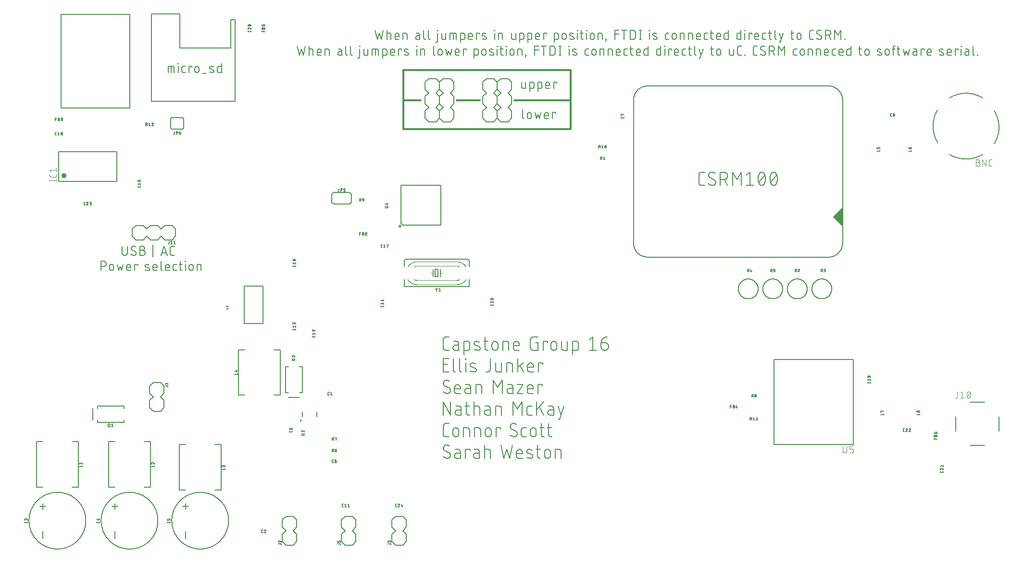
<source format=gbr>
G04 EAGLE Gerber RS-274X export*
G75*
%MOMM*%
%FSLAX34Y34*%
%LPD*%
%INSilkscreen Top*%
%IPPOS*%
%AMOC8*
5,1,8,0,0,1.08239X$1,22.5*%
G01*
%ADD10C,0.152400*%
%ADD11C,0.203200*%
%ADD12C,0.304800*%
%ADD13C,0.127000*%
%ADD14C,0.884400*%
%ADD15C,0.101600*%
%ADD16C,0.025400*%
%ADD17C,0.005078*%
%ADD18C,0.050800*%

G36*
X1491055Y586372D02*
X1491055Y586372D01*
X1491081Y586373D01*
X1491135Y586403D01*
X1491193Y586425D01*
X1491210Y586444D01*
X1491233Y586456D01*
X1491268Y586507D01*
X1491310Y586552D01*
X1491318Y586577D01*
X1491333Y586598D01*
X1491349Y586682D01*
X1491360Y586718D01*
X1491358Y586728D01*
X1491360Y586740D01*
X1491360Y617220D01*
X1491354Y617245D01*
X1491357Y617271D01*
X1491335Y617329D01*
X1491321Y617389D01*
X1491304Y617409D01*
X1491295Y617433D01*
X1491250Y617475D01*
X1491211Y617522D01*
X1491187Y617533D01*
X1491168Y617550D01*
X1491109Y617568D01*
X1491052Y617593D01*
X1491027Y617592D01*
X1491002Y617600D01*
X1490941Y617589D01*
X1490879Y617587D01*
X1490857Y617574D01*
X1490831Y617570D01*
X1490760Y617522D01*
X1490727Y617504D01*
X1490721Y617496D01*
X1490711Y617489D01*
X1475471Y602249D01*
X1475444Y602206D01*
X1475410Y602168D01*
X1475399Y602133D01*
X1475380Y602102D01*
X1475375Y602051D01*
X1475360Y602002D01*
X1475367Y601966D01*
X1475363Y601929D01*
X1475381Y601882D01*
X1475390Y601831D01*
X1475414Y601796D01*
X1475425Y601767D01*
X1475447Y601746D01*
X1475471Y601711D01*
X1490711Y586471D01*
X1490733Y586458D01*
X1490749Y586438D01*
X1490806Y586412D01*
X1490858Y586380D01*
X1490884Y586377D01*
X1490908Y586367D01*
X1490969Y586369D01*
X1491031Y586363D01*
X1491055Y586372D01*
G37*
G36*
X538257Y241342D02*
X538257Y241342D01*
X538259Y241344D01*
X538260Y241343D01*
X538643Y241502D01*
X538644Y241504D01*
X538646Y241503D01*
X538975Y241756D01*
X538975Y241758D01*
X538977Y241758D01*
X539229Y242086D01*
X539229Y242089D01*
X539231Y242089D01*
X539389Y242472D01*
X539389Y242474D01*
X539390Y242475D01*
X539444Y242886D01*
X539444Y242887D01*
X539443Y242888D01*
X539444Y242889D01*
X539390Y243300D01*
X539389Y243301D01*
X539389Y243303D01*
X539231Y243686D01*
X539229Y243687D01*
X539229Y243689D01*
X538977Y244017D01*
X538975Y244018D01*
X538975Y244020D01*
X538646Y244272D01*
X538644Y244272D01*
X538643Y244273D01*
X538260Y244432D01*
X538258Y244431D01*
X538257Y244433D01*
X537847Y244487D01*
X537845Y244486D01*
X537843Y244487D01*
X537433Y244433D01*
X537431Y244431D01*
X537430Y244432D01*
X537047Y244273D01*
X537046Y244271D01*
X537044Y244272D01*
X536715Y244020D01*
X536715Y244017D01*
X536713Y244017D01*
X536461Y243689D01*
X536461Y243686D01*
X536459Y243686D01*
X536301Y243303D01*
X536301Y243301D01*
X536300Y243300D01*
X536246Y242889D01*
X536247Y242887D01*
X536246Y242886D01*
X536300Y242475D01*
X536301Y242474D01*
X536301Y242472D01*
X536459Y242089D01*
X536461Y242088D01*
X536461Y242086D01*
X536713Y241758D01*
X536715Y241757D01*
X536715Y241756D01*
X537044Y241503D01*
X537046Y241503D01*
X537047Y241502D01*
X537430Y241343D01*
X537432Y241344D01*
X537433Y241342D01*
X537843Y241288D01*
X537845Y241289D01*
X537847Y241288D01*
X538257Y241342D01*
G37*
D10*
X223102Y550418D02*
X223102Y538678D01*
X223101Y538678D02*
X223103Y538545D01*
X223109Y538413D01*
X223119Y538281D01*
X223132Y538149D01*
X223150Y538017D01*
X223171Y537887D01*
X223196Y537756D01*
X223225Y537627D01*
X223258Y537499D01*
X223294Y537371D01*
X223334Y537245D01*
X223378Y537120D01*
X223426Y536996D01*
X223477Y536874D01*
X223532Y536753D01*
X223590Y536634D01*
X223652Y536516D01*
X223717Y536401D01*
X223786Y536287D01*
X223857Y536176D01*
X223933Y536067D01*
X224011Y535960D01*
X224092Y535855D01*
X224177Y535753D01*
X224264Y535653D01*
X224354Y535556D01*
X224447Y535461D01*
X224543Y535370D01*
X224641Y535281D01*
X224742Y535195D01*
X224846Y535112D01*
X224952Y535032D01*
X225060Y534956D01*
X225170Y534882D01*
X225283Y534812D01*
X225397Y534745D01*
X225514Y534682D01*
X225632Y534622D01*
X225752Y534565D01*
X225874Y534512D01*
X225997Y534463D01*
X226121Y534417D01*
X226247Y534375D01*
X226374Y534337D01*
X226502Y534302D01*
X226631Y534271D01*
X226760Y534244D01*
X226891Y534221D01*
X227022Y534201D01*
X227154Y534186D01*
X227286Y534174D01*
X227418Y534166D01*
X227551Y534162D01*
X227683Y534162D01*
X227816Y534166D01*
X227948Y534174D01*
X228080Y534186D01*
X228212Y534201D01*
X228343Y534221D01*
X228474Y534244D01*
X228603Y534271D01*
X228732Y534302D01*
X228860Y534337D01*
X228987Y534375D01*
X229113Y534417D01*
X229237Y534463D01*
X229360Y534512D01*
X229482Y534565D01*
X229602Y534622D01*
X229720Y534682D01*
X229837Y534745D01*
X229951Y534812D01*
X230064Y534882D01*
X230174Y534956D01*
X230282Y535032D01*
X230388Y535112D01*
X230492Y535195D01*
X230593Y535281D01*
X230691Y535370D01*
X230787Y535461D01*
X230880Y535556D01*
X230970Y535653D01*
X231057Y535753D01*
X231142Y535855D01*
X231223Y535960D01*
X231301Y536067D01*
X231377Y536176D01*
X231448Y536287D01*
X231517Y536401D01*
X231582Y536516D01*
X231644Y536634D01*
X231702Y536753D01*
X231757Y536874D01*
X231808Y536996D01*
X231856Y537120D01*
X231900Y537245D01*
X231940Y537371D01*
X231976Y537499D01*
X232009Y537627D01*
X232038Y537756D01*
X232063Y537887D01*
X232084Y538017D01*
X232102Y538149D01*
X232115Y538281D01*
X232125Y538413D01*
X232131Y538545D01*
X232133Y538678D01*
X232133Y550418D01*
X247764Y537774D02*
X247762Y537656D01*
X247756Y537538D01*
X247747Y537420D01*
X247733Y537303D01*
X247716Y537186D01*
X247695Y537069D01*
X247670Y536954D01*
X247641Y536839D01*
X247608Y536725D01*
X247572Y536613D01*
X247532Y536502D01*
X247489Y536392D01*
X247442Y536283D01*
X247392Y536176D01*
X247337Y536071D01*
X247280Y535968D01*
X247219Y535867D01*
X247155Y535767D01*
X247088Y535670D01*
X247018Y535575D01*
X246944Y535483D01*
X246868Y535392D01*
X246788Y535305D01*
X246706Y535220D01*
X246621Y535138D01*
X246534Y535058D01*
X246443Y534982D01*
X246351Y534908D01*
X246256Y534838D01*
X246159Y534771D01*
X246059Y534707D01*
X245958Y534646D01*
X245855Y534589D01*
X245750Y534534D01*
X245643Y534484D01*
X245534Y534437D01*
X245424Y534394D01*
X245313Y534354D01*
X245201Y534318D01*
X245087Y534285D01*
X244972Y534256D01*
X244857Y534231D01*
X244740Y534210D01*
X244623Y534193D01*
X244506Y534179D01*
X244388Y534170D01*
X244270Y534164D01*
X244152Y534162D01*
X243969Y534164D01*
X243787Y534171D01*
X243605Y534182D01*
X243423Y534197D01*
X243241Y534217D01*
X243060Y534240D01*
X242880Y534269D01*
X242700Y534301D01*
X242521Y534338D01*
X242344Y534379D01*
X242167Y534425D01*
X241991Y534474D01*
X241817Y534528D01*
X241643Y534586D01*
X241472Y534648D01*
X241302Y534714D01*
X241133Y534785D01*
X240966Y534859D01*
X240801Y534937D01*
X240638Y535019D01*
X240477Y535105D01*
X240318Y535195D01*
X240161Y535289D01*
X240007Y535386D01*
X239855Y535487D01*
X239705Y535592D01*
X239558Y535700D01*
X239414Y535811D01*
X239272Y535926D01*
X239133Y536045D01*
X238997Y536167D01*
X238864Y536292D01*
X238734Y536420D01*
X239185Y546806D02*
X239187Y546924D01*
X239193Y547042D01*
X239202Y547160D01*
X239216Y547277D01*
X239233Y547394D01*
X239254Y547511D01*
X239279Y547626D01*
X239308Y547741D01*
X239341Y547855D01*
X239377Y547967D01*
X239417Y548078D01*
X239460Y548188D01*
X239507Y548297D01*
X239557Y548404D01*
X239612Y548509D01*
X239669Y548612D01*
X239730Y548713D01*
X239794Y548813D01*
X239861Y548910D01*
X239931Y549005D01*
X240005Y549097D01*
X240081Y549188D01*
X240161Y549275D01*
X240243Y549360D01*
X240328Y549442D01*
X240415Y549522D01*
X240506Y549598D01*
X240598Y549672D01*
X240693Y549742D01*
X240790Y549809D01*
X240890Y549873D01*
X240991Y549934D01*
X241094Y549992D01*
X241199Y550046D01*
X241306Y550096D01*
X241415Y550143D01*
X241525Y550187D01*
X241636Y550226D01*
X241749Y550262D01*
X241862Y550295D01*
X241977Y550324D01*
X242092Y550349D01*
X242209Y550370D01*
X242326Y550387D01*
X242443Y550401D01*
X242561Y550410D01*
X242679Y550416D01*
X242797Y550418D01*
X242958Y550416D01*
X243120Y550410D01*
X243281Y550401D01*
X243442Y550387D01*
X243602Y550370D01*
X243762Y550349D01*
X243922Y550324D01*
X244081Y550295D01*
X244239Y550263D01*
X244396Y550227D01*
X244552Y550187D01*
X244708Y550143D01*
X244862Y550095D01*
X245015Y550044D01*
X245167Y549990D01*
X245318Y549931D01*
X245467Y549870D01*
X245614Y549804D01*
X245760Y549735D01*
X245905Y549663D01*
X246047Y549587D01*
X246188Y549508D01*
X246327Y549426D01*
X246463Y549340D01*
X246598Y549251D01*
X246731Y549159D01*
X246861Y549063D01*
X240990Y543645D02*
X240889Y543707D01*
X240789Y543772D01*
X240692Y543841D01*
X240597Y543913D01*
X240504Y543987D01*
X240414Y544065D01*
X240326Y544146D01*
X240241Y544229D01*
X240159Y544315D01*
X240080Y544404D01*
X240003Y544495D01*
X239930Y544589D01*
X239859Y544685D01*
X239792Y544783D01*
X239728Y544883D01*
X239667Y544986D01*
X239610Y545090D01*
X239556Y545196D01*
X239506Y545304D01*
X239459Y545413D01*
X239415Y545524D01*
X239375Y545636D01*
X239339Y545750D01*
X239307Y545864D01*
X239278Y545980D01*
X239253Y546096D01*
X239232Y546213D01*
X239215Y546331D01*
X239201Y546449D01*
X239192Y546568D01*
X239186Y546687D01*
X239184Y546806D01*
X245958Y540935D02*
X246059Y540873D01*
X246159Y540808D01*
X246256Y540739D01*
X246351Y540667D01*
X246444Y540593D01*
X246534Y540515D01*
X246622Y540434D01*
X246707Y540351D01*
X246789Y540265D01*
X246868Y540176D01*
X246945Y540085D01*
X247018Y539991D01*
X247089Y539895D01*
X247156Y539797D01*
X247220Y539697D01*
X247281Y539594D01*
X247338Y539490D01*
X247392Y539384D01*
X247442Y539276D01*
X247489Y539167D01*
X247533Y539056D01*
X247573Y538944D01*
X247609Y538830D01*
X247641Y538716D01*
X247670Y538600D01*
X247695Y538484D01*
X247716Y538367D01*
X247733Y538249D01*
X247747Y538131D01*
X247756Y538012D01*
X247762Y537893D01*
X247764Y537774D01*
X245958Y540935D02*
X240991Y543645D01*
X254575Y543193D02*
X259091Y543193D01*
X259091Y543194D02*
X259224Y543192D01*
X259356Y543186D01*
X259488Y543176D01*
X259620Y543163D01*
X259752Y543145D01*
X259882Y543124D01*
X260013Y543099D01*
X260142Y543070D01*
X260270Y543037D01*
X260398Y543001D01*
X260524Y542961D01*
X260649Y542917D01*
X260773Y542869D01*
X260895Y542818D01*
X261016Y542763D01*
X261135Y542705D01*
X261253Y542643D01*
X261368Y542578D01*
X261482Y542509D01*
X261593Y542438D01*
X261702Y542362D01*
X261809Y542284D01*
X261914Y542203D01*
X262016Y542118D01*
X262116Y542031D01*
X262213Y541941D01*
X262308Y541848D01*
X262399Y541752D01*
X262488Y541654D01*
X262574Y541553D01*
X262657Y541449D01*
X262737Y541343D01*
X262813Y541235D01*
X262887Y541125D01*
X262957Y541012D01*
X263024Y540898D01*
X263087Y540781D01*
X263147Y540663D01*
X263204Y540543D01*
X263257Y540421D01*
X263306Y540298D01*
X263352Y540174D01*
X263394Y540048D01*
X263432Y539921D01*
X263467Y539793D01*
X263498Y539664D01*
X263525Y539535D01*
X263548Y539404D01*
X263568Y539273D01*
X263583Y539141D01*
X263595Y539009D01*
X263603Y538877D01*
X263607Y538744D01*
X263607Y538612D01*
X263603Y538479D01*
X263595Y538347D01*
X263583Y538215D01*
X263568Y538083D01*
X263548Y537952D01*
X263525Y537821D01*
X263498Y537692D01*
X263467Y537563D01*
X263432Y537435D01*
X263394Y537308D01*
X263352Y537182D01*
X263306Y537058D01*
X263257Y536935D01*
X263204Y536813D01*
X263147Y536693D01*
X263087Y536575D01*
X263024Y536458D01*
X262957Y536344D01*
X262887Y536231D01*
X262813Y536121D01*
X262737Y536013D01*
X262657Y535907D01*
X262574Y535803D01*
X262488Y535702D01*
X262399Y535604D01*
X262308Y535508D01*
X262213Y535415D01*
X262116Y535325D01*
X262016Y535238D01*
X261914Y535153D01*
X261809Y535072D01*
X261702Y534994D01*
X261593Y534918D01*
X261482Y534847D01*
X261368Y534778D01*
X261253Y534713D01*
X261135Y534651D01*
X261016Y534593D01*
X260895Y534538D01*
X260773Y534487D01*
X260649Y534439D01*
X260524Y534395D01*
X260398Y534355D01*
X260270Y534319D01*
X260142Y534286D01*
X260013Y534257D01*
X259882Y534232D01*
X259752Y534211D01*
X259620Y534193D01*
X259488Y534180D01*
X259356Y534170D01*
X259224Y534164D01*
X259091Y534162D01*
X254575Y534162D01*
X254575Y550418D01*
X259091Y550418D01*
X259210Y550416D01*
X259330Y550410D01*
X259449Y550400D01*
X259567Y550386D01*
X259686Y550369D01*
X259803Y550347D01*
X259920Y550322D01*
X260035Y550292D01*
X260150Y550259D01*
X260264Y550222D01*
X260376Y550182D01*
X260487Y550137D01*
X260596Y550089D01*
X260704Y550038D01*
X260810Y549983D01*
X260914Y549924D01*
X261016Y549862D01*
X261116Y549797D01*
X261214Y549728D01*
X261310Y549656D01*
X261403Y549581D01*
X261493Y549504D01*
X261581Y549423D01*
X261666Y549339D01*
X261748Y549252D01*
X261828Y549163D01*
X261904Y549071D01*
X261978Y548977D01*
X262048Y548880D01*
X262115Y548782D01*
X262179Y548681D01*
X262239Y548577D01*
X262296Y548472D01*
X262349Y548365D01*
X262399Y548257D01*
X262445Y548147D01*
X262487Y548035D01*
X262526Y547922D01*
X262561Y547808D01*
X262592Y547693D01*
X262620Y547576D01*
X262643Y547459D01*
X262663Y547342D01*
X262679Y547223D01*
X262691Y547104D01*
X262699Y546985D01*
X262703Y546866D01*
X262703Y546746D01*
X262699Y546627D01*
X262691Y546508D01*
X262679Y546389D01*
X262663Y546270D01*
X262643Y546153D01*
X262620Y546036D01*
X262592Y545919D01*
X262561Y545804D01*
X262526Y545690D01*
X262487Y545577D01*
X262445Y545465D01*
X262399Y545355D01*
X262349Y545247D01*
X262296Y545140D01*
X262239Y545035D01*
X262179Y544931D01*
X262115Y544830D01*
X262048Y544732D01*
X261978Y544635D01*
X261904Y544541D01*
X261828Y544449D01*
X261748Y544360D01*
X261666Y544273D01*
X261581Y544189D01*
X261493Y544108D01*
X261403Y544031D01*
X261310Y543956D01*
X261214Y543884D01*
X261116Y543815D01*
X261016Y543750D01*
X260914Y543688D01*
X260810Y543629D01*
X260704Y543574D01*
X260596Y543523D01*
X260487Y543475D01*
X260376Y543430D01*
X260264Y543390D01*
X260150Y543353D01*
X260035Y543320D01*
X259920Y543290D01*
X259803Y543265D01*
X259686Y543243D01*
X259567Y543226D01*
X259449Y543212D01*
X259330Y543202D01*
X259210Y543196D01*
X259091Y543194D01*
X277637Y553127D02*
X277637Y531453D01*
X291497Y534162D02*
X296916Y550418D01*
X302334Y534162D01*
X300980Y538226D02*
X292852Y538226D01*
X311604Y534162D02*
X315217Y534162D01*
X311604Y534162D02*
X311486Y534164D01*
X311368Y534170D01*
X311250Y534179D01*
X311133Y534193D01*
X311016Y534210D01*
X310899Y534231D01*
X310784Y534256D01*
X310669Y534285D01*
X310555Y534318D01*
X310443Y534354D01*
X310332Y534394D01*
X310222Y534437D01*
X310113Y534484D01*
X310006Y534534D01*
X309901Y534589D01*
X309798Y534646D01*
X309697Y534707D01*
X309597Y534771D01*
X309500Y534838D01*
X309405Y534908D01*
X309313Y534982D01*
X309222Y535058D01*
X309135Y535138D01*
X309050Y535220D01*
X308968Y535305D01*
X308888Y535392D01*
X308812Y535483D01*
X308738Y535575D01*
X308668Y535670D01*
X308601Y535767D01*
X308537Y535867D01*
X308476Y535968D01*
X308419Y536071D01*
X308364Y536176D01*
X308314Y536283D01*
X308267Y536392D01*
X308224Y536502D01*
X308184Y536613D01*
X308148Y536725D01*
X308115Y536839D01*
X308086Y536954D01*
X308061Y537069D01*
X308040Y537186D01*
X308023Y537303D01*
X308009Y537420D01*
X308000Y537538D01*
X307994Y537656D01*
X307992Y537774D01*
X307992Y546806D01*
X307994Y546924D01*
X308000Y547042D01*
X308009Y547160D01*
X308023Y547277D01*
X308040Y547394D01*
X308061Y547511D01*
X308086Y547626D01*
X308115Y547741D01*
X308148Y547855D01*
X308184Y547967D01*
X308224Y548078D01*
X308267Y548188D01*
X308314Y548297D01*
X308364Y548404D01*
X308418Y548509D01*
X308476Y548612D01*
X308537Y548713D01*
X308601Y548813D01*
X308668Y548910D01*
X308738Y549005D01*
X308812Y549097D01*
X308888Y549188D01*
X308968Y549275D01*
X309050Y549360D01*
X309135Y549442D01*
X309222Y549522D01*
X309313Y549598D01*
X309405Y549672D01*
X309500Y549742D01*
X309597Y549809D01*
X309697Y549873D01*
X309798Y549934D01*
X309901Y549991D01*
X310006Y550045D01*
X310113Y550096D01*
X310222Y550143D01*
X310332Y550186D01*
X310443Y550226D01*
X310555Y550262D01*
X310669Y550295D01*
X310784Y550324D01*
X310899Y550349D01*
X311016Y550370D01*
X311133Y550387D01*
X311250Y550401D01*
X311368Y550410D01*
X311486Y550416D01*
X311604Y550418D01*
X315217Y550418D01*
X186213Y523748D02*
X186213Y507492D01*
X186213Y523748D02*
X190729Y523748D01*
X190862Y523746D01*
X190994Y523740D01*
X191126Y523730D01*
X191258Y523717D01*
X191390Y523699D01*
X191520Y523678D01*
X191651Y523653D01*
X191780Y523624D01*
X191908Y523591D01*
X192036Y523555D01*
X192162Y523515D01*
X192287Y523471D01*
X192411Y523423D01*
X192533Y523372D01*
X192654Y523317D01*
X192773Y523259D01*
X192891Y523197D01*
X193006Y523132D01*
X193120Y523063D01*
X193231Y522992D01*
X193340Y522916D01*
X193447Y522838D01*
X193552Y522757D01*
X193654Y522672D01*
X193754Y522585D01*
X193851Y522495D01*
X193946Y522402D01*
X194037Y522306D01*
X194126Y522208D01*
X194212Y522107D01*
X194295Y522003D01*
X194375Y521897D01*
X194451Y521789D01*
X194525Y521679D01*
X194595Y521566D01*
X194662Y521452D01*
X194725Y521335D01*
X194785Y521217D01*
X194842Y521097D01*
X194895Y520975D01*
X194944Y520852D01*
X194990Y520728D01*
X195032Y520602D01*
X195070Y520475D01*
X195105Y520347D01*
X195136Y520218D01*
X195163Y520089D01*
X195186Y519958D01*
X195206Y519827D01*
X195221Y519695D01*
X195233Y519563D01*
X195241Y519431D01*
X195245Y519298D01*
X195245Y519166D01*
X195241Y519033D01*
X195233Y518901D01*
X195221Y518769D01*
X195206Y518637D01*
X195186Y518506D01*
X195163Y518375D01*
X195136Y518246D01*
X195105Y518117D01*
X195070Y517989D01*
X195032Y517862D01*
X194990Y517736D01*
X194944Y517612D01*
X194895Y517489D01*
X194842Y517367D01*
X194785Y517247D01*
X194725Y517129D01*
X194662Y517012D01*
X194595Y516898D01*
X194525Y516785D01*
X194451Y516675D01*
X194375Y516567D01*
X194295Y516461D01*
X194212Y516357D01*
X194126Y516256D01*
X194037Y516158D01*
X193946Y516062D01*
X193851Y515969D01*
X193754Y515879D01*
X193654Y515792D01*
X193552Y515707D01*
X193447Y515626D01*
X193340Y515548D01*
X193231Y515472D01*
X193120Y515401D01*
X193006Y515332D01*
X192891Y515267D01*
X192773Y515205D01*
X192654Y515147D01*
X192533Y515092D01*
X192411Y515041D01*
X192287Y514993D01*
X192162Y514949D01*
X192036Y514909D01*
X191908Y514873D01*
X191780Y514840D01*
X191651Y514811D01*
X191520Y514786D01*
X191390Y514765D01*
X191258Y514747D01*
X191126Y514734D01*
X190994Y514724D01*
X190862Y514718D01*
X190729Y514716D01*
X190729Y514717D02*
X186213Y514717D01*
X200974Y514717D02*
X200974Y511104D01*
X200974Y514717D02*
X200976Y514836D01*
X200982Y514956D01*
X200992Y515075D01*
X201006Y515193D01*
X201023Y515312D01*
X201045Y515429D01*
X201070Y515546D01*
X201100Y515661D01*
X201133Y515776D01*
X201170Y515890D01*
X201210Y516002D01*
X201255Y516113D01*
X201303Y516222D01*
X201354Y516330D01*
X201409Y516436D01*
X201468Y516540D01*
X201530Y516642D01*
X201595Y516742D01*
X201664Y516840D01*
X201736Y516936D01*
X201811Y517029D01*
X201888Y517119D01*
X201969Y517207D01*
X202053Y517292D01*
X202140Y517374D01*
X202229Y517454D01*
X202321Y517530D01*
X202415Y517604D01*
X202512Y517674D01*
X202610Y517741D01*
X202711Y517805D01*
X202815Y517865D01*
X202920Y517922D01*
X203027Y517975D01*
X203135Y518025D01*
X203245Y518071D01*
X203357Y518113D01*
X203470Y518152D01*
X203584Y518187D01*
X203699Y518218D01*
X203816Y518246D01*
X203933Y518269D01*
X204050Y518289D01*
X204169Y518305D01*
X204288Y518317D01*
X204407Y518325D01*
X204526Y518329D01*
X204646Y518329D01*
X204765Y518325D01*
X204884Y518317D01*
X205003Y518305D01*
X205122Y518289D01*
X205239Y518269D01*
X205356Y518246D01*
X205473Y518218D01*
X205588Y518187D01*
X205702Y518152D01*
X205815Y518113D01*
X205927Y518071D01*
X206037Y518025D01*
X206145Y517975D01*
X206252Y517922D01*
X206357Y517865D01*
X206461Y517805D01*
X206562Y517741D01*
X206660Y517674D01*
X206757Y517604D01*
X206851Y517530D01*
X206943Y517454D01*
X207032Y517374D01*
X207119Y517292D01*
X207203Y517207D01*
X207284Y517119D01*
X207361Y517029D01*
X207436Y516936D01*
X207508Y516840D01*
X207577Y516742D01*
X207642Y516642D01*
X207704Y516540D01*
X207763Y516436D01*
X207818Y516330D01*
X207869Y516222D01*
X207917Y516113D01*
X207962Y516002D01*
X208002Y515890D01*
X208039Y515776D01*
X208072Y515661D01*
X208102Y515546D01*
X208127Y515429D01*
X208149Y515312D01*
X208166Y515193D01*
X208180Y515075D01*
X208190Y514956D01*
X208196Y514836D01*
X208198Y514717D01*
X208199Y514717D02*
X208199Y511104D01*
X208198Y511104D02*
X208196Y510985D01*
X208190Y510865D01*
X208180Y510746D01*
X208166Y510628D01*
X208149Y510509D01*
X208127Y510392D01*
X208102Y510275D01*
X208072Y510160D01*
X208039Y510045D01*
X208002Y509931D01*
X207962Y509819D01*
X207917Y509708D01*
X207869Y509599D01*
X207818Y509491D01*
X207763Y509385D01*
X207704Y509281D01*
X207642Y509179D01*
X207577Y509079D01*
X207508Y508981D01*
X207436Y508885D01*
X207361Y508792D01*
X207284Y508702D01*
X207203Y508614D01*
X207119Y508529D01*
X207032Y508447D01*
X206943Y508367D01*
X206851Y508291D01*
X206757Y508217D01*
X206660Y508147D01*
X206562Y508080D01*
X206461Y508016D01*
X206357Y507956D01*
X206252Y507899D01*
X206145Y507846D01*
X206037Y507796D01*
X205927Y507750D01*
X205815Y507708D01*
X205702Y507669D01*
X205588Y507634D01*
X205473Y507603D01*
X205356Y507575D01*
X205239Y507552D01*
X205122Y507532D01*
X205003Y507516D01*
X204884Y507504D01*
X204765Y507496D01*
X204646Y507492D01*
X204526Y507492D01*
X204407Y507496D01*
X204288Y507504D01*
X204169Y507516D01*
X204050Y507532D01*
X203933Y507552D01*
X203816Y507575D01*
X203699Y507603D01*
X203584Y507634D01*
X203470Y507669D01*
X203357Y507708D01*
X203245Y507750D01*
X203135Y507796D01*
X203027Y507846D01*
X202920Y507899D01*
X202815Y507956D01*
X202711Y508016D01*
X202610Y508080D01*
X202512Y508147D01*
X202415Y508217D01*
X202321Y508291D01*
X202229Y508367D01*
X202140Y508447D01*
X202053Y508529D01*
X201969Y508614D01*
X201888Y508702D01*
X201811Y508792D01*
X201736Y508885D01*
X201664Y508981D01*
X201595Y509079D01*
X201530Y509179D01*
X201468Y509281D01*
X201409Y509385D01*
X201354Y509491D01*
X201303Y509599D01*
X201255Y509708D01*
X201210Y509819D01*
X201170Y509931D01*
X201133Y510045D01*
X201100Y510160D01*
X201070Y510275D01*
X201045Y510392D01*
X201023Y510509D01*
X201006Y510628D01*
X200992Y510746D01*
X200982Y510865D01*
X200976Y510985D01*
X200974Y511104D01*
X214278Y518329D02*
X216987Y507492D01*
X219696Y514717D01*
X222406Y507492D01*
X225115Y518329D01*
X233903Y507492D02*
X238419Y507492D01*
X233903Y507492D02*
X233802Y507494D01*
X233701Y507500D01*
X233600Y507509D01*
X233499Y507522D01*
X233399Y507539D01*
X233300Y507560D01*
X233202Y507584D01*
X233105Y507612D01*
X233008Y507644D01*
X232913Y507679D01*
X232820Y507718D01*
X232728Y507760D01*
X232637Y507806D01*
X232549Y507855D01*
X232462Y507907D01*
X232377Y507963D01*
X232294Y508021D01*
X232214Y508083D01*
X232136Y508148D01*
X232060Y508215D01*
X231987Y508285D01*
X231917Y508358D01*
X231850Y508434D01*
X231785Y508512D01*
X231723Y508592D01*
X231665Y508675D01*
X231609Y508760D01*
X231557Y508847D01*
X231508Y508935D01*
X231462Y509026D01*
X231420Y509118D01*
X231381Y509211D01*
X231346Y509306D01*
X231314Y509403D01*
X231286Y509500D01*
X231262Y509598D01*
X231241Y509697D01*
X231224Y509797D01*
X231211Y509898D01*
X231202Y509999D01*
X231196Y510100D01*
X231194Y510201D01*
X231194Y514717D01*
X231195Y514717D02*
X231197Y514836D01*
X231203Y514956D01*
X231213Y515075D01*
X231227Y515193D01*
X231244Y515312D01*
X231266Y515429D01*
X231291Y515546D01*
X231321Y515661D01*
X231354Y515776D01*
X231391Y515890D01*
X231431Y516002D01*
X231476Y516113D01*
X231524Y516222D01*
X231575Y516330D01*
X231630Y516436D01*
X231689Y516540D01*
X231751Y516642D01*
X231816Y516742D01*
X231885Y516840D01*
X231957Y516936D01*
X232032Y517029D01*
X232109Y517119D01*
X232190Y517207D01*
X232274Y517292D01*
X232361Y517374D01*
X232450Y517454D01*
X232542Y517530D01*
X232636Y517604D01*
X232733Y517674D01*
X232831Y517741D01*
X232932Y517805D01*
X233036Y517865D01*
X233141Y517922D01*
X233248Y517975D01*
X233356Y518025D01*
X233466Y518071D01*
X233578Y518113D01*
X233691Y518152D01*
X233805Y518187D01*
X233920Y518218D01*
X234037Y518246D01*
X234154Y518269D01*
X234271Y518289D01*
X234390Y518305D01*
X234509Y518317D01*
X234628Y518325D01*
X234747Y518329D01*
X234867Y518329D01*
X234986Y518325D01*
X235105Y518317D01*
X235224Y518305D01*
X235343Y518289D01*
X235460Y518269D01*
X235577Y518246D01*
X235694Y518218D01*
X235809Y518187D01*
X235923Y518152D01*
X236036Y518113D01*
X236148Y518071D01*
X236258Y518025D01*
X236366Y517975D01*
X236473Y517922D01*
X236578Y517865D01*
X236682Y517805D01*
X236783Y517741D01*
X236881Y517674D01*
X236978Y517604D01*
X237072Y517530D01*
X237164Y517454D01*
X237253Y517374D01*
X237340Y517292D01*
X237424Y517207D01*
X237505Y517119D01*
X237582Y517029D01*
X237657Y516936D01*
X237729Y516840D01*
X237798Y516742D01*
X237863Y516642D01*
X237925Y516540D01*
X237984Y516436D01*
X238039Y516330D01*
X238090Y516222D01*
X238138Y516113D01*
X238183Y516002D01*
X238223Y515890D01*
X238260Y515776D01*
X238293Y515661D01*
X238323Y515546D01*
X238348Y515429D01*
X238370Y515312D01*
X238387Y515193D01*
X238401Y515075D01*
X238411Y514956D01*
X238417Y514836D01*
X238419Y514717D01*
X238419Y512911D01*
X231194Y512911D01*
X245347Y507492D02*
X245347Y518329D01*
X250766Y518329D01*
X250766Y516523D01*
X265374Y513814D02*
X269890Y512008D01*
X265374Y513814D02*
X265286Y513851D01*
X265200Y513892D01*
X265115Y513936D01*
X265032Y513984D01*
X264952Y514035D01*
X264873Y514089D01*
X264797Y514147D01*
X264723Y514207D01*
X264651Y514271D01*
X264583Y514337D01*
X264517Y514407D01*
X264454Y514478D01*
X264393Y514553D01*
X264336Y514629D01*
X264283Y514708D01*
X264232Y514789D01*
X264185Y514872D01*
X264141Y514957D01*
X264101Y515044D01*
X264064Y515132D01*
X264031Y515222D01*
X264001Y515313D01*
X263976Y515405D01*
X263954Y515498D01*
X263936Y515592D01*
X263921Y515686D01*
X263911Y515781D01*
X263905Y515877D01*
X263902Y515972D01*
X263903Y516068D01*
X263909Y516163D01*
X263918Y516259D01*
X263931Y516353D01*
X263947Y516447D01*
X263968Y516541D01*
X263993Y516633D01*
X264021Y516724D01*
X264053Y516814D01*
X264088Y516903D01*
X264127Y516990D01*
X264170Y517076D01*
X264216Y517160D01*
X264266Y517241D01*
X264318Y517321D01*
X264374Y517399D01*
X264434Y517474D01*
X264496Y517546D01*
X264561Y517616D01*
X264629Y517684D01*
X264699Y517748D01*
X264772Y517810D01*
X264848Y517868D01*
X264926Y517924D01*
X265006Y517976D01*
X265088Y518025D01*
X265172Y518070D01*
X265258Y518112D01*
X265345Y518151D01*
X265434Y518186D01*
X265525Y518217D01*
X265616Y518244D01*
X265709Y518268D01*
X265802Y518288D01*
X265896Y518304D01*
X265991Y518316D01*
X266086Y518325D01*
X266182Y518329D01*
X266277Y518330D01*
X266524Y518323D01*
X266770Y518311D01*
X267016Y518293D01*
X267262Y518268D01*
X267506Y518238D01*
X267750Y518202D01*
X267993Y518161D01*
X268235Y518113D01*
X268476Y518059D01*
X268715Y518000D01*
X268953Y517935D01*
X269189Y517864D01*
X269424Y517788D01*
X269657Y517706D01*
X269887Y517618D01*
X270115Y517525D01*
X270342Y517427D01*
X269890Y512007D02*
X269978Y511970D01*
X270064Y511929D01*
X270149Y511885D01*
X270232Y511837D01*
X270312Y511786D01*
X270391Y511732D01*
X270467Y511674D01*
X270541Y511614D01*
X270613Y511550D01*
X270681Y511484D01*
X270747Y511414D01*
X270810Y511343D01*
X270871Y511268D01*
X270928Y511192D01*
X270981Y511113D01*
X271032Y511032D01*
X271079Y510949D01*
X271123Y510864D01*
X271163Y510777D01*
X271200Y510689D01*
X271233Y510599D01*
X271263Y510508D01*
X271288Y510416D01*
X271310Y510323D01*
X271328Y510229D01*
X271343Y510135D01*
X271353Y510040D01*
X271359Y509944D01*
X271362Y509849D01*
X271361Y509753D01*
X271355Y509658D01*
X271346Y509562D01*
X271333Y509468D01*
X271317Y509374D01*
X271296Y509280D01*
X271271Y509188D01*
X271243Y509097D01*
X271211Y509007D01*
X271176Y508918D01*
X271137Y508831D01*
X271094Y508745D01*
X271048Y508661D01*
X270998Y508580D01*
X270946Y508500D01*
X270890Y508422D01*
X270830Y508347D01*
X270768Y508275D01*
X270703Y508205D01*
X270635Y508137D01*
X270565Y508073D01*
X270492Y508011D01*
X270416Y507953D01*
X270338Y507897D01*
X270258Y507845D01*
X270176Y507796D01*
X270092Y507751D01*
X270006Y507709D01*
X269919Y507670D01*
X269830Y507635D01*
X269739Y507604D01*
X269648Y507577D01*
X269555Y507553D01*
X269462Y507533D01*
X269368Y507517D01*
X269273Y507505D01*
X269178Y507496D01*
X269082Y507492D01*
X268987Y507491D01*
X268986Y507492D02*
X268624Y507501D01*
X268262Y507519D01*
X267901Y507546D01*
X267541Y507581D01*
X267181Y507624D01*
X266822Y507676D01*
X266465Y507737D01*
X266110Y507806D01*
X265756Y507883D01*
X265404Y507969D01*
X265054Y508063D01*
X264706Y508166D01*
X264361Y508276D01*
X264019Y508395D01*
X280276Y507492D02*
X284792Y507492D01*
X280276Y507492D02*
X280175Y507494D01*
X280074Y507500D01*
X279973Y507509D01*
X279872Y507522D01*
X279772Y507539D01*
X279673Y507560D01*
X279575Y507584D01*
X279478Y507612D01*
X279381Y507644D01*
X279286Y507679D01*
X279193Y507718D01*
X279101Y507760D01*
X279010Y507806D01*
X278922Y507855D01*
X278835Y507907D01*
X278750Y507963D01*
X278667Y508021D01*
X278587Y508083D01*
X278509Y508148D01*
X278433Y508215D01*
X278360Y508285D01*
X278290Y508358D01*
X278223Y508434D01*
X278158Y508512D01*
X278096Y508592D01*
X278038Y508675D01*
X277982Y508760D01*
X277930Y508847D01*
X277881Y508935D01*
X277835Y509026D01*
X277793Y509118D01*
X277754Y509211D01*
X277719Y509306D01*
X277687Y509403D01*
X277659Y509500D01*
X277635Y509598D01*
X277614Y509697D01*
X277597Y509797D01*
X277584Y509898D01*
X277575Y509999D01*
X277569Y510100D01*
X277567Y510201D01*
X277567Y514717D01*
X277569Y514836D01*
X277575Y514956D01*
X277585Y515075D01*
X277599Y515193D01*
X277616Y515312D01*
X277638Y515429D01*
X277663Y515546D01*
X277693Y515661D01*
X277726Y515776D01*
X277763Y515890D01*
X277803Y516002D01*
X277848Y516113D01*
X277896Y516222D01*
X277947Y516330D01*
X278002Y516436D01*
X278061Y516540D01*
X278123Y516642D01*
X278188Y516742D01*
X278257Y516840D01*
X278329Y516936D01*
X278404Y517029D01*
X278481Y517119D01*
X278562Y517207D01*
X278646Y517292D01*
X278733Y517374D01*
X278822Y517454D01*
X278914Y517530D01*
X279008Y517604D01*
X279105Y517674D01*
X279203Y517741D01*
X279304Y517805D01*
X279408Y517865D01*
X279513Y517922D01*
X279620Y517975D01*
X279728Y518025D01*
X279838Y518071D01*
X279950Y518113D01*
X280063Y518152D01*
X280177Y518187D01*
X280292Y518218D01*
X280409Y518246D01*
X280526Y518269D01*
X280643Y518289D01*
X280762Y518305D01*
X280881Y518317D01*
X281000Y518325D01*
X281119Y518329D01*
X281239Y518329D01*
X281358Y518325D01*
X281477Y518317D01*
X281596Y518305D01*
X281715Y518289D01*
X281832Y518269D01*
X281949Y518246D01*
X282066Y518218D01*
X282181Y518187D01*
X282295Y518152D01*
X282408Y518113D01*
X282520Y518071D01*
X282630Y518025D01*
X282738Y517975D01*
X282845Y517922D01*
X282950Y517865D01*
X283054Y517805D01*
X283155Y517741D01*
X283253Y517674D01*
X283350Y517604D01*
X283444Y517530D01*
X283536Y517454D01*
X283625Y517374D01*
X283712Y517292D01*
X283796Y517207D01*
X283877Y517119D01*
X283954Y517029D01*
X284029Y516936D01*
X284101Y516840D01*
X284170Y516742D01*
X284235Y516642D01*
X284297Y516540D01*
X284356Y516436D01*
X284411Y516330D01*
X284462Y516222D01*
X284510Y516113D01*
X284555Y516002D01*
X284595Y515890D01*
X284632Y515776D01*
X284665Y515661D01*
X284695Y515546D01*
X284720Y515429D01*
X284742Y515312D01*
X284759Y515193D01*
X284773Y515075D01*
X284783Y514956D01*
X284789Y514836D01*
X284791Y514717D01*
X284792Y514717D02*
X284792Y512911D01*
X277567Y512911D01*
X291351Y510201D02*
X291351Y523748D01*
X291351Y510201D02*
X291353Y510100D01*
X291359Y509999D01*
X291368Y509898D01*
X291381Y509797D01*
X291398Y509697D01*
X291419Y509598D01*
X291443Y509500D01*
X291471Y509403D01*
X291503Y509306D01*
X291538Y509211D01*
X291577Y509118D01*
X291619Y509026D01*
X291665Y508935D01*
X291714Y508847D01*
X291766Y508760D01*
X291822Y508675D01*
X291880Y508592D01*
X291942Y508512D01*
X292007Y508434D01*
X292074Y508358D01*
X292144Y508285D01*
X292217Y508215D01*
X292293Y508148D01*
X292371Y508083D01*
X292451Y508021D01*
X292534Y507963D01*
X292619Y507907D01*
X292706Y507855D01*
X292794Y507806D01*
X292885Y507760D01*
X292977Y507718D01*
X293070Y507679D01*
X293165Y507644D01*
X293262Y507612D01*
X293359Y507584D01*
X293457Y507560D01*
X293556Y507539D01*
X293656Y507522D01*
X293757Y507509D01*
X293858Y507500D01*
X293959Y507494D01*
X294060Y507492D01*
X302160Y507492D02*
X306675Y507492D01*
X302160Y507492D02*
X302059Y507494D01*
X301958Y507500D01*
X301857Y507509D01*
X301756Y507522D01*
X301656Y507539D01*
X301557Y507560D01*
X301459Y507584D01*
X301362Y507612D01*
X301265Y507644D01*
X301170Y507679D01*
X301077Y507718D01*
X300985Y507760D01*
X300894Y507806D01*
X300806Y507855D01*
X300719Y507907D01*
X300634Y507963D01*
X300551Y508021D01*
X300471Y508083D01*
X300393Y508148D01*
X300317Y508215D01*
X300244Y508285D01*
X300174Y508358D01*
X300107Y508434D01*
X300042Y508512D01*
X299980Y508592D01*
X299922Y508675D01*
X299866Y508760D01*
X299814Y508847D01*
X299765Y508935D01*
X299719Y509026D01*
X299677Y509118D01*
X299638Y509211D01*
X299603Y509306D01*
X299571Y509403D01*
X299543Y509500D01*
X299519Y509598D01*
X299498Y509697D01*
X299481Y509797D01*
X299468Y509898D01*
X299459Y509999D01*
X299453Y510100D01*
X299451Y510201D01*
X299450Y510201D02*
X299450Y514717D01*
X299451Y514717D02*
X299453Y514836D01*
X299459Y514956D01*
X299469Y515075D01*
X299483Y515193D01*
X299500Y515312D01*
X299522Y515429D01*
X299547Y515546D01*
X299577Y515661D01*
X299610Y515776D01*
X299647Y515890D01*
X299687Y516002D01*
X299732Y516113D01*
X299780Y516222D01*
X299831Y516330D01*
X299886Y516436D01*
X299945Y516540D01*
X300007Y516642D01*
X300072Y516742D01*
X300141Y516840D01*
X300213Y516936D01*
X300288Y517029D01*
X300365Y517119D01*
X300446Y517207D01*
X300530Y517292D01*
X300617Y517374D01*
X300706Y517454D01*
X300798Y517530D01*
X300892Y517604D01*
X300989Y517674D01*
X301087Y517741D01*
X301188Y517805D01*
X301292Y517865D01*
X301397Y517922D01*
X301504Y517975D01*
X301612Y518025D01*
X301722Y518071D01*
X301834Y518113D01*
X301947Y518152D01*
X302061Y518187D01*
X302176Y518218D01*
X302293Y518246D01*
X302410Y518269D01*
X302527Y518289D01*
X302646Y518305D01*
X302765Y518317D01*
X302884Y518325D01*
X303003Y518329D01*
X303123Y518329D01*
X303242Y518325D01*
X303361Y518317D01*
X303480Y518305D01*
X303599Y518289D01*
X303716Y518269D01*
X303833Y518246D01*
X303950Y518218D01*
X304065Y518187D01*
X304179Y518152D01*
X304292Y518113D01*
X304404Y518071D01*
X304514Y518025D01*
X304622Y517975D01*
X304729Y517922D01*
X304834Y517865D01*
X304938Y517805D01*
X305039Y517741D01*
X305137Y517674D01*
X305234Y517604D01*
X305328Y517530D01*
X305420Y517454D01*
X305509Y517374D01*
X305596Y517292D01*
X305680Y517207D01*
X305761Y517119D01*
X305838Y517029D01*
X305913Y516936D01*
X305985Y516840D01*
X306054Y516742D01*
X306119Y516642D01*
X306181Y516540D01*
X306240Y516436D01*
X306295Y516330D01*
X306346Y516222D01*
X306394Y516113D01*
X306439Y516002D01*
X306479Y515890D01*
X306516Y515776D01*
X306549Y515661D01*
X306579Y515546D01*
X306604Y515429D01*
X306626Y515312D01*
X306643Y515193D01*
X306657Y515075D01*
X306667Y514956D01*
X306673Y514836D01*
X306675Y514717D01*
X306675Y512911D01*
X299450Y512911D01*
X315724Y507492D02*
X319337Y507492D01*
X315724Y507492D02*
X315623Y507494D01*
X315522Y507500D01*
X315421Y507509D01*
X315320Y507522D01*
X315220Y507539D01*
X315121Y507560D01*
X315023Y507584D01*
X314926Y507612D01*
X314829Y507644D01*
X314734Y507679D01*
X314641Y507718D01*
X314549Y507760D01*
X314458Y507806D01*
X314370Y507855D01*
X314283Y507907D01*
X314198Y507963D01*
X314115Y508021D01*
X314035Y508083D01*
X313957Y508148D01*
X313881Y508215D01*
X313808Y508285D01*
X313738Y508358D01*
X313671Y508434D01*
X313606Y508512D01*
X313544Y508592D01*
X313486Y508675D01*
X313430Y508760D01*
X313378Y508847D01*
X313329Y508935D01*
X313283Y509026D01*
X313241Y509118D01*
X313202Y509211D01*
X313167Y509306D01*
X313135Y509403D01*
X313107Y509500D01*
X313083Y509598D01*
X313062Y509697D01*
X313045Y509797D01*
X313032Y509898D01*
X313023Y509999D01*
X313017Y510100D01*
X313015Y510201D01*
X313015Y515620D01*
X313017Y515721D01*
X313023Y515822D01*
X313032Y515923D01*
X313045Y516024D01*
X313062Y516124D01*
X313083Y516223D01*
X313107Y516321D01*
X313135Y516418D01*
X313167Y516515D01*
X313202Y516610D01*
X313241Y516703D01*
X313283Y516795D01*
X313329Y516886D01*
X313378Y516975D01*
X313430Y517061D01*
X313486Y517146D01*
X313544Y517229D01*
X313606Y517309D01*
X313671Y517387D01*
X313738Y517463D01*
X313808Y517536D01*
X313881Y517606D01*
X313957Y517673D01*
X314035Y517738D01*
X314115Y517800D01*
X314198Y517858D01*
X314283Y517914D01*
X314370Y517966D01*
X314458Y518015D01*
X314549Y518061D01*
X314641Y518103D01*
X314734Y518142D01*
X314829Y518177D01*
X314926Y518209D01*
X315023Y518237D01*
X315121Y518261D01*
X315220Y518282D01*
X315320Y518299D01*
X315421Y518312D01*
X315522Y518321D01*
X315623Y518327D01*
X315724Y518329D01*
X319337Y518329D01*
X323684Y518329D02*
X329103Y518329D01*
X325490Y523748D02*
X325490Y510201D01*
X325491Y510201D02*
X325493Y510100D01*
X325499Y509999D01*
X325508Y509898D01*
X325521Y509797D01*
X325538Y509697D01*
X325559Y509598D01*
X325583Y509500D01*
X325611Y509403D01*
X325643Y509306D01*
X325678Y509211D01*
X325717Y509118D01*
X325759Y509026D01*
X325805Y508935D01*
X325854Y508847D01*
X325906Y508760D01*
X325962Y508675D01*
X326020Y508592D01*
X326082Y508512D01*
X326147Y508434D01*
X326214Y508358D01*
X326284Y508285D01*
X326357Y508215D01*
X326433Y508148D01*
X326511Y508083D01*
X326591Y508021D01*
X326674Y507963D01*
X326759Y507907D01*
X326846Y507855D01*
X326934Y507806D01*
X327025Y507760D01*
X327117Y507718D01*
X327210Y507679D01*
X327305Y507644D01*
X327402Y507612D01*
X327499Y507584D01*
X327597Y507560D01*
X327696Y507539D01*
X327796Y507522D01*
X327897Y507509D01*
X327998Y507500D01*
X328099Y507494D01*
X328200Y507492D01*
X329103Y507492D01*
X334846Y507492D02*
X334846Y518329D01*
X334395Y522845D02*
X334395Y523748D01*
X335298Y523748D01*
X335298Y522845D01*
X334395Y522845D01*
X341134Y514717D02*
X341134Y511104D01*
X341134Y514717D02*
X341136Y514836D01*
X341142Y514956D01*
X341152Y515075D01*
X341166Y515193D01*
X341183Y515312D01*
X341205Y515429D01*
X341230Y515546D01*
X341260Y515661D01*
X341293Y515776D01*
X341330Y515890D01*
X341370Y516002D01*
X341415Y516113D01*
X341463Y516222D01*
X341514Y516330D01*
X341569Y516436D01*
X341628Y516540D01*
X341690Y516642D01*
X341755Y516742D01*
X341824Y516840D01*
X341896Y516936D01*
X341971Y517029D01*
X342048Y517119D01*
X342129Y517207D01*
X342213Y517292D01*
X342300Y517374D01*
X342389Y517454D01*
X342481Y517530D01*
X342575Y517604D01*
X342672Y517674D01*
X342770Y517741D01*
X342871Y517805D01*
X342975Y517865D01*
X343080Y517922D01*
X343187Y517975D01*
X343295Y518025D01*
X343405Y518071D01*
X343517Y518113D01*
X343630Y518152D01*
X343744Y518187D01*
X343859Y518218D01*
X343976Y518246D01*
X344093Y518269D01*
X344210Y518289D01*
X344329Y518305D01*
X344448Y518317D01*
X344567Y518325D01*
X344686Y518329D01*
X344806Y518329D01*
X344925Y518325D01*
X345044Y518317D01*
X345163Y518305D01*
X345282Y518289D01*
X345399Y518269D01*
X345516Y518246D01*
X345633Y518218D01*
X345748Y518187D01*
X345862Y518152D01*
X345975Y518113D01*
X346087Y518071D01*
X346197Y518025D01*
X346305Y517975D01*
X346412Y517922D01*
X346517Y517865D01*
X346621Y517805D01*
X346722Y517741D01*
X346820Y517674D01*
X346917Y517604D01*
X347011Y517530D01*
X347103Y517454D01*
X347192Y517374D01*
X347279Y517292D01*
X347363Y517207D01*
X347444Y517119D01*
X347521Y517029D01*
X347596Y516936D01*
X347668Y516840D01*
X347737Y516742D01*
X347802Y516642D01*
X347864Y516540D01*
X347923Y516436D01*
X347978Y516330D01*
X348029Y516222D01*
X348077Y516113D01*
X348122Y516002D01*
X348162Y515890D01*
X348199Y515776D01*
X348232Y515661D01*
X348262Y515546D01*
X348287Y515429D01*
X348309Y515312D01*
X348326Y515193D01*
X348340Y515075D01*
X348350Y514956D01*
X348356Y514836D01*
X348358Y514717D01*
X348359Y514717D02*
X348359Y511104D01*
X348358Y511104D02*
X348356Y510985D01*
X348350Y510865D01*
X348340Y510746D01*
X348326Y510628D01*
X348309Y510509D01*
X348287Y510392D01*
X348262Y510275D01*
X348232Y510160D01*
X348199Y510045D01*
X348162Y509931D01*
X348122Y509819D01*
X348077Y509708D01*
X348029Y509599D01*
X347978Y509491D01*
X347923Y509385D01*
X347864Y509281D01*
X347802Y509179D01*
X347737Y509079D01*
X347668Y508981D01*
X347596Y508885D01*
X347521Y508792D01*
X347444Y508702D01*
X347363Y508614D01*
X347279Y508529D01*
X347192Y508447D01*
X347103Y508367D01*
X347011Y508291D01*
X346917Y508217D01*
X346820Y508147D01*
X346722Y508080D01*
X346621Y508016D01*
X346517Y507956D01*
X346412Y507899D01*
X346305Y507846D01*
X346197Y507796D01*
X346087Y507750D01*
X345975Y507708D01*
X345862Y507669D01*
X345748Y507634D01*
X345633Y507603D01*
X345516Y507575D01*
X345399Y507552D01*
X345282Y507532D01*
X345163Y507516D01*
X345044Y507504D01*
X344925Y507496D01*
X344806Y507492D01*
X344686Y507492D01*
X344567Y507496D01*
X344448Y507504D01*
X344329Y507516D01*
X344210Y507532D01*
X344093Y507552D01*
X343976Y507575D01*
X343859Y507603D01*
X343744Y507634D01*
X343630Y507669D01*
X343517Y507708D01*
X343405Y507750D01*
X343295Y507796D01*
X343187Y507846D01*
X343080Y507899D01*
X342975Y507956D01*
X342871Y508016D01*
X342770Y508080D01*
X342672Y508147D01*
X342575Y508217D01*
X342481Y508291D01*
X342389Y508367D01*
X342300Y508447D01*
X342213Y508529D01*
X342129Y508614D01*
X342048Y508702D01*
X341971Y508792D01*
X341896Y508885D01*
X341824Y508981D01*
X341755Y509079D01*
X341690Y509179D01*
X341628Y509281D01*
X341569Y509385D01*
X341514Y509491D01*
X341463Y509599D01*
X341415Y509708D01*
X341370Y509819D01*
X341330Y509931D01*
X341293Y510045D01*
X341260Y510160D01*
X341230Y510275D01*
X341205Y510392D01*
X341183Y510509D01*
X341166Y510628D01*
X341152Y510746D01*
X341142Y510865D01*
X341136Y510985D01*
X341134Y511104D01*
X355202Y507492D02*
X355202Y518329D01*
X359717Y518329D01*
X359821Y518327D01*
X359924Y518321D01*
X360028Y518311D01*
X360131Y518297D01*
X360233Y518279D01*
X360334Y518258D01*
X360435Y518232D01*
X360534Y518203D01*
X360633Y518170D01*
X360730Y518133D01*
X360825Y518092D01*
X360919Y518048D01*
X361011Y518000D01*
X361101Y517949D01*
X361190Y517894D01*
X361276Y517836D01*
X361359Y517774D01*
X361441Y517710D01*
X361519Y517642D01*
X361595Y517572D01*
X361669Y517499D01*
X361739Y517422D01*
X361807Y517344D01*
X361871Y517262D01*
X361933Y517179D01*
X361991Y517093D01*
X362046Y517004D01*
X362097Y516914D01*
X362145Y516822D01*
X362189Y516728D01*
X362230Y516633D01*
X362267Y516536D01*
X362300Y516437D01*
X362329Y516338D01*
X362355Y516237D01*
X362376Y516136D01*
X362394Y516034D01*
X362408Y515931D01*
X362418Y515827D01*
X362424Y515724D01*
X362426Y515620D01*
X362427Y515620D02*
X362427Y507492D01*
D11*
X793609Y366776D02*
X798802Y366776D01*
X793609Y366776D02*
X793466Y366778D01*
X793323Y366784D01*
X793180Y366794D01*
X793038Y366808D01*
X792896Y366825D01*
X792754Y366847D01*
X792613Y366872D01*
X792473Y366902D01*
X792334Y366935D01*
X792196Y366972D01*
X792059Y367013D01*
X791923Y367057D01*
X791788Y367106D01*
X791655Y367158D01*
X791523Y367213D01*
X791393Y367273D01*
X791264Y367336D01*
X791137Y367402D01*
X791013Y367472D01*
X790890Y367545D01*
X790769Y367622D01*
X790650Y367702D01*
X790534Y367785D01*
X790419Y367871D01*
X790308Y367960D01*
X790198Y368053D01*
X790092Y368148D01*
X789988Y368247D01*
X789887Y368348D01*
X789788Y368452D01*
X789693Y368558D01*
X789600Y368668D01*
X789511Y368779D01*
X789425Y368894D01*
X789342Y369010D01*
X789262Y369129D01*
X789185Y369250D01*
X789112Y369373D01*
X789042Y369497D01*
X788976Y369624D01*
X788913Y369753D01*
X788853Y369883D01*
X788798Y370015D01*
X788746Y370148D01*
X788697Y370283D01*
X788653Y370419D01*
X788612Y370556D01*
X788575Y370694D01*
X788542Y370833D01*
X788512Y370973D01*
X788487Y371114D01*
X788465Y371256D01*
X788448Y371398D01*
X788434Y371540D01*
X788424Y371683D01*
X788418Y371826D01*
X788416Y371969D01*
X788416Y384951D01*
X788418Y385094D01*
X788424Y385237D01*
X788434Y385380D01*
X788448Y385522D01*
X788465Y385664D01*
X788487Y385806D01*
X788512Y385947D01*
X788542Y386087D01*
X788575Y386226D01*
X788612Y386364D01*
X788653Y386501D01*
X788697Y386637D01*
X788746Y386772D01*
X788798Y386905D01*
X788853Y387037D01*
X788913Y387167D01*
X788976Y387296D01*
X789042Y387423D01*
X789112Y387547D01*
X789185Y387670D01*
X789262Y387791D01*
X789342Y387910D01*
X789425Y388026D01*
X789511Y388141D01*
X789600Y388252D01*
X789693Y388362D01*
X789788Y388468D01*
X789887Y388572D01*
X789988Y388673D01*
X790092Y388772D01*
X790198Y388867D01*
X790308Y388960D01*
X790419Y389049D01*
X790534Y389135D01*
X790650Y389218D01*
X790769Y389298D01*
X790890Y389375D01*
X791012Y389448D01*
X791137Y389518D01*
X791264Y389584D01*
X791393Y389647D01*
X791523Y389707D01*
X791655Y389762D01*
X791788Y389814D01*
X791923Y389863D01*
X792059Y389907D01*
X792196Y389948D01*
X792334Y389985D01*
X792473Y390018D01*
X792613Y390048D01*
X792754Y390073D01*
X792896Y390095D01*
X793038Y390112D01*
X793180Y390126D01*
X793323Y390136D01*
X793466Y390142D01*
X793609Y390144D01*
X798802Y390144D01*
X810238Y375864D02*
X816080Y375864D01*
X810238Y375864D02*
X810105Y375862D01*
X809971Y375856D01*
X809838Y375846D01*
X809706Y375833D01*
X809573Y375815D01*
X809442Y375794D01*
X809311Y375768D01*
X809180Y375739D01*
X809051Y375706D01*
X808923Y375670D01*
X808796Y375629D01*
X808670Y375585D01*
X808545Y375537D01*
X808422Y375485D01*
X808301Y375430D01*
X808181Y375372D01*
X808063Y375310D01*
X807947Y375244D01*
X807833Y375175D01*
X807720Y375103D01*
X807610Y375027D01*
X807503Y374949D01*
X807397Y374867D01*
X807295Y374782D01*
X807194Y374694D01*
X807096Y374603D01*
X807001Y374509D01*
X806909Y374413D01*
X806820Y374314D01*
X806733Y374212D01*
X806650Y374108D01*
X806570Y374002D01*
X806493Y373893D01*
X806419Y373782D01*
X806348Y373669D01*
X806281Y373553D01*
X806217Y373436D01*
X806156Y373317D01*
X806100Y373197D01*
X806046Y373074D01*
X805997Y372950D01*
X805951Y372825D01*
X805908Y372699D01*
X805870Y372571D01*
X805835Y372442D01*
X805804Y372313D01*
X805776Y372182D01*
X805753Y372051D01*
X805734Y371919D01*
X805718Y371786D01*
X805706Y371653D01*
X805698Y371520D01*
X805694Y371387D01*
X805694Y371253D01*
X805698Y371120D01*
X805706Y370987D01*
X805718Y370854D01*
X805734Y370721D01*
X805753Y370589D01*
X805776Y370458D01*
X805804Y370327D01*
X805835Y370198D01*
X805870Y370069D01*
X805908Y369941D01*
X805951Y369815D01*
X805997Y369690D01*
X806046Y369566D01*
X806100Y369443D01*
X806156Y369323D01*
X806217Y369204D01*
X806281Y369087D01*
X806348Y368971D01*
X806419Y368858D01*
X806493Y368747D01*
X806570Y368638D01*
X806650Y368532D01*
X806733Y368428D01*
X806820Y368326D01*
X806909Y368227D01*
X807001Y368131D01*
X807096Y368037D01*
X807194Y367946D01*
X807295Y367858D01*
X807397Y367773D01*
X807503Y367691D01*
X807610Y367613D01*
X807720Y367537D01*
X807833Y367465D01*
X807947Y367396D01*
X808063Y367330D01*
X808181Y367268D01*
X808301Y367210D01*
X808422Y367155D01*
X808545Y367103D01*
X808670Y367055D01*
X808796Y367011D01*
X808923Y366970D01*
X809051Y366934D01*
X809180Y366901D01*
X809311Y366872D01*
X809442Y366846D01*
X809573Y366825D01*
X809706Y366807D01*
X809838Y366794D01*
X809971Y366784D01*
X810105Y366778D01*
X810238Y366776D01*
X816080Y366776D01*
X816080Y378460D01*
X816078Y378582D01*
X816072Y378705D01*
X816063Y378827D01*
X816049Y378948D01*
X816032Y379069D01*
X816011Y379190D01*
X815986Y379310D01*
X815958Y379429D01*
X815925Y379547D01*
X815889Y379664D01*
X815850Y379779D01*
X815806Y379894D01*
X815760Y380007D01*
X815709Y380118D01*
X815655Y380228D01*
X815598Y380336D01*
X815538Y380443D01*
X815474Y380547D01*
X815406Y380649D01*
X815336Y380749D01*
X815263Y380847D01*
X815186Y380943D01*
X815107Y381036D01*
X815024Y381126D01*
X814939Y381214D01*
X814851Y381299D01*
X814761Y381382D01*
X814668Y381461D01*
X814572Y381538D01*
X814474Y381611D01*
X814374Y381681D01*
X814272Y381749D01*
X814168Y381813D01*
X814061Y381873D01*
X813953Y381930D01*
X813843Y381984D01*
X813732Y382035D01*
X813619Y382081D01*
X813504Y382125D01*
X813389Y382164D01*
X813272Y382200D01*
X813154Y382233D01*
X813035Y382261D01*
X812915Y382286D01*
X812794Y382307D01*
X812673Y382324D01*
X812552Y382338D01*
X812430Y382347D01*
X812307Y382353D01*
X812185Y382355D01*
X806992Y382355D01*
X825283Y382355D02*
X825283Y358987D01*
X825283Y382355D02*
X831774Y382355D01*
X831896Y382353D01*
X832019Y382347D01*
X832141Y382338D01*
X832262Y382324D01*
X832383Y382307D01*
X832504Y382286D01*
X832624Y382261D01*
X832743Y382233D01*
X832861Y382200D01*
X832978Y382164D01*
X833093Y382125D01*
X833208Y382081D01*
X833321Y382035D01*
X833432Y381984D01*
X833542Y381930D01*
X833650Y381873D01*
X833757Y381813D01*
X833861Y381749D01*
X833963Y381681D01*
X834063Y381611D01*
X834161Y381538D01*
X834257Y381461D01*
X834350Y381382D01*
X834440Y381299D01*
X834528Y381214D01*
X834613Y381126D01*
X834696Y381036D01*
X834775Y380943D01*
X834852Y380847D01*
X834925Y380749D01*
X834995Y380649D01*
X835063Y380547D01*
X835127Y380443D01*
X835187Y380336D01*
X835244Y380228D01*
X835298Y380118D01*
X835349Y380007D01*
X835395Y379894D01*
X835439Y379779D01*
X835478Y379664D01*
X835514Y379547D01*
X835547Y379429D01*
X835575Y379310D01*
X835600Y379190D01*
X835621Y379069D01*
X835638Y378948D01*
X835652Y378827D01*
X835661Y378705D01*
X835667Y378582D01*
X835669Y378460D01*
X835668Y378460D02*
X835668Y370671D01*
X835669Y370671D02*
X835667Y370549D01*
X835661Y370426D01*
X835652Y370304D01*
X835638Y370183D01*
X835621Y370062D01*
X835600Y369941D01*
X835575Y369821D01*
X835547Y369702D01*
X835514Y369584D01*
X835478Y369467D01*
X835439Y369352D01*
X835395Y369237D01*
X835349Y369124D01*
X835298Y369013D01*
X835244Y368903D01*
X835187Y368795D01*
X835127Y368688D01*
X835063Y368584D01*
X834995Y368482D01*
X834925Y368382D01*
X834852Y368284D01*
X834775Y368188D01*
X834696Y368095D01*
X834613Y368005D01*
X834528Y367917D01*
X834440Y367832D01*
X834350Y367749D01*
X834257Y367670D01*
X834161Y367593D01*
X834063Y367520D01*
X833963Y367450D01*
X833861Y367382D01*
X833757Y367318D01*
X833650Y367258D01*
X833542Y367201D01*
X833432Y367147D01*
X833321Y367096D01*
X833208Y367050D01*
X833093Y367006D01*
X832978Y366967D01*
X832861Y366931D01*
X832743Y366898D01*
X832624Y366870D01*
X832504Y366845D01*
X832383Y366824D01*
X832262Y366807D01*
X832141Y366793D01*
X832019Y366784D01*
X831896Y366778D01*
X831774Y366776D01*
X825283Y366776D01*
X845274Y375864D02*
X851765Y373267D01*
X845274Y375864D02*
X845168Y375908D01*
X845063Y375957D01*
X844960Y376009D01*
X844859Y376064D01*
X844759Y376123D01*
X844662Y376185D01*
X844567Y376250D01*
X844475Y376319D01*
X844384Y376391D01*
X844297Y376465D01*
X844211Y376543D01*
X844129Y376624D01*
X844049Y376707D01*
X843973Y376793D01*
X843899Y376882D01*
X843828Y376973D01*
X843761Y377067D01*
X843697Y377163D01*
X843636Y377261D01*
X843578Y377360D01*
X843524Y377462D01*
X843474Y377566D01*
X843427Y377671D01*
X843383Y377778D01*
X843344Y377887D01*
X843308Y377996D01*
X843276Y378107D01*
X843247Y378219D01*
X843223Y378331D01*
X843202Y378445D01*
X843186Y378559D01*
X843173Y378674D01*
X843164Y378789D01*
X843159Y378904D01*
X843158Y379019D01*
X843161Y379134D01*
X843168Y379250D01*
X843179Y379364D01*
X843194Y379479D01*
X843213Y379592D01*
X843235Y379706D01*
X843262Y379818D01*
X843292Y379929D01*
X843326Y380039D01*
X843364Y380148D01*
X843405Y380256D01*
X843451Y380362D01*
X843500Y380466D01*
X843552Y380569D01*
X843608Y380670D01*
X843667Y380769D01*
X843730Y380866D01*
X843796Y380960D01*
X843865Y381053D01*
X843937Y381143D01*
X844012Y381230D01*
X844091Y381315D01*
X844172Y381397D01*
X844256Y381476D01*
X844342Y381552D01*
X844431Y381625D01*
X844523Y381695D01*
X844617Y381762D01*
X844713Y381826D01*
X844811Y381886D01*
X844911Y381943D01*
X845013Y381997D01*
X845117Y382047D01*
X845223Y382093D01*
X845330Y382136D01*
X845439Y382175D01*
X845548Y382210D01*
X845659Y382242D01*
X845771Y382270D01*
X845884Y382294D01*
X845998Y382314D01*
X846112Y382330D01*
X846226Y382342D01*
X846341Y382350D01*
X846457Y382354D01*
X846572Y382355D01*
X846572Y382354D02*
X846927Y382345D01*
X847281Y382327D01*
X847634Y382301D01*
X847987Y382266D01*
X848339Y382223D01*
X848690Y382171D01*
X849039Y382111D01*
X849387Y382042D01*
X849733Y381965D01*
X850077Y381880D01*
X850419Y381787D01*
X850758Y381685D01*
X851095Y381575D01*
X851430Y381458D01*
X851761Y381332D01*
X852089Y381198D01*
X852414Y381056D01*
X851765Y373267D02*
X851871Y373223D01*
X851976Y373174D01*
X852079Y373122D01*
X852180Y373067D01*
X852280Y373008D01*
X852377Y372946D01*
X852472Y372881D01*
X852564Y372812D01*
X852655Y372740D01*
X852742Y372666D01*
X852828Y372588D01*
X852910Y372507D01*
X852990Y372424D01*
X853066Y372338D01*
X853140Y372249D01*
X853211Y372158D01*
X853278Y372064D01*
X853342Y371968D01*
X853403Y371870D01*
X853461Y371771D01*
X853515Y371669D01*
X853565Y371565D01*
X853612Y371460D01*
X853656Y371353D01*
X853695Y371244D01*
X853731Y371135D01*
X853763Y371024D01*
X853792Y370912D01*
X853816Y370800D01*
X853837Y370686D01*
X853853Y370572D01*
X853866Y370457D01*
X853875Y370342D01*
X853880Y370227D01*
X853881Y370112D01*
X853878Y369997D01*
X853871Y369881D01*
X853860Y369767D01*
X853845Y369652D01*
X853826Y369539D01*
X853804Y369425D01*
X853777Y369313D01*
X853747Y369202D01*
X853713Y369092D01*
X853675Y368983D01*
X853634Y368875D01*
X853588Y368769D01*
X853539Y368665D01*
X853487Y368562D01*
X853431Y368461D01*
X853372Y368362D01*
X853309Y368265D01*
X853243Y368171D01*
X853174Y368078D01*
X853102Y367988D01*
X853027Y367901D01*
X852948Y367816D01*
X852867Y367734D01*
X852783Y367655D01*
X852697Y367579D01*
X852608Y367506D01*
X852516Y367436D01*
X852422Y367369D01*
X852326Y367305D01*
X852228Y367245D01*
X852128Y367188D01*
X852026Y367134D01*
X851922Y367084D01*
X851816Y367038D01*
X851709Y366995D01*
X851600Y366956D01*
X851491Y366921D01*
X851380Y366889D01*
X851268Y366861D01*
X851155Y366837D01*
X851041Y366817D01*
X850927Y366801D01*
X850813Y366789D01*
X850698Y366781D01*
X850582Y366777D01*
X850467Y366776D01*
X849946Y366790D01*
X849426Y366816D01*
X848907Y366854D01*
X848388Y366904D01*
X847871Y366967D01*
X847356Y367042D01*
X846843Y367129D01*
X846331Y367228D01*
X845823Y367340D01*
X845317Y367463D01*
X844814Y367598D01*
X844314Y367745D01*
X843818Y367904D01*
X843326Y368074D01*
X859852Y382355D02*
X867641Y382355D01*
X862448Y390144D02*
X862448Y370671D01*
X862450Y370549D01*
X862456Y370426D01*
X862465Y370304D01*
X862479Y370183D01*
X862496Y370062D01*
X862517Y369941D01*
X862542Y369821D01*
X862570Y369702D01*
X862603Y369584D01*
X862639Y369467D01*
X862678Y369352D01*
X862722Y369237D01*
X862768Y369124D01*
X862819Y369013D01*
X862873Y368903D01*
X862930Y368795D01*
X862990Y368688D01*
X863054Y368584D01*
X863122Y368482D01*
X863192Y368382D01*
X863265Y368284D01*
X863342Y368188D01*
X863421Y368095D01*
X863504Y368005D01*
X863589Y367917D01*
X863677Y367832D01*
X863767Y367749D01*
X863860Y367670D01*
X863956Y367593D01*
X864054Y367520D01*
X864154Y367450D01*
X864256Y367382D01*
X864360Y367318D01*
X864467Y367258D01*
X864575Y367201D01*
X864685Y367147D01*
X864796Y367096D01*
X864909Y367050D01*
X865024Y367006D01*
X865139Y366967D01*
X865256Y366931D01*
X865374Y366898D01*
X865493Y366870D01*
X865613Y366845D01*
X865734Y366824D01*
X865855Y366807D01*
X865976Y366793D01*
X866098Y366784D01*
X866221Y366778D01*
X866343Y366776D01*
X867641Y366776D01*
X874645Y371969D02*
X874645Y377162D01*
X874647Y377305D01*
X874653Y377448D01*
X874663Y377591D01*
X874677Y377733D01*
X874694Y377875D01*
X874716Y378017D01*
X874741Y378158D01*
X874771Y378298D01*
X874804Y378437D01*
X874841Y378575D01*
X874882Y378712D01*
X874926Y378848D01*
X874975Y378983D01*
X875027Y379116D01*
X875082Y379248D01*
X875142Y379378D01*
X875205Y379507D01*
X875271Y379634D01*
X875341Y379759D01*
X875414Y379881D01*
X875491Y380002D01*
X875571Y380121D01*
X875654Y380237D01*
X875740Y380352D01*
X875829Y380463D01*
X875922Y380573D01*
X876017Y380679D01*
X876116Y380783D01*
X876217Y380884D01*
X876321Y380983D01*
X876427Y381078D01*
X876537Y381171D01*
X876648Y381260D01*
X876763Y381346D01*
X876879Y381429D01*
X876998Y381509D01*
X877119Y381586D01*
X877242Y381659D01*
X877366Y381729D01*
X877493Y381795D01*
X877622Y381858D01*
X877752Y381918D01*
X877884Y381973D01*
X878017Y382025D01*
X878152Y382074D01*
X878288Y382118D01*
X878425Y382159D01*
X878563Y382196D01*
X878702Y382229D01*
X878842Y382259D01*
X878983Y382284D01*
X879125Y382306D01*
X879267Y382323D01*
X879409Y382337D01*
X879552Y382347D01*
X879695Y382353D01*
X879838Y382355D01*
X879981Y382353D01*
X880124Y382347D01*
X880267Y382337D01*
X880409Y382323D01*
X880551Y382306D01*
X880693Y382284D01*
X880834Y382259D01*
X880974Y382229D01*
X881113Y382196D01*
X881251Y382159D01*
X881388Y382118D01*
X881524Y382074D01*
X881659Y382025D01*
X881792Y381973D01*
X881924Y381918D01*
X882054Y381858D01*
X882183Y381795D01*
X882310Y381729D01*
X882435Y381659D01*
X882557Y381586D01*
X882678Y381509D01*
X882797Y381429D01*
X882913Y381346D01*
X883028Y381260D01*
X883139Y381171D01*
X883249Y381078D01*
X883355Y380983D01*
X883459Y380884D01*
X883560Y380783D01*
X883659Y380679D01*
X883754Y380573D01*
X883847Y380463D01*
X883936Y380352D01*
X884022Y380237D01*
X884105Y380121D01*
X884185Y380002D01*
X884262Y379881D01*
X884335Y379759D01*
X884405Y379634D01*
X884471Y379507D01*
X884534Y379378D01*
X884594Y379248D01*
X884649Y379116D01*
X884701Y378983D01*
X884750Y378848D01*
X884794Y378712D01*
X884835Y378575D01*
X884872Y378437D01*
X884905Y378298D01*
X884935Y378158D01*
X884960Y378017D01*
X884982Y377875D01*
X884999Y377733D01*
X885013Y377591D01*
X885023Y377448D01*
X885029Y377305D01*
X885031Y377162D01*
X885030Y377162D02*
X885030Y371969D01*
X885031Y371969D02*
X885029Y371826D01*
X885023Y371683D01*
X885013Y371540D01*
X884999Y371398D01*
X884982Y371256D01*
X884960Y371114D01*
X884935Y370973D01*
X884905Y370833D01*
X884872Y370694D01*
X884835Y370556D01*
X884794Y370419D01*
X884750Y370283D01*
X884701Y370148D01*
X884649Y370015D01*
X884594Y369883D01*
X884534Y369753D01*
X884471Y369624D01*
X884405Y369497D01*
X884335Y369372D01*
X884262Y369250D01*
X884185Y369129D01*
X884105Y369010D01*
X884022Y368894D01*
X883936Y368779D01*
X883847Y368668D01*
X883754Y368558D01*
X883659Y368452D01*
X883560Y368348D01*
X883459Y368247D01*
X883355Y368148D01*
X883249Y368053D01*
X883139Y367960D01*
X883028Y367871D01*
X882913Y367785D01*
X882797Y367702D01*
X882678Y367622D01*
X882557Y367545D01*
X882434Y367472D01*
X882310Y367402D01*
X882183Y367336D01*
X882054Y367273D01*
X881924Y367213D01*
X881792Y367158D01*
X881659Y367106D01*
X881524Y367057D01*
X881388Y367013D01*
X881251Y366972D01*
X881113Y366935D01*
X880974Y366902D01*
X880834Y366872D01*
X880693Y366847D01*
X880551Y366825D01*
X880409Y366808D01*
X880267Y366794D01*
X880124Y366784D01*
X879981Y366778D01*
X879838Y366776D01*
X879695Y366778D01*
X879552Y366784D01*
X879409Y366794D01*
X879267Y366808D01*
X879125Y366825D01*
X878983Y366847D01*
X878842Y366872D01*
X878702Y366902D01*
X878563Y366935D01*
X878425Y366972D01*
X878288Y367013D01*
X878152Y367057D01*
X878017Y367106D01*
X877884Y367158D01*
X877752Y367213D01*
X877622Y367273D01*
X877493Y367336D01*
X877366Y367402D01*
X877242Y367472D01*
X877119Y367545D01*
X876998Y367622D01*
X876879Y367702D01*
X876763Y367785D01*
X876648Y367871D01*
X876537Y367960D01*
X876427Y368053D01*
X876321Y368148D01*
X876217Y368247D01*
X876116Y368348D01*
X876017Y368452D01*
X875922Y368558D01*
X875829Y368668D01*
X875740Y368779D01*
X875654Y368894D01*
X875571Y369010D01*
X875491Y369129D01*
X875414Y369250D01*
X875341Y369373D01*
X875271Y369497D01*
X875205Y369624D01*
X875142Y369753D01*
X875082Y369883D01*
X875027Y370015D01*
X874975Y370148D01*
X874926Y370283D01*
X874882Y370419D01*
X874841Y370556D01*
X874804Y370694D01*
X874771Y370833D01*
X874741Y370973D01*
X874716Y371114D01*
X874694Y371256D01*
X874677Y371398D01*
X874663Y371540D01*
X874653Y371683D01*
X874647Y371826D01*
X874645Y371969D01*
X893436Y366776D02*
X893436Y382355D01*
X899927Y382355D01*
X900049Y382353D01*
X900172Y382347D01*
X900294Y382338D01*
X900415Y382324D01*
X900536Y382307D01*
X900657Y382286D01*
X900777Y382261D01*
X900896Y382233D01*
X901014Y382200D01*
X901131Y382164D01*
X901246Y382125D01*
X901361Y382081D01*
X901474Y382035D01*
X901585Y381984D01*
X901695Y381930D01*
X901803Y381873D01*
X901910Y381813D01*
X902014Y381749D01*
X902116Y381681D01*
X902216Y381611D01*
X902314Y381538D01*
X902410Y381461D01*
X902503Y381382D01*
X902593Y381299D01*
X902681Y381214D01*
X902766Y381126D01*
X902849Y381036D01*
X902928Y380943D01*
X903005Y380847D01*
X903078Y380749D01*
X903148Y380649D01*
X903216Y380547D01*
X903280Y380443D01*
X903340Y380336D01*
X903397Y380228D01*
X903451Y380118D01*
X903502Y380007D01*
X903548Y379894D01*
X903592Y379779D01*
X903631Y379664D01*
X903667Y379547D01*
X903700Y379429D01*
X903728Y379310D01*
X903753Y379190D01*
X903774Y379069D01*
X903791Y378948D01*
X903805Y378827D01*
X903814Y378705D01*
X903820Y378582D01*
X903822Y378460D01*
X903821Y378460D02*
X903821Y366776D01*
X916121Y366776D02*
X922612Y366776D01*
X916121Y366776D02*
X915999Y366778D01*
X915876Y366784D01*
X915754Y366793D01*
X915633Y366807D01*
X915512Y366824D01*
X915391Y366845D01*
X915271Y366870D01*
X915152Y366898D01*
X915034Y366931D01*
X914917Y366967D01*
X914802Y367006D01*
X914687Y367050D01*
X914574Y367096D01*
X914463Y367147D01*
X914353Y367201D01*
X914245Y367258D01*
X914138Y367318D01*
X914034Y367382D01*
X913932Y367450D01*
X913832Y367520D01*
X913734Y367593D01*
X913638Y367670D01*
X913545Y367749D01*
X913455Y367832D01*
X913367Y367917D01*
X913282Y368005D01*
X913199Y368095D01*
X913120Y368188D01*
X913043Y368284D01*
X912970Y368382D01*
X912900Y368482D01*
X912832Y368584D01*
X912768Y368688D01*
X912708Y368795D01*
X912651Y368903D01*
X912597Y369013D01*
X912546Y369124D01*
X912500Y369237D01*
X912456Y369352D01*
X912417Y369467D01*
X912381Y369584D01*
X912348Y369702D01*
X912320Y369821D01*
X912295Y369941D01*
X912274Y370062D01*
X912257Y370183D01*
X912243Y370304D01*
X912234Y370426D01*
X912228Y370549D01*
X912226Y370671D01*
X912226Y377162D01*
X912228Y377305D01*
X912234Y377448D01*
X912244Y377591D01*
X912258Y377733D01*
X912275Y377875D01*
X912297Y378017D01*
X912322Y378158D01*
X912352Y378298D01*
X912385Y378437D01*
X912422Y378575D01*
X912463Y378712D01*
X912507Y378848D01*
X912556Y378983D01*
X912608Y379116D01*
X912663Y379248D01*
X912723Y379378D01*
X912786Y379507D01*
X912852Y379634D01*
X912922Y379759D01*
X912995Y379881D01*
X913072Y380002D01*
X913152Y380121D01*
X913235Y380237D01*
X913321Y380352D01*
X913410Y380463D01*
X913503Y380573D01*
X913598Y380679D01*
X913697Y380783D01*
X913798Y380884D01*
X913902Y380983D01*
X914008Y381078D01*
X914118Y381171D01*
X914229Y381260D01*
X914344Y381346D01*
X914460Y381429D01*
X914579Y381509D01*
X914700Y381586D01*
X914823Y381659D01*
X914947Y381729D01*
X915074Y381795D01*
X915203Y381858D01*
X915333Y381918D01*
X915465Y381973D01*
X915598Y382025D01*
X915733Y382074D01*
X915869Y382118D01*
X916006Y382159D01*
X916144Y382196D01*
X916283Y382229D01*
X916423Y382259D01*
X916564Y382284D01*
X916706Y382306D01*
X916848Y382323D01*
X916990Y382337D01*
X917133Y382347D01*
X917276Y382353D01*
X917419Y382355D01*
X917562Y382353D01*
X917705Y382347D01*
X917848Y382337D01*
X917990Y382323D01*
X918132Y382306D01*
X918274Y382284D01*
X918415Y382259D01*
X918555Y382229D01*
X918694Y382196D01*
X918832Y382159D01*
X918969Y382118D01*
X919105Y382074D01*
X919240Y382025D01*
X919373Y381973D01*
X919505Y381918D01*
X919635Y381858D01*
X919764Y381795D01*
X919891Y381729D01*
X920016Y381659D01*
X920138Y381586D01*
X920259Y381509D01*
X920378Y381429D01*
X920494Y381346D01*
X920609Y381260D01*
X920720Y381171D01*
X920830Y381078D01*
X920936Y380983D01*
X921040Y380884D01*
X921141Y380783D01*
X921240Y380679D01*
X921335Y380573D01*
X921428Y380463D01*
X921517Y380352D01*
X921603Y380237D01*
X921686Y380121D01*
X921766Y380002D01*
X921843Y379881D01*
X921916Y379759D01*
X921986Y379634D01*
X922052Y379507D01*
X922115Y379378D01*
X922175Y379248D01*
X922230Y379116D01*
X922282Y378983D01*
X922331Y378848D01*
X922375Y378712D01*
X922416Y378575D01*
X922453Y378437D01*
X922486Y378298D01*
X922516Y378158D01*
X922541Y378017D01*
X922563Y377875D01*
X922580Y377733D01*
X922594Y377591D01*
X922604Y377448D01*
X922610Y377305D01*
X922612Y377162D01*
X922612Y374565D01*
X912226Y374565D01*
X951334Y379758D02*
X955229Y379758D01*
X955229Y366776D01*
X947439Y366776D01*
X947296Y366778D01*
X947153Y366784D01*
X947010Y366794D01*
X946868Y366808D01*
X946726Y366825D01*
X946584Y366847D01*
X946443Y366872D01*
X946303Y366902D01*
X946164Y366935D01*
X946026Y366972D01*
X945889Y367013D01*
X945753Y367057D01*
X945618Y367106D01*
X945485Y367158D01*
X945353Y367213D01*
X945223Y367273D01*
X945094Y367336D01*
X944967Y367402D01*
X944843Y367472D01*
X944720Y367545D01*
X944599Y367622D01*
X944480Y367702D01*
X944364Y367785D01*
X944249Y367871D01*
X944138Y367960D01*
X944028Y368053D01*
X943922Y368148D01*
X943818Y368247D01*
X943717Y368348D01*
X943618Y368452D01*
X943523Y368558D01*
X943430Y368668D01*
X943341Y368779D01*
X943255Y368894D01*
X943172Y369010D01*
X943092Y369129D01*
X943015Y369250D01*
X942942Y369373D01*
X942872Y369497D01*
X942806Y369624D01*
X942743Y369753D01*
X942683Y369883D01*
X942628Y370015D01*
X942576Y370148D01*
X942527Y370283D01*
X942483Y370419D01*
X942442Y370556D01*
X942405Y370694D01*
X942372Y370833D01*
X942342Y370973D01*
X942317Y371114D01*
X942295Y371256D01*
X942278Y371398D01*
X942264Y371540D01*
X942254Y371683D01*
X942248Y371826D01*
X942246Y371969D01*
X942246Y384951D01*
X942248Y385094D01*
X942254Y385237D01*
X942264Y385380D01*
X942278Y385522D01*
X942295Y385664D01*
X942317Y385806D01*
X942342Y385947D01*
X942372Y386087D01*
X942405Y386226D01*
X942442Y386364D01*
X942483Y386501D01*
X942527Y386637D01*
X942576Y386772D01*
X942628Y386905D01*
X942683Y387037D01*
X942743Y387167D01*
X942806Y387296D01*
X942872Y387423D01*
X942942Y387547D01*
X943015Y387670D01*
X943092Y387791D01*
X943172Y387910D01*
X943255Y388026D01*
X943341Y388141D01*
X943430Y388252D01*
X943523Y388362D01*
X943618Y388468D01*
X943717Y388572D01*
X943818Y388673D01*
X943922Y388772D01*
X944028Y388867D01*
X944138Y388960D01*
X944249Y389049D01*
X944364Y389135D01*
X944480Y389218D01*
X944599Y389298D01*
X944720Y389375D01*
X944842Y389448D01*
X944967Y389518D01*
X945094Y389584D01*
X945223Y389647D01*
X945353Y389707D01*
X945485Y389762D01*
X945618Y389814D01*
X945753Y389863D01*
X945889Y389907D01*
X946026Y389948D01*
X946164Y389985D01*
X946303Y390018D01*
X946443Y390048D01*
X946584Y390073D01*
X946726Y390095D01*
X946868Y390112D01*
X947010Y390126D01*
X947153Y390136D01*
X947296Y390142D01*
X947439Y390144D01*
X955229Y390144D01*
X964487Y382355D02*
X964487Y366776D01*
X964487Y382355D02*
X972277Y382355D01*
X972277Y379758D01*
X978342Y377162D02*
X978342Y371969D01*
X978342Y377162D02*
X978344Y377305D01*
X978350Y377448D01*
X978360Y377591D01*
X978374Y377733D01*
X978391Y377875D01*
X978413Y378017D01*
X978438Y378158D01*
X978468Y378298D01*
X978501Y378437D01*
X978538Y378575D01*
X978579Y378712D01*
X978623Y378848D01*
X978672Y378983D01*
X978724Y379116D01*
X978779Y379248D01*
X978839Y379378D01*
X978902Y379507D01*
X978968Y379634D01*
X979038Y379759D01*
X979111Y379881D01*
X979188Y380002D01*
X979268Y380121D01*
X979351Y380237D01*
X979437Y380352D01*
X979526Y380463D01*
X979619Y380573D01*
X979714Y380679D01*
X979813Y380783D01*
X979914Y380884D01*
X980018Y380983D01*
X980124Y381078D01*
X980234Y381171D01*
X980345Y381260D01*
X980460Y381346D01*
X980576Y381429D01*
X980695Y381509D01*
X980816Y381586D01*
X980939Y381659D01*
X981063Y381729D01*
X981190Y381795D01*
X981319Y381858D01*
X981449Y381918D01*
X981581Y381973D01*
X981714Y382025D01*
X981849Y382074D01*
X981985Y382118D01*
X982122Y382159D01*
X982260Y382196D01*
X982399Y382229D01*
X982539Y382259D01*
X982680Y382284D01*
X982822Y382306D01*
X982964Y382323D01*
X983106Y382337D01*
X983249Y382347D01*
X983392Y382353D01*
X983535Y382355D01*
X983678Y382353D01*
X983821Y382347D01*
X983964Y382337D01*
X984106Y382323D01*
X984248Y382306D01*
X984390Y382284D01*
X984531Y382259D01*
X984671Y382229D01*
X984810Y382196D01*
X984948Y382159D01*
X985085Y382118D01*
X985221Y382074D01*
X985356Y382025D01*
X985489Y381973D01*
X985621Y381918D01*
X985751Y381858D01*
X985880Y381795D01*
X986007Y381729D01*
X986132Y381659D01*
X986254Y381586D01*
X986375Y381509D01*
X986494Y381429D01*
X986610Y381346D01*
X986725Y381260D01*
X986836Y381171D01*
X986946Y381078D01*
X987052Y380983D01*
X987156Y380884D01*
X987257Y380783D01*
X987356Y380679D01*
X987451Y380573D01*
X987544Y380463D01*
X987633Y380352D01*
X987719Y380237D01*
X987802Y380121D01*
X987882Y380002D01*
X987959Y379881D01*
X988032Y379759D01*
X988102Y379634D01*
X988168Y379507D01*
X988231Y379378D01*
X988291Y379248D01*
X988346Y379116D01*
X988398Y378983D01*
X988447Y378848D01*
X988491Y378712D01*
X988532Y378575D01*
X988569Y378437D01*
X988602Y378298D01*
X988632Y378158D01*
X988657Y378017D01*
X988679Y377875D01*
X988696Y377733D01*
X988710Y377591D01*
X988720Y377448D01*
X988726Y377305D01*
X988728Y377162D01*
X988728Y371969D01*
X988726Y371826D01*
X988720Y371683D01*
X988710Y371540D01*
X988696Y371398D01*
X988679Y371256D01*
X988657Y371114D01*
X988632Y370973D01*
X988602Y370833D01*
X988569Y370694D01*
X988532Y370556D01*
X988491Y370419D01*
X988447Y370283D01*
X988398Y370148D01*
X988346Y370015D01*
X988291Y369883D01*
X988231Y369753D01*
X988168Y369624D01*
X988102Y369497D01*
X988032Y369372D01*
X987959Y369250D01*
X987882Y369129D01*
X987802Y369010D01*
X987719Y368894D01*
X987633Y368779D01*
X987544Y368668D01*
X987451Y368558D01*
X987356Y368452D01*
X987257Y368348D01*
X987156Y368247D01*
X987052Y368148D01*
X986946Y368053D01*
X986836Y367960D01*
X986725Y367871D01*
X986610Y367785D01*
X986494Y367702D01*
X986375Y367622D01*
X986254Y367545D01*
X986131Y367472D01*
X986007Y367402D01*
X985880Y367336D01*
X985751Y367273D01*
X985621Y367213D01*
X985489Y367158D01*
X985356Y367106D01*
X985221Y367057D01*
X985085Y367013D01*
X984948Y366972D01*
X984810Y366935D01*
X984671Y366902D01*
X984531Y366872D01*
X984390Y366847D01*
X984248Y366825D01*
X984106Y366808D01*
X983964Y366794D01*
X983821Y366784D01*
X983678Y366778D01*
X983535Y366776D01*
X983392Y366778D01*
X983249Y366784D01*
X983106Y366794D01*
X982964Y366808D01*
X982822Y366825D01*
X982680Y366847D01*
X982539Y366872D01*
X982399Y366902D01*
X982260Y366935D01*
X982122Y366972D01*
X981985Y367013D01*
X981849Y367057D01*
X981714Y367106D01*
X981581Y367158D01*
X981449Y367213D01*
X981319Y367273D01*
X981190Y367336D01*
X981063Y367402D01*
X980939Y367472D01*
X980816Y367545D01*
X980695Y367622D01*
X980576Y367702D01*
X980460Y367785D01*
X980345Y367871D01*
X980234Y367960D01*
X980124Y368053D01*
X980018Y368148D01*
X979914Y368247D01*
X979813Y368348D01*
X979714Y368452D01*
X979619Y368558D01*
X979526Y368668D01*
X979437Y368779D01*
X979351Y368894D01*
X979268Y369010D01*
X979188Y369129D01*
X979111Y369250D01*
X979038Y369373D01*
X978968Y369497D01*
X978902Y369624D01*
X978839Y369753D01*
X978779Y369883D01*
X978724Y370015D01*
X978672Y370148D01*
X978623Y370283D01*
X978579Y370419D01*
X978538Y370556D01*
X978501Y370694D01*
X978468Y370833D01*
X978438Y370973D01*
X978413Y371114D01*
X978391Y371256D01*
X978374Y371398D01*
X978360Y371540D01*
X978350Y371683D01*
X978344Y371826D01*
X978342Y371969D01*
X997133Y370671D02*
X997133Y382355D01*
X997133Y370671D02*
X997135Y370549D01*
X997141Y370426D01*
X997150Y370304D01*
X997164Y370183D01*
X997181Y370062D01*
X997202Y369941D01*
X997227Y369821D01*
X997255Y369702D01*
X997288Y369584D01*
X997324Y369467D01*
X997363Y369352D01*
X997407Y369237D01*
X997453Y369124D01*
X997504Y369013D01*
X997558Y368903D01*
X997615Y368795D01*
X997675Y368688D01*
X997739Y368584D01*
X997807Y368482D01*
X997877Y368382D01*
X997950Y368284D01*
X998027Y368188D01*
X998106Y368095D01*
X998189Y368005D01*
X998274Y367917D01*
X998362Y367832D01*
X998452Y367749D01*
X998545Y367670D01*
X998641Y367593D01*
X998739Y367520D01*
X998839Y367450D01*
X998941Y367382D01*
X999045Y367318D01*
X999152Y367258D01*
X999260Y367201D01*
X999370Y367147D01*
X999481Y367096D01*
X999594Y367050D01*
X999709Y367006D01*
X999824Y366967D01*
X999941Y366931D01*
X1000059Y366898D01*
X1000178Y366870D01*
X1000298Y366845D01*
X1000419Y366824D01*
X1000540Y366807D01*
X1000661Y366793D01*
X1000783Y366784D01*
X1000906Y366778D01*
X1001028Y366776D01*
X1007519Y366776D01*
X1007519Y382355D01*
X1016671Y382355D02*
X1016671Y358987D01*
X1016671Y382355D02*
X1023162Y382355D01*
X1023284Y382353D01*
X1023407Y382347D01*
X1023529Y382338D01*
X1023650Y382324D01*
X1023771Y382307D01*
X1023892Y382286D01*
X1024012Y382261D01*
X1024131Y382233D01*
X1024249Y382200D01*
X1024366Y382164D01*
X1024481Y382125D01*
X1024596Y382081D01*
X1024709Y382035D01*
X1024820Y381984D01*
X1024930Y381930D01*
X1025038Y381873D01*
X1025145Y381813D01*
X1025249Y381749D01*
X1025351Y381681D01*
X1025451Y381611D01*
X1025549Y381538D01*
X1025645Y381461D01*
X1025738Y381382D01*
X1025828Y381299D01*
X1025916Y381214D01*
X1026001Y381126D01*
X1026084Y381036D01*
X1026163Y380943D01*
X1026240Y380847D01*
X1026313Y380749D01*
X1026383Y380649D01*
X1026451Y380547D01*
X1026515Y380443D01*
X1026575Y380336D01*
X1026632Y380228D01*
X1026686Y380118D01*
X1026737Y380007D01*
X1026783Y379894D01*
X1026827Y379779D01*
X1026866Y379664D01*
X1026902Y379547D01*
X1026935Y379429D01*
X1026963Y379310D01*
X1026988Y379190D01*
X1027009Y379069D01*
X1027026Y378948D01*
X1027040Y378827D01*
X1027049Y378705D01*
X1027055Y378582D01*
X1027057Y378460D01*
X1027057Y370671D01*
X1027055Y370549D01*
X1027049Y370426D01*
X1027040Y370304D01*
X1027026Y370183D01*
X1027009Y370062D01*
X1026988Y369941D01*
X1026963Y369821D01*
X1026935Y369702D01*
X1026902Y369584D01*
X1026866Y369467D01*
X1026827Y369352D01*
X1026783Y369237D01*
X1026737Y369124D01*
X1026686Y369013D01*
X1026632Y368903D01*
X1026575Y368795D01*
X1026515Y368688D01*
X1026451Y368584D01*
X1026383Y368482D01*
X1026313Y368382D01*
X1026240Y368284D01*
X1026163Y368188D01*
X1026084Y368095D01*
X1026001Y368005D01*
X1025916Y367917D01*
X1025828Y367832D01*
X1025738Y367749D01*
X1025645Y367670D01*
X1025549Y367593D01*
X1025451Y367520D01*
X1025351Y367450D01*
X1025249Y367382D01*
X1025145Y367318D01*
X1025038Y367258D01*
X1024930Y367201D01*
X1024820Y367147D01*
X1024709Y367096D01*
X1024596Y367050D01*
X1024481Y367006D01*
X1024366Y366967D01*
X1024249Y366931D01*
X1024131Y366898D01*
X1024012Y366870D01*
X1023892Y366845D01*
X1023771Y366824D01*
X1023650Y366807D01*
X1023529Y366793D01*
X1023407Y366784D01*
X1023284Y366778D01*
X1023162Y366776D01*
X1016671Y366776D01*
X1045944Y384951D02*
X1052435Y390144D01*
X1052435Y366776D01*
X1045944Y366776D02*
X1058926Y366776D01*
X1066823Y379758D02*
X1074612Y379758D01*
X1074755Y379756D01*
X1074898Y379750D01*
X1075041Y379740D01*
X1075183Y379726D01*
X1075325Y379709D01*
X1075467Y379687D01*
X1075608Y379662D01*
X1075748Y379632D01*
X1075887Y379599D01*
X1076025Y379562D01*
X1076162Y379521D01*
X1076298Y379477D01*
X1076433Y379428D01*
X1076566Y379376D01*
X1076698Y379321D01*
X1076828Y379261D01*
X1076957Y379198D01*
X1077084Y379132D01*
X1077209Y379062D01*
X1077331Y378989D01*
X1077452Y378912D01*
X1077571Y378832D01*
X1077687Y378749D01*
X1077802Y378663D01*
X1077913Y378574D01*
X1078023Y378481D01*
X1078129Y378386D01*
X1078233Y378287D01*
X1078334Y378186D01*
X1078433Y378082D01*
X1078528Y377976D01*
X1078621Y377866D01*
X1078710Y377755D01*
X1078796Y377640D01*
X1078879Y377524D01*
X1078959Y377405D01*
X1079036Y377284D01*
X1079109Y377162D01*
X1079179Y377037D01*
X1079245Y376910D01*
X1079308Y376781D01*
X1079368Y376651D01*
X1079423Y376519D01*
X1079475Y376386D01*
X1079524Y376251D01*
X1079568Y376115D01*
X1079609Y375978D01*
X1079646Y375840D01*
X1079679Y375701D01*
X1079709Y375561D01*
X1079734Y375420D01*
X1079756Y375278D01*
X1079773Y375136D01*
X1079787Y374994D01*
X1079797Y374851D01*
X1079803Y374708D01*
X1079805Y374565D01*
X1079805Y373267D01*
X1079803Y373108D01*
X1079797Y372949D01*
X1079787Y372789D01*
X1079774Y372631D01*
X1079756Y372472D01*
X1079735Y372315D01*
X1079709Y372157D01*
X1079680Y372001D01*
X1079647Y371845D01*
X1079610Y371690D01*
X1079570Y371536D01*
X1079525Y371383D01*
X1079477Y371231D01*
X1079426Y371080D01*
X1079370Y370931D01*
X1079311Y370783D01*
X1079248Y370637D01*
X1079182Y370492D01*
X1079112Y370349D01*
X1079039Y370207D01*
X1078962Y370068D01*
X1078882Y369930D01*
X1078798Y369794D01*
X1078711Y369661D01*
X1078621Y369529D01*
X1078528Y369400D01*
X1078431Y369274D01*
X1078332Y369149D01*
X1078229Y369027D01*
X1078124Y368908D01*
X1078015Y368791D01*
X1077904Y368677D01*
X1077790Y368566D01*
X1077673Y368457D01*
X1077554Y368352D01*
X1077432Y368249D01*
X1077307Y368150D01*
X1077181Y368053D01*
X1077052Y367960D01*
X1076920Y367870D01*
X1076787Y367783D01*
X1076651Y367699D01*
X1076513Y367619D01*
X1076374Y367542D01*
X1076232Y367469D01*
X1076089Y367399D01*
X1075944Y367333D01*
X1075798Y367270D01*
X1075650Y367211D01*
X1075501Y367155D01*
X1075350Y367104D01*
X1075198Y367056D01*
X1075045Y367011D01*
X1074891Y366971D01*
X1074736Y366934D01*
X1074580Y366901D01*
X1074424Y366872D01*
X1074266Y366846D01*
X1074109Y366825D01*
X1073950Y366807D01*
X1073792Y366794D01*
X1073632Y366784D01*
X1073473Y366778D01*
X1073314Y366776D01*
X1073155Y366778D01*
X1072996Y366784D01*
X1072836Y366794D01*
X1072678Y366807D01*
X1072519Y366825D01*
X1072362Y366846D01*
X1072204Y366872D01*
X1072048Y366901D01*
X1071892Y366934D01*
X1071737Y366971D01*
X1071583Y367011D01*
X1071430Y367056D01*
X1071278Y367104D01*
X1071127Y367155D01*
X1070978Y367211D01*
X1070830Y367270D01*
X1070684Y367333D01*
X1070539Y367399D01*
X1070396Y367469D01*
X1070254Y367542D01*
X1070115Y367619D01*
X1069977Y367699D01*
X1069841Y367783D01*
X1069708Y367870D01*
X1069576Y367960D01*
X1069447Y368053D01*
X1069321Y368150D01*
X1069196Y368249D01*
X1069074Y368352D01*
X1068955Y368457D01*
X1068838Y368566D01*
X1068724Y368677D01*
X1068613Y368791D01*
X1068504Y368908D01*
X1068399Y369027D01*
X1068296Y369149D01*
X1068197Y369274D01*
X1068100Y369400D01*
X1068007Y369529D01*
X1067917Y369661D01*
X1067830Y369794D01*
X1067746Y369930D01*
X1067666Y370068D01*
X1067589Y370207D01*
X1067516Y370349D01*
X1067446Y370492D01*
X1067380Y370637D01*
X1067317Y370783D01*
X1067258Y370931D01*
X1067202Y371080D01*
X1067151Y371231D01*
X1067103Y371383D01*
X1067058Y371536D01*
X1067018Y371690D01*
X1066981Y371845D01*
X1066948Y372001D01*
X1066919Y372157D01*
X1066893Y372315D01*
X1066872Y372472D01*
X1066854Y372631D01*
X1066841Y372789D01*
X1066831Y372949D01*
X1066825Y373108D01*
X1066823Y373267D01*
X1066823Y379758D01*
X1066826Y380013D01*
X1066836Y380268D01*
X1066851Y380522D01*
X1066873Y380776D01*
X1066901Y381029D01*
X1066935Y381282D01*
X1066976Y381534D01*
X1067023Y381784D01*
X1067075Y382034D01*
X1067134Y382282D01*
X1067199Y382528D01*
X1067270Y382773D01*
X1067347Y383016D01*
X1067430Y383257D01*
X1067519Y383496D01*
X1067614Y383733D01*
X1067714Y383967D01*
X1067820Y384199D01*
X1067932Y384428D01*
X1068049Y384654D01*
X1068172Y384877D01*
X1068301Y385097D01*
X1068434Y385314D01*
X1068573Y385528D01*
X1068718Y385738D01*
X1068867Y385945D01*
X1069021Y386148D01*
X1069181Y386347D01*
X1069345Y386542D01*
X1069513Y386733D01*
X1069687Y386920D01*
X1069865Y387102D01*
X1070047Y387280D01*
X1070234Y387454D01*
X1070425Y387622D01*
X1070620Y387786D01*
X1070819Y387946D01*
X1071022Y388100D01*
X1071229Y388249D01*
X1071439Y388394D01*
X1071652Y388533D01*
X1071870Y388666D01*
X1072090Y388795D01*
X1072313Y388918D01*
X1072539Y389035D01*
X1072768Y389147D01*
X1073000Y389253D01*
X1073234Y389353D01*
X1073471Y389448D01*
X1073710Y389537D01*
X1073951Y389620D01*
X1074194Y389697D01*
X1074439Y389768D01*
X1074685Y389833D01*
X1074933Y389892D01*
X1075183Y389944D01*
X1075433Y389991D01*
X1075685Y390032D01*
X1075938Y390066D01*
X1076191Y390094D01*
X1076445Y390116D01*
X1076699Y390131D01*
X1076954Y390141D01*
X1077209Y390144D01*
X798802Y328676D02*
X788416Y328676D01*
X788416Y352044D01*
X798802Y352044D01*
X796205Y341658D02*
X788416Y341658D01*
X806203Y332571D02*
X806203Y352044D01*
X806203Y332571D02*
X806205Y332449D01*
X806211Y332326D01*
X806220Y332204D01*
X806234Y332083D01*
X806251Y331962D01*
X806272Y331841D01*
X806297Y331721D01*
X806325Y331602D01*
X806358Y331484D01*
X806394Y331367D01*
X806433Y331252D01*
X806477Y331137D01*
X806523Y331024D01*
X806574Y330913D01*
X806628Y330803D01*
X806685Y330695D01*
X806745Y330588D01*
X806809Y330484D01*
X806877Y330382D01*
X806947Y330282D01*
X807020Y330184D01*
X807097Y330088D01*
X807176Y329995D01*
X807259Y329905D01*
X807344Y329817D01*
X807432Y329732D01*
X807522Y329649D01*
X807615Y329570D01*
X807711Y329493D01*
X807809Y329420D01*
X807909Y329350D01*
X808011Y329282D01*
X808115Y329218D01*
X808222Y329158D01*
X808330Y329101D01*
X808440Y329047D01*
X808551Y328996D01*
X808664Y328950D01*
X808779Y328906D01*
X808894Y328867D01*
X809011Y328831D01*
X809129Y328798D01*
X809248Y328770D01*
X809368Y328745D01*
X809489Y328724D01*
X809610Y328707D01*
X809731Y328693D01*
X809853Y328684D01*
X809976Y328678D01*
X810098Y328676D01*
X817338Y332571D02*
X817338Y352044D01*
X817338Y332571D02*
X817340Y332449D01*
X817346Y332326D01*
X817355Y332204D01*
X817369Y332083D01*
X817386Y331962D01*
X817407Y331841D01*
X817432Y331721D01*
X817460Y331602D01*
X817493Y331484D01*
X817529Y331367D01*
X817568Y331252D01*
X817612Y331137D01*
X817658Y331024D01*
X817709Y330913D01*
X817763Y330803D01*
X817820Y330695D01*
X817880Y330588D01*
X817944Y330484D01*
X818012Y330382D01*
X818082Y330282D01*
X818155Y330184D01*
X818232Y330088D01*
X818311Y329995D01*
X818394Y329905D01*
X818479Y329817D01*
X818567Y329732D01*
X818657Y329649D01*
X818750Y329570D01*
X818846Y329493D01*
X818944Y329420D01*
X819044Y329350D01*
X819146Y329282D01*
X819250Y329218D01*
X819357Y329158D01*
X819465Y329101D01*
X819575Y329047D01*
X819686Y328996D01*
X819799Y328950D01*
X819914Y328906D01*
X820029Y328867D01*
X820146Y328831D01*
X820264Y328798D01*
X820383Y328770D01*
X820503Y328745D01*
X820624Y328724D01*
X820745Y328707D01*
X820866Y328693D01*
X820988Y328684D01*
X821111Y328678D01*
X821233Y328676D01*
X828289Y328676D02*
X828289Y344255D01*
X827640Y350746D02*
X827640Y352044D01*
X828938Y352044D01*
X828938Y350746D01*
X827640Y350746D01*
X838266Y337764D02*
X844757Y335167D01*
X838266Y337764D02*
X838160Y337808D01*
X838055Y337857D01*
X837952Y337909D01*
X837851Y337964D01*
X837751Y338023D01*
X837654Y338085D01*
X837559Y338150D01*
X837467Y338219D01*
X837376Y338291D01*
X837289Y338365D01*
X837203Y338443D01*
X837121Y338524D01*
X837041Y338607D01*
X836965Y338693D01*
X836891Y338782D01*
X836820Y338873D01*
X836753Y338967D01*
X836689Y339063D01*
X836628Y339161D01*
X836570Y339260D01*
X836516Y339362D01*
X836466Y339466D01*
X836419Y339571D01*
X836375Y339678D01*
X836336Y339787D01*
X836300Y339896D01*
X836268Y340007D01*
X836239Y340119D01*
X836215Y340231D01*
X836194Y340345D01*
X836178Y340459D01*
X836165Y340574D01*
X836156Y340689D01*
X836151Y340804D01*
X836150Y340919D01*
X836153Y341034D01*
X836160Y341150D01*
X836171Y341264D01*
X836186Y341379D01*
X836205Y341492D01*
X836227Y341606D01*
X836254Y341718D01*
X836284Y341829D01*
X836318Y341939D01*
X836356Y342048D01*
X836397Y342156D01*
X836443Y342262D01*
X836492Y342366D01*
X836544Y342469D01*
X836600Y342570D01*
X836659Y342669D01*
X836722Y342766D01*
X836788Y342860D01*
X836857Y342953D01*
X836929Y343043D01*
X837004Y343130D01*
X837083Y343215D01*
X837164Y343297D01*
X837248Y343376D01*
X837334Y343452D01*
X837423Y343525D01*
X837515Y343595D01*
X837609Y343662D01*
X837705Y343726D01*
X837803Y343786D01*
X837903Y343843D01*
X838005Y343897D01*
X838109Y343947D01*
X838215Y343993D01*
X838322Y344036D01*
X838431Y344075D01*
X838540Y344110D01*
X838651Y344142D01*
X838763Y344170D01*
X838876Y344194D01*
X838990Y344214D01*
X839104Y344230D01*
X839218Y344242D01*
X839333Y344250D01*
X839449Y344254D01*
X839564Y344255D01*
X839564Y344254D02*
X839919Y344245D01*
X840273Y344227D01*
X840626Y344201D01*
X840979Y344166D01*
X841331Y344123D01*
X841682Y344071D01*
X842031Y344011D01*
X842379Y343942D01*
X842725Y343865D01*
X843069Y343780D01*
X843411Y343687D01*
X843750Y343585D01*
X844087Y343475D01*
X844422Y343358D01*
X844753Y343232D01*
X845081Y343098D01*
X845406Y342956D01*
X844757Y335167D02*
X844863Y335123D01*
X844968Y335074D01*
X845071Y335022D01*
X845172Y334967D01*
X845272Y334908D01*
X845369Y334846D01*
X845464Y334781D01*
X845556Y334712D01*
X845647Y334640D01*
X845734Y334566D01*
X845820Y334488D01*
X845902Y334407D01*
X845982Y334324D01*
X846058Y334238D01*
X846132Y334149D01*
X846203Y334058D01*
X846270Y333964D01*
X846334Y333868D01*
X846395Y333770D01*
X846453Y333671D01*
X846507Y333569D01*
X846557Y333465D01*
X846604Y333360D01*
X846648Y333253D01*
X846687Y333144D01*
X846723Y333035D01*
X846755Y332924D01*
X846784Y332812D01*
X846808Y332700D01*
X846829Y332586D01*
X846845Y332472D01*
X846858Y332357D01*
X846867Y332242D01*
X846872Y332127D01*
X846873Y332012D01*
X846870Y331897D01*
X846863Y331781D01*
X846852Y331667D01*
X846837Y331552D01*
X846818Y331439D01*
X846796Y331325D01*
X846769Y331213D01*
X846739Y331102D01*
X846705Y330992D01*
X846667Y330883D01*
X846626Y330775D01*
X846580Y330669D01*
X846531Y330565D01*
X846479Y330462D01*
X846423Y330361D01*
X846364Y330262D01*
X846301Y330165D01*
X846235Y330071D01*
X846166Y329978D01*
X846094Y329888D01*
X846019Y329801D01*
X845940Y329716D01*
X845859Y329634D01*
X845775Y329555D01*
X845689Y329479D01*
X845600Y329406D01*
X845508Y329336D01*
X845414Y329269D01*
X845318Y329205D01*
X845220Y329145D01*
X845120Y329088D01*
X845018Y329034D01*
X844914Y328984D01*
X844808Y328938D01*
X844701Y328895D01*
X844592Y328856D01*
X844483Y328821D01*
X844372Y328789D01*
X844260Y328761D01*
X844147Y328737D01*
X844033Y328717D01*
X843919Y328701D01*
X843805Y328689D01*
X843690Y328681D01*
X843574Y328677D01*
X843459Y328676D01*
X843460Y328676D02*
X842939Y328690D01*
X842419Y328716D01*
X841900Y328754D01*
X841381Y328804D01*
X840864Y328867D01*
X840349Y328942D01*
X839836Y329029D01*
X839324Y329128D01*
X838816Y329240D01*
X838310Y329363D01*
X837807Y329498D01*
X837307Y329645D01*
X836811Y329804D01*
X836319Y329974D01*
X871695Y333869D02*
X871695Y352044D01*
X871695Y333869D02*
X871693Y333726D01*
X871687Y333583D01*
X871677Y333440D01*
X871663Y333298D01*
X871646Y333156D01*
X871624Y333014D01*
X871599Y332873D01*
X871569Y332733D01*
X871536Y332594D01*
X871499Y332456D01*
X871458Y332319D01*
X871414Y332183D01*
X871365Y332048D01*
X871313Y331915D01*
X871258Y331783D01*
X871198Y331653D01*
X871135Y331524D01*
X871069Y331397D01*
X870999Y331272D01*
X870926Y331150D01*
X870849Y331029D01*
X870769Y330910D01*
X870686Y330794D01*
X870600Y330679D01*
X870511Y330568D01*
X870418Y330458D01*
X870323Y330352D01*
X870224Y330248D01*
X870123Y330147D01*
X870019Y330048D01*
X869913Y329953D01*
X869803Y329860D01*
X869692Y329771D01*
X869577Y329685D01*
X869461Y329602D01*
X869342Y329522D01*
X869221Y329445D01*
X869099Y329372D01*
X868974Y329302D01*
X868847Y329236D01*
X868718Y329173D01*
X868588Y329113D01*
X868456Y329058D01*
X868323Y329006D01*
X868188Y328957D01*
X868052Y328913D01*
X867915Y328872D01*
X867777Y328835D01*
X867638Y328802D01*
X867498Y328772D01*
X867357Y328747D01*
X867215Y328725D01*
X867073Y328708D01*
X866931Y328694D01*
X866788Y328684D01*
X866645Y328678D01*
X866502Y328676D01*
X863906Y328676D01*
X880860Y332571D02*
X880860Y344255D01*
X880860Y332571D02*
X880862Y332449D01*
X880868Y332326D01*
X880877Y332204D01*
X880891Y332083D01*
X880908Y331962D01*
X880929Y331841D01*
X880954Y331721D01*
X880982Y331602D01*
X881015Y331484D01*
X881051Y331367D01*
X881090Y331252D01*
X881134Y331137D01*
X881180Y331024D01*
X881231Y330913D01*
X881285Y330803D01*
X881342Y330695D01*
X881402Y330588D01*
X881466Y330484D01*
X881534Y330382D01*
X881604Y330282D01*
X881677Y330184D01*
X881754Y330088D01*
X881833Y329995D01*
X881916Y329905D01*
X882001Y329817D01*
X882089Y329732D01*
X882179Y329649D01*
X882272Y329570D01*
X882368Y329493D01*
X882466Y329420D01*
X882566Y329350D01*
X882668Y329282D01*
X882772Y329218D01*
X882879Y329158D01*
X882987Y329101D01*
X883097Y329047D01*
X883208Y328996D01*
X883321Y328950D01*
X883436Y328906D01*
X883551Y328867D01*
X883668Y328831D01*
X883786Y328798D01*
X883905Y328770D01*
X884025Y328745D01*
X884146Y328724D01*
X884267Y328707D01*
X884388Y328693D01*
X884510Y328684D01*
X884633Y328678D01*
X884755Y328676D01*
X891246Y328676D01*
X891246Y344255D01*
X900347Y344255D02*
X900347Y328676D01*
X900347Y344255D02*
X906838Y344255D01*
X906960Y344253D01*
X907083Y344247D01*
X907205Y344238D01*
X907326Y344224D01*
X907447Y344207D01*
X907568Y344186D01*
X907688Y344161D01*
X907807Y344133D01*
X907925Y344100D01*
X908042Y344064D01*
X908157Y344025D01*
X908272Y343981D01*
X908385Y343935D01*
X908496Y343884D01*
X908606Y343830D01*
X908714Y343773D01*
X908821Y343713D01*
X908925Y343649D01*
X909027Y343581D01*
X909127Y343511D01*
X909225Y343438D01*
X909321Y343361D01*
X909414Y343282D01*
X909504Y343199D01*
X909592Y343114D01*
X909677Y343026D01*
X909760Y342936D01*
X909839Y342843D01*
X909916Y342747D01*
X909989Y342649D01*
X910059Y342549D01*
X910127Y342447D01*
X910191Y342343D01*
X910251Y342236D01*
X910308Y342128D01*
X910362Y342018D01*
X910413Y341907D01*
X910459Y341794D01*
X910503Y341679D01*
X910542Y341564D01*
X910578Y341447D01*
X910611Y341329D01*
X910639Y341210D01*
X910664Y341090D01*
X910685Y340969D01*
X910702Y340848D01*
X910716Y340727D01*
X910725Y340605D01*
X910731Y340482D01*
X910733Y340360D01*
X910733Y328676D01*
X919952Y328676D02*
X919952Y352044D01*
X930338Y344255D02*
X919952Y336465D01*
X924496Y339711D02*
X930338Y328676D01*
X941128Y328676D02*
X947619Y328676D01*
X941128Y328676D02*
X941006Y328678D01*
X940883Y328684D01*
X940761Y328693D01*
X940640Y328707D01*
X940519Y328724D01*
X940398Y328745D01*
X940278Y328770D01*
X940159Y328798D01*
X940041Y328831D01*
X939924Y328867D01*
X939809Y328906D01*
X939694Y328950D01*
X939581Y328996D01*
X939470Y329047D01*
X939360Y329101D01*
X939252Y329158D01*
X939145Y329218D01*
X939041Y329282D01*
X938939Y329350D01*
X938839Y329420D01*
X938741Y329493D01*
X938645Y329570D01*
X938552Y329649D01*
X938462Y329732D01*
X938374Y329817D01*
X938289Y329905D01*
X938206Y329995D01*
X938127Y330088D01*
X938050Y330184D01*
X937977Y330282D01*
X937907Y330382D01*
X937839Y330484D01*
X937775Y330588D01*
X937715Y330695D01*
X937658Y330803D01*
X937604Y330913D01*
X937553Y331024D01*
X937507Y331137D01*
X937463Y331252D01*
X937424Y331367D01*
X937388Y331484D01*
X937355Y331602D01*
X937327Y331721D01*
X937302Y331841D01*
X937281Y331962D01*
X937264Y332083D01*
X937250Y332204D01*
X937241Y332326D01*
X937235Y332449D01*
X937233Y332571D01*
X937233Y339062D01*
X937235Y339205D01*
X937241Y339348D01*
X937251Y339491D01*
X937265Y339633D01*
X937282Y339775D01*
X937304Y339917D01*
X937329Y340058D01*
X937359Y340198D01*
X937392Y340337D01*
X937429Y340475D01*
X937470Y340612D01*
X937514Y340748D01*
X937563Y340883D01*
X937615Y341016D01*
X937670Y341148D01*
X937730Y341278D01*
X937793Y341407D01*
X937859Y341534D01*
X937929Y341659D01*
X938002Y341781D01*
X938079Y341902D01*
X938159Y342021D01*
X938242Y342137D01*
X938328Y342252D01*
X938417Y342363D01*
X938510Y342473D01*
X938605Y342579D01*
X938704Y342683D01*
X938805Y342784D01*
X938909Y342883D01*
X939015Y342978D01*
X939125Y343071D01*
X939236Y343160D01*
X939351Y343246D01*
X939467Y343329D01*
X939586Y343409D01*
X939707Y343486D01*
X939830Y343559D01*
X939954Y343629D01*
X940081Y343695D01*
X940210Y343758D01*
X940340Y343818D01*
X940472Y343873D01*
X940605Y343925D01*
X940740Y343974D01*
X940876Y344018D01*
X941013Y344059D01*
X941151Y344096D01*
X941290Y344129D01*
X941430Y344159D01*
X941571Y344184D01*
X941713Y344206D01*
X941855Y344223D01*
X941997Y344237D01*
X942140Y344247D01*
X942283Y344253D01*
X942426Y344255D01*
X942569Y344253D01*
X942712Y344247D01*
X942855Y344237D01*
X942997Y344223D01*
X943139Y344206D01*
X943281Y344184D01*
X943422Y344159D01*
X943562Y344129D01*
X943701Y344096D01*
X943839Y344059D01*
X943976Y344018D01*
X944112Y343974D01*
X944247Y343925D01*
X944380Y343873D01*
X944512Y343818D01*
X944642Y343758D01*
X944771Y343695D01*
X944898Y343629D01*
X945023Y343559D01*
X945145Y343486D01*
X945266Y343409D01*
X945385Y343329D01*
X945501Y343246D01*
X945616Y343160D01*
X945727Y343071D01*
X945837Y342978D01*
X945943Y342883D01*
X946047Y342784D01*
X946148Y342683D01*
X946247Y342579D01*
X946342Y342473D01*
X946435Y342363D01*
X946524Y342252D01*
X946610Y342137D01*
X946693Y342021D01*
X946773Y341902D01*
X946850Y341781D01*
X946923Y341659D01*
X946993Y341534D01*
X947059Y341407D01*
X947122Y341278D01*
X947182Y341148D01*
X947237Y341016D01*
X947289Y340883D01*
X947338Y340748D01*
X947382Y340612D01*
X947423Y340475D01*
X947460Y340337D01*
X947493Y340198D01*
X947523Y340058D01*
X947548Y339917D01*
X947570Y339775D01*
X947587Y339633D01*
X947601Y339491D01*
X947611Y339348D01*
X947617Y339205D01*
X947619Y339062D01*
X947619Y336465D01*
X937233Y336465D01*
X956088Y328676D02*
X956088Y344255D01*
X963877Y344255D01*
X963877Y341658D01*
X801398Y295769D02*
X801396Y295626D01*
X801390Y295483D01*
X801380Y295340D01*
X801366Y295198D01*
X801349Y295056D01*
X801327Y294914D01*
X801302Y294773D01*
X801272Y294633D01*
X801239Y294494D01*
X801202Y294356D01*
X801161Y294219D01*
X801117Y294083D01*
X801068Y293948D01*
X801016Y293815D01*
X800961Y293683D01*
X800901Y293553D01*
X800838Y293424D01*
X800772Y293297D01*
X800702Y293172D01*
X800629Y293050D01*
X800552Y292929D01*
X800472Y292810D01*
X800389Y292694D01*
X800303Y292579D01*
X800214Y292468D01*
X800121Y292358D01*
X800026Y292252D01*
X799927Y292148D01*
X799826Y292047D01*
X799722Y291948D01*
X799616Y291853D01*
X799506Y291760D01*
X799395Y291671D01*
X799280Y291585D01*
X799164Y291502D01*
X799045Y291422D01*
X798924Y291345D01*
X798802Y291272D01*
X798677Y291202D01*
X798550Y291136D01*
X798421Y291073D01*
X798291Y291013D01*
X798159Y290958D01*
X798026Y290906D01*
X797891Y290857D01*
X797755Y290813D01*
X797618Y290772D01*
X797480Y290735D01*
X797341Y290702D01*
X797201Y290672D01*
X797060Y290647D01*
X796918Y290625D01*
X796776Y290608D01*
X796634Y290594D01*
X796491Y290584D01*
X796348Y290578D01*
X796205Y290576D01*
X795943Y290579D01*
X795680Y290589D01*
X795418Y290604D01*
X795157Y290626D01*
X794896Y290654D01*
X794636Y290689D01*
X794376Y290730D01*
X794118Y290776D01*
X793861Y290829D01*
X793605Y290889D01*
X793351Y290954D01*
X793098Y291025D01*
X792848Y291102D01*
X792599Y291186D01*
X792352Y291275D01*
X792107Y291370D01*
X791865Y291471D01*
X791625Y291578D01*
X791388Y291690D01*
X791154Y291808D01*
X790922Y291932D01*
X790694Y292061D01*
X790468Y292196D01*
X790246Y292336D01*
X790027Y292481D01*
X789812Y292631D01*
X789601Y292787D01*
X789393Y292947D01*
X789189Y293113D01*
X788990Y293283D01*
X788794Y293458D01*
X788603Y293637D01*
X788416Y293822D01*
X789065Y308751D02*
X789067Y308894D01*
X789073Y309037D01*
X789083Y309180D01*
X789097Y309322D01*
X789114Y309464D01*
X789136Y309606D01*
X789161Y309747D01*
X789191Y309887D01*
X789224Y310026D01*
X789261Y310164D01*
X789302Y310301D01*
X789346Y310437D01*
X789395Y310572D01*
X789447Y310705D01*
X789502Y310837D01*
X789562Y310967D01*
X789625Y311096D01*
X789691Y311223D01*
X789761Y311348D01*
X789834Y311470D01*
X789911Y311591D01*
X789991Y311710D01*
X790074Y311826D01*
X790160Y311941D01*
X790249Y312052D01*
X790342Y312162D01*
X790437Y312268D01*
X790536Y312372D01*
X790637Y312473D01*
X790741Y312572D01*
X790847Y312667D01*
X790957Y312760D01*
X791068Y312849D01*
X791183Y312935D01*
X791299Y313019D01*
X791418Y313098D01*
X791539Y313175D01*
X791662Y313248D01*
X791786Y313318D01*
X791913Y313384D01*
X792042Y313447D01*
X792172Y313507D01*
X792304Y313562D01*
X792437Y313614D01*
X792572Y313663D01*
X792708Y313707D01*
X792845Y313748D01*
X792983Y313785D01*
X793122Y313818D01*
X793262Y313848D01*
X793403Y313873D01*
X793545Y313895D01*
X793687Y313912D01*
X793829Y313926D01*
X793972Y313936D01*
X794115Y313942D01*
X794258Y313944D01*
X794490Y313941D01*
X794722Y313933D01*
X794954Y313919D01*
X795185Y313900D01*
X795416Y313875D01*
X795646Y313845D01*
X795875Y313809D01*
X796103Y313768D01*
X796331Y313721D01*
X796557Y313669D01*
X796782Y313611D01*
X797005Y313548D01*
X797227Y313480D01*
X797447Y313407D01*
X797665Y313328D01*
X797882Y313245D01*
X798096Y313156D01*
X798308Y313062D01*
X798518Y312963D01*
X798726Y312859D01*
X798930Y312750D01*
X799133Y312636D01*
X799332Y312517D01*
X799529Y312394D01*
X799722Y312266D01*
X799913Y312134D01*
X800100Y311997D01*
X791661Y304207D02*
X791538Y304282D01*
X791417Y304360D01*
X791298Y304442D01*
X791182Y304526D01*
X791068Y304614D01*
X790956Y304705D01*
X790846Y304799D01*
X790740Y304896D01*
X790636Y304996D01*
X790535Y305098D01*
X790436Y305204D01*
X790341Y305312D01*
X790248Y305422D01*
X790159Y305535D01*
X790073Y305651D01*
X789989Y305768D01*
X789910Y305888D01*
X789833Y306010D01*
X789760Y306134D01*
X789690Y306260D01*
X789624Y306388D01*
X789561Y306518D01*
X789502Y306649D01*
X789446Y306782D01*
X789394Y306917D01*
X789346Y307053D01*
X789301Y307190D01*
X789261Y307328D01*
X789224Y307467D01*
X789190Y307607D01*
X789161Y307748D01*
X789136Y307890D01*
X789114Y308033D01*
X789096Y308176D01*
X789083Y308319D01*
X789073Y308463D01*
X789067Y308607D01*
X789065Y308751D01*
X798802Y300313D02*
X798925Y300238D01*
X799046Y300160D01*
X799165Y300078D01*
X799281Y299994D01*
X799395Y299906D01*
X799507Y299815D01*
X799616Y299721D01*
X799723Y299624D01*
X799827Y299524D01*
X799928Y299422D01*
X800027Y299316D01*
X800122Y299208D01*
X800215Y299098D01*
X800304Y298985D01*
X800390Y298870D01*
X800473Y298752D01*
X800553Y298632D01*
X800630Y298510D01*
X800703Y298386D01*
X800773Y298260D01*
X800839Y298132D01*
X800902Y298002D01*
X800961Y297871D01*
X801017Y297738D01*
X801069Y297603D01*
X801117Y297467D01*
X801162Y297330D01*
X801202Y297192D01*
X801239Y297053D01*
X801273Y296913D01*
X801302Y296772D01*
X801327Y296630D01*
X801349Y296487D01*
X801367Y296344D01*
X801380Y296201D01*
X801390Y296057D01*
X801396Y295913D01*
X801398Y295769D01*
X798802Y300313D02*
X791662Y304207D01*
X812400Y290576D02*
X818891Y290576D01*
X812400Y290576D02*
X812278Y290578D01*
X812155Y290584D01*
X812033Y290593D01*
X811912Y290607D01*
X811791Y290624D01*
X811670Y290645D01*
X811550Y290670D01*
X811431Y290698D01*
X811313Y290731D01*
X811196Y290767D01*
X811081Y290806D01*
X810966Y290850D01*
X810853Y290896D01*
X810742Y290947D01*
X810632Y291001D01*
X810524Y291058D01*
X810417Y291118D01*
X810313Y291182D01*
X810211Y291250D01*
X810111Y291320D01*
X810013Y291393D01*
X809917Y291470D01*
X809824Y291549D01*
X809734Y291632D01*
X809646Y291717D01*
X809561Y291805D01*
X809478Y291895D01*
X809399Y291988D01*
X809322Y292084D01*
X809249Y292182D01*
X809179Y292282D01*
X809111Y292384D01*
X809047Y292488D01*
X808987Y292595D01*
X808930Y292703D01*
X808876Y292813D01*
X808825Y292924D01*
X808779Y293037D01*
X808735Y293152D01*
X808696Y293267D01*
X808660Y293384D01*
X808627Y293502D01*
X808599Y293621D01*
X808574Y293741D01*
X808553Y293862D01*
X808536Y293983D01*
X808522Y294104D01*
X808513Y294226D01*
X808507Y294349D01*
X808505Y294471D01*
X808505Y300962D01*
X808507Y301105D01*
X808513Y301248D01*
X808523Y301391D01*
X808537Y301533D01*
X808554Y301675D01*
X808576Y301817D01*
X808601Y301958D01*
X808631Y302098D01*
X808664Y302237D01*
X808701Y302375D01*
X808742Y302512D01*
X808786Y302648D01*
X808835Y302783D01*
X808887Y302916D01*
X808942Y303048D01*
X809002Y303178D01*
X809065Y303307D01*
X809131Y303434D01*
X809201Y303559D01*
X809274Y303681D01*
X809351Y303802D01*
X809431Y303921D01*
X809514Y304037D01*
X809600Y304152D01*
X809689Y304263D01*
X809782Y304373D01*
X809877Y304479D01*
X809976Y304583D01*
X810077Y304684D01*
X810181Y304783D01*
X810287Y304878D01*
X810397Y304971D01*
X810508Y305060D01*
X810623Y305146D01*
X810739Y305229D01*
X810858Y305309D01*
X810979Y305386D01*
X811102Y305459D01*
X811226Y305529D01*
X811353Y305595D01*
X811482Y305658D01*
X811612Y305718D01*
X811744Y305773D01*
X811877Y305825D01*
X812012Y305874D01*
X812148Y305918D01*
X812285Y305959D01*
X812423Y305996D01*
X812562Y306029D01*
X812702Y306059D01*
X812843Y306084D01*
X812985Y306106D01*
X813127Y306123D01*
X813269Y306137D01*
X813412Y306147D01*
X813555Y306153D01*
X813698Y306155D01*
X813841Y306153D01*
X813984Y306147D01*
X814127Y306137D01*
X814269Y306123D01*
X814411Y306106D01*
X814553Y306084D01*
X814694Y306059D01*
X814834Y306029D01*
X814973Y305996D01*
X815111Y305959D01*
X815248Y305918D01*
X815384Y305874D01*
X815519Y305825D01*
X815652Y305773D01*
X815784Y305718D01*
X815914Y305658D01*
X816043Y305595D01*
X816170Y305529D01*
X816295Y305459D01*
X816417Y305386D01*
X816538Y305309D01*
X816657Y305229D01*
X816773Y305146D01*
X816888Y305060D01*
X816999Y304971D01*
X817109Y304878D01*
X817215Y304783D01*
X817319Y304684D01*
X817420Y304583D01*
X817519Y304479D01*
X817614Y304373D01*
X817707Y304263D01*
X817796Y304152D01*
X817882Y304037D01*
X817965Y303921D01*
X818045Y303802D01*
X818122Y303681D01*
X818195Y303559D01*
X818265Y303434D01*
X818331Y303307D01*
X818394Y303178D01*
X818454Y303048D01*
X818509Y302916D01*
X818561Y302783D01*
X818610Y302648D01*
X818654Y302512D01*
X818695Y302375D01*
X818732Y302237D01*
X818765Y302098D01*
X818795Y301958D01*
X818820Y301817D01*
X818842Y301675D01*
X818859Y301533D01*
X818873Y301391D01*
X818883Y301248D01*
X818889Y301105D01*
X818891Y300962D01*
X818891Y298365D01*
X808505Y298365D01*
X831093Y299664D02*
X836935Y299664D01*
X831093Y299664D02*
X830960Y299662D01*
X830826Y299656D01*
X830693Y299646D01*
X830561Y299633D01*
X830428Y299615D01*
X830297Y299594D01*
X830166Y299568D01*
X830035Y299539D01*
X829906Y299506D01*
X829778Y299470D01*
X829651Y299429D01*
X829525Y299385D01*
X829400Y299337D01*
X829277Y299285D01*
X829156Y299230D01*
X829036Y299172D01*
X828918Y299110D01*
X828802Y299044D01*
X828688Y298975D01*
X828575Y298903D01*
X828465Y298827D01*
X828358Y298749D01*
X828252Y298667D01*
X828150Y298582D01*
X828049Y298494D01*
X827951Y298403D01*
X827856Y298309D01*
X827764Y298213D01*
X827675Y298114D01*
X827588Y298012D01*
X827505Y297908D01*
X827425Y297802D01*
X827348Y297693D01*
X827274Y297582D01*
X827203Y297469D01*
X827136Y297353D01*
X827072Y297236D01*
X827011Y297117D01*
X826955Y296997D01*
X826901Y296874D01*
X826852Y296750D01*
X826806Y296625D01*
X826763Y296499D01*
X826725Y296371D01*
X826690Y296242D01*
X826659Y296113D01*
X826631Y295982D01*
X826608Y295851D01*
X826589Y295719D01*
X826573Y295586D01*
X826561Y295453D01*
X826553Y295320D01*
X826549Y295187D01*
X826549Y295053D01*
X826553Y294920D01*
X826561Y294787D01*
X826573Y294654D01*
X826589Y294521D01*
X826608Y294389D01*
X826631Y294258D01*
X826659Y294127D01*
X826690Y293998D01*
X826725Y293869D01*
X826763Y293741D01*
X826806Y293615D01*
X826852Y293490D01*
X826901Y293366D01*
X826955Y293243D01*
X827011Y293123D01*
X827072Y293004D01*
X827136Y292887D01*
X827203Y292771D01*
X827274Y292658D01*
X827348Y292547D01*
X827425Y292438D01*
X827505Y292332D01*
X827588Y292228D01*
X827675Y292126D01*
X827764Y292027D01*
X827856Y291931D01*
X827951Y291837D01*
X828049Y291746D01*
X828150Y291658D01*
X828252Y291573D01*
X828358Y291491D01*
X828465Y291413D01*
X828575Y291337D01*
X828688Y291265D01*
X828802Y291196D01*
X828918Y291130D01*
X829036Y291068D01*
X829156Y291010D01*
X829277Y290955D01*
X829400Y290903D01*
X829525Y290855D01*
X829651Y290811D01*
X829778Y290770D01*
X829906Y290734D01*
X830035Y290701D01*
X830166Y290672D01*
X830297Y290646D01*
X830428Y290625D01*
X830561Y290607D01*
X830693Y290594D01*
X830826Y290584D01*
X830960Y290578D01*
X831093Y290576D01*
X836935Y290576D01*
X836935Y302260D01*
X836933Y302382D01*
X836927Y302505D01*
X836918Y302627D01*
X836904Y302748D01*
X836887Y302869D01*
X836866Y302990D01*
X836841Y303110D01*
X836813Y303229D01*
X836780Y303347D01*
X836744Y303464D01*
X836705Y303579D01*
X836661Y303694D01*
X836615Y303807D01*
X836564Y303918D01*
X836510Y304028D01*
X836453Y304136D01*
X836393Y304243D01*
X836329Y304347D01*
X836261Y304449D01*
X836191Y304549D01*
X836118Y304647D01*
X836041Y304743D01*
X835962Y304836D01*
X835879Y304926D01*
X835794Y305014D01*
X835706Y305099D01*
X835616Y305182D01*
X835523Y305261D01*
X835427Y305338D01*
X835329Y305411D01*
X835229Y305481D01*
X835127Y305549D01*
X835023Y305613D01*
X834916Y305673D01*
X834808Y305730D01*
X834698Y305784D01*
X834587Y305835D01*
X834474Y305881D01*
X834359Y305925D01*
X834244Y305964D01*
X834127Y306000D01*
X834009Y306033D01*
X833890Y306061D01*
X833770Y306086D01*
X833649Y306107D01*
X833528Y306124D01*
X833407Y306138D01*
X833285Y306147D01*
X833162Y306153D01*
X833040Y306155D01*
X827847Y306155D01*
X846087Y306155D02*
X846087Y290576D01*
X846087Y306155D02*
X852578Y306155D01*
X852700Y306153D01*
X852823Y306147D01*
X852945Y306138D01*
X853066Y306124D01*
X853187Y306107D01*
X853308Y306086D01*
X853428Y306061D01*
X853547Y306033D01*
X853665Y306000D01*
X853782Y305964D01*
X853897Y305925D01*
X854012Y305881D01*
X854125Y305835D01*
X854236Y305784D01*
X854346Y305730D01*
X854454Y305673D01*
X854561Y305613D01*
X854665Y305549D01*
X854767Y305481D01*
X854867Y305411D01*
X854965Y305338D01*
X855061Y305261D01*
X855154Y305182D01*
X855244Y305099D01*
X855332Y305014D01*
X855417Y304926D01*
X855500Y304836D01*
X855579Y304743D01*
X855656Y304647D01*
X855729Y304549D01*
X855799Y304449D01*
X855867Y304347D01*
X855931Y304243D01*
X855991Y304136D01*
X856048Y304028D01*
X856102Y303918D01*
X856153Y303807D01*
X856199Y303694D01*
X856243Y303579D01*
X856282Y303464D01*
X856318Y303347D01*
X856351Y303229D01*
X856379Y303110D01*
X856404Y302990D01*
X856425Y302869D01*
X856442Y302748D01*
X856456Y302627D01*
X856465Y302505D01*
X856471Y302382D01*
X856473Y302260D01*
X856473Y290576D01*
X876896Y290576D02*
X876896Y313944D01*
X884686Y300962D01*
X892475Y313944D01*
X892475Y290576D01*
X905560Y299664D02*
X911402Y299664D01*
X905560Y299664D02*
X905427Y299662D01*
X905293Y299656D01*
X905160Y299646D01*
X905028Y299633D01*
X904895Y299615D01*
X904764Y299594D01*
X904633Y299568D01*
X904502Y299539D01*
X904373Y299506D01*
X904245Y299470D01*
X904118Y299429D01*
X903992Y299385D01*
X903867Y299337D01*
X903744Y299285D01*
X903623Y299230D01*
X903503Y299172D01*
X903385Y299110D01*
X903269Y299044D01*
X903155Y298975D01*
X903042Y298903D01*
X902932Y298827D01*
X902825Y298749D01*
X902719Y298667D01*
X902617Y298582D01*
X902516Y298494D01*
X902418Y298403D01*
X902323Y298309D01*
X902231Y298213D01*
X902142Y298114D01*
X902055Y298012D01*
X901972Y297908D01*
X901892Y297802D01*
X901815Y297693D01*
X901741Y297582D01*
X901670Y297469D01*
X901603Y297353D01*
X901539Y297236D01*
X901478Y297117D01*
X901422Y296997D01*
X901368Y296874D01*
X901319Y296750D01*
X901273Y296625D01*
X901230Y296499D01*
X901192Y296371D01*
X901157Y296242D01*
X901126Y296113D01*
X901098Y295982D01*
X901075Y295851D01*
X901056Y295719D01*
X901040Y295586D01*
X901028Y295453D01*
X901020Y295320D01*
X901016Y295187D01*
X901016Y295053D01*
X901020Y294920D01*
X901028Y294787D01*
X901040Y294654D01*
X901056Y294521D01*
X901075Y294389D01*
X901098Y294258D01*
X901126Y294127D01*
X901157Y293998D01*
X901192Y293869D01*
X901230Y293741D01*
X901273Y293615D01*
X901319Y293490D01*
X901368Y293366D01*
X901422Y293243D01*
X901478Y293123D01*
X901539Y293004D01*
X901603Y292887D01*
X901670Y292771D01*
X901741Y292658D01*
X901815Y292547D01*
X901892Y292438D01*
X901972Y292332D01*
X902055Y292228D01*
X902142Y292126D01*
X902231Y292027D01*
X902323Y291931D01*
X902418Y291837D01*
X902516Y291746D01*
X902617Y291658D01*
X902719Y291573D01*
X902825Y291491D01*
X902932Y291413D01*
X903042Y291337D01*
X903155Y291265D01*
X903269Y291196D01*
X903385Y291130D01*
X903503Y291068D01*
X903623Y291010D01*
X903744Y290955D01*
X903867Y290903D01*
X903992Y290855D01*
X904118Y290811D01*
X904245Y290770D01*
X904373Y290734D01*
X904502Y290701D01*
X904633Y290672D01*
X904764Y290646D01*
X904895Y290625D01*
X905028Y290607D01*
X905160Y290594D01*
X905293Y290584D01*
X905427Y290578D01*
X905560Y290576D01*
X911402Y290576D01*
X911402Y302260D01*
X911403Y302260D02*
X911401Y302382D01*
X911395Y302505D01*
X911386Y302627D01*
X911372Y302748D01*
X911355Y302869D01*
X911334Y302990D01*
X911309Y303110D01*
X911281Y303229D01*
X911248Y303347D01*
X911212Y303464D01*
X911173Y303579D01*
X911129Y303694D01*
X911083Y303807D01*
X911032Y303918D01*
X910978Y304028D01*
X910921Y304136D01*
X910861Y304243D01*
X910797Y304347D01*
X910729Y304449D01*
X910659Y304549D01*
X910586Y304647D01*
X910509Y304743D01*
X910430Y304836D01*
X910347Y304926D01*
X910262Y305014D01*
X910174Y305099D01*
X910084Y305182D01*
X909991Y305261D01*
X909895Y305338D01*
X909797Y305411D01*
X909697Y305481D01*
X909595Y305549D01*
X909491Y305613D01*
X909384Y305673D01*
X909276Y305730D01*
X909166Y305784D01*
X909055Y305835D01*
X908942Y305881D01*
X908827Y305925D01*
X908712Y305964D01*
X908595Y306000D01*
X908477Y306033D01*
X908358Y306061D01*
X908238Y306086D01*
X908117Y306107D01*
X907996Y306124D01*
X907875Y306138D01*
X907753Y306147D01*
X907630Y306153D01*
X907508Y306155D01*
X902315Y306155D01*
X919163Y306155D02*
X929548Y306155D01*
X919163Y290576D01*
X929548Y290576D01*
X940456Y290576D02*
X946947Y290576D01*
X940456Y290576D02*
X940334Y290578D01*
X940211Y290584D01*
X940089Y290593D01*
X939968Y290607D01*
X939847Y290624D01*
X939726Y290645D01*
X939606Y290670D01*
X939487Y290698D01*
X939369Y290731D01*
X939252Y290767D01*
X939137Y290806D01*
X939022Y290850D01*
X938909Y290896D01*
X938798Y290947D01*
X938688Y291001D01*
X938580Y291058D01*
X938473Y291118D01*
X938369Y291182D01*
X938267Y291250D01*
X938167Y291320D01*
X938069Y291393D01*
X937973Y291470D01*
X937880Y291549D01*
X937790Y291632D01*
X937702Y291717D01*
X937617Y291805D01*
X937534Y291895D01*
X937455Y291988D01*
X937378Y292084D01*
X937305Y292182D01*
X937235Y292282D01*
X937167Y292384D01*
X937103Y292488D01*
X937043Y292595D01*
X936986Y292703D01*
X936932Y292813D01*
X936881Y292924D01*
X936835Y293037D01*
X936791Y293152D01*
X936752Y293267D01*
X936716Y293384D01*
X936683Y293502D01*
X936655Y293621D01*
X936630Y293741D01*
X936609Y293862D01*
X936592Y293983D01*
X936578Y294104D01*
X936569Y294226D01*
X936563Y294349D01*
X936561Y294471D01*
X936561Y300962D01*
X936563Y301105D01*
X936569Y301248D01*
X936579Y301391D01*
X936593Y301533D01*
X936610Y301675D01*
X936632Y301817D01*
X936657Y301958D01*
X936687Y302098D01*
X936720Y302237D01*
X936757Y302375D01*
X936798Y302512D01*
X936842Y302648D01*
X936891Y302783D01*
X936943Y302916D01*
X936998Y303048D01*
X937058Y303178D01*
X937121Y303307D01*
X937187Y303434D01*
X937257Y303559D01*
X937330Y303681D01*
X937407Y303802D01*
X937487Y303921D01*
X937570Y304037D01*
X937656Y304152D01*
X937745Y304263D01*
X937838Y304373D01*
X937933Y304479D01*
X938032Y304583D01*
X938133Y304684D01*
X938237Y304783D01*
X938343Y304878D01*
X938453Y304971D01*
X938564Y305060D01*
X938679Y305146D01*
X938795Y305229D01*
X938914Y305309D01*
X939035Y305386D01*
X939158Y305459D01*
X939282Y305529D01*
X939409Y305595D01*
X939538Y305658D01*
X939668Y305718D01*
X939800Y305773D01*
X939933Y305825D01*
X940068Y305874D01*
X940204Y305918D01*
X940341Y305959D01*
X940479Y305996D01*
X940618Y306029D01*
X940758Y306059D01*
X940899Y306084D01*
X941041Y306106D01*
X941183Y306123D01*
X941325Y306137D01*
X941468Y306147D01*
X941611Y306153D01*
X941754Y306155D01*
X941897Y306153D01*
X942040Y306147D01*
X942183Y306137D01*
X942325Y306123D01*
X942467Y306106D01*
X942609Y306084D01*
X942750Y306059D01*
X942890Y306029D01*
X943029Y305996D01*
X943167Y305959D01*
X943304Y305918D01*
X943440Y305874D01*
X943575Y305825D01*
X943708Y305773D01*
X943840Y305718D01*
X943970Y305658D01*
X944099Y305595D01*
X944226Y305529D01*
X944351Y305459D01*
X944473Y305386D01*
X944594Y305309D01*
X944713Y305229D01*
X944829Y305146D01*
X944944Y305060D01*
X945055Y304971D01*
X945165Y304878D01*
X945271Y304783D01*
X945375Y304684D01*
X945476Y304583D01*
X945575Y304479D01*
X945670Y304373D01*
X945763Y304263D01*
X945852Y304152D01*
X945938Y304037D01*
X946021Y303921D01*
X946101Y303802D01*
X946178Y303681D01*
X946251Y303559D01*
X946321Y303434D01*
X946387Y303307D01*
X946450Y303178D01*
X946510Y303048D01*
X946565Y302916D01*
X946617Y302783D01*
X946666Y302648D01*
X946710Y302512D01*
X946751Y302375D01*
X946788Y302237D01*
X946821Y302098D01*
X946851Y301958D01*
X946876Y301817D01*
X946898Y301675D01*
X946915Y301533D01*
X946929Y301391D01*
X946939Y301248D01*
X946945Y301105D01*
X946947Y300962D01*
X946947Y298365D01*
X936561Y298365D01*
X955416Y290576D02*
X955416Y306155D01*
X963206Y306155D01*
X963206Y303558D01*
X788416Y275844D02*
X788416Y252476D01*
X801398Y252476D02*
X788416Y275844D01*
X801398Y275844D02*
X801398Y252476D01*
X814390Y261564D02*
X820232Y261564D01*
X814390Y261564D02*
X814257Y261562D01*
X814123Y261556D01*
X813990Y261546D01*
X813858Y261533D01*
X813725Y261515D01*
X813594Y261494D01*
X813463Y261468D01*
X813332Y261439D01*
X813203Y261406D01*
X813075Y261370D01*
X812948Y261329D01*
X812822Y261285D01*
X812697Y261237D01*
X812574Y261185D01*
X812453Y261130D01*
X812333Y261072D01*
X812215Y261010D01*
X812099Y260944D01*
X811985Y260875D01*
X811872Y260803D01*
X811762Y260727D01*
X811655Y260649D01*
X811549Y260567D01*
X811447Y260482D01*
X811346Y260394D01*
X811248Y260303D01*
X811153Y260209D01*
X811061Y260113D01*
X810972Y260014D01*
X810885Y259912D01*
X810802Y259808D01*
X810722Y259702D01*
X810645Y259593D01*
X810571Y259482D01*
X810500Y259369D01*
X810433Y259253D01*
X810369Y259136D01*
X810308Y259017D01*
X810252Y258897D01*
X810198Y258774D01*
X810149Y258650D01*
X810103Y258525D01*
X810060Y258399D01*
X810022Y258271D01*
X809987Y258142D01*
X809956Y258013D01*
X809928Y257882D01*
X809905Y257751D01*
X809886Y257619D01*
X809870Y257486D01*
X809858Y257353D01*
X809850Y257220D01*
X809846Y257087D01*
X809846Y256953D01*
X809850Y256820D01*
X809858Y256687D01*
X809870Y256554D01*
X809886Y256421D01*
X809905Y256289D01*
X809928Y256158D01*
X809956Y256027D01*
X809987Y255898D01*
X810022Y255769D01*
X810060Y255641D01*
X810103Y255515D01*
X810149Y255390D01*
X810198Y255266D01*
X810252Y255143D01*
X810308Y255023D01*
X810369Y254904D01*
X810433Y254787D01*
X810500Y254671D01*
X810571Y254558D01*
X810645Y254447D01*
X810722Y254338D01*
X810802Y254232D01*
X810885Y254128D01*
X810972Y254026D01*
X811061Y253927D01*
X811153Y253831D01*
X811248Y253737D01*
X811346Y253646D01*
X811447Y253558D01*
X811549Y253473D01*
X811655Y253391D01*
X811762Y253313D01*
X811872Y253237D01*
X811985Y253165D01*
X812099Y253096D01*
X812215Y253030D01*
X812333Y252968D01*
X812453Y252910D01*
X812574Y252855D01*
X812697Y252803D01*
X812822Y252755D01*
X812948Y252711D01*
X813075Y252670D01*
X813203Y252634D01*
X813332Y252601D01*
X813463Y252572D01*
X813594Y252546D01*
X813725Y252525D01*
X813858Y252507D01*
X813990Y252494D01*
X814123Y252484D01*
X814257Y252478D01*
X814390Y252476D01*
X820232Y252476D01*
X820232Y264160D01*
X820230Y264282D01*
X820224Y264405D01*
X820215Y264527D01*
X820201Y264648D01*
X820184Y264769D01*
X820163Y264890D01*
X820138Y265010D01*
X820110Y265129D01*
X820077Y265247D01*
X820041Y265364D01*
X820002Y265479D01*
X819958Y265594D01*
X819912Y265707D01*
X819861Y265818D01*
X819807Y265928D01*
X819750Y266036D01*
X819690Y266143D01*
X819626Y266247D01*
X819558Y266349D01*
X819488Y266449D01*
X819415Y266547D01*
X819338Y266643D01*
X819259Y266736D01*
X819176Y266826D01*
X819091Y266914D01*
X819003Y266999D01*
X818913Y267082D01*
X818820Y267161D01*
X818724Y267238D01*
X818626Y267311D01*
X818526Y267381D01*
X818424Y267449D01*
X818320Y267513D01*
X818213Y267573D01*
X818105Y267630D01*
X817995Y267684D01*
X817884Y267735D01*
X817771Y267781D01*
X817656Y267825D01*
X817541Y267864D01*
X817424Y267900D01*
X817306Y267933D01*
X817187Y267961D01*
X817067Y267986D01*
X816946Y268007D01*
X816825Y268024D01*
X816704Y268038D01*
X816582Y268047D01*
X816459Y268053D01*
X816337Y268055D01*
X811144Y268055D01*
X827118Y268055D02*
X834908Y268055D01*
X829715Y275844D02*
X829715Y256371D01*
X829714Y256371D02*
X829716Y256249D01*
X829722Y256126D01*
X829731Y256004D01*
X829745Y255883D01*
X829762Y255762D01*
X829783Y255641D01*
X829808Y255521D01*
X829836Y255402D01*
X829869Y255284D01*
X829905Y255167D01*
X829944Y255052D01*
X829988Y254937D01*
X830034Y254824D01*
X830085Y254713D01*
X830139Y254603D01*
X830196Y254495D01*
X830256Y254388D01*
X830320Y254284D01*
X830388Y254182D01*
X830458Y254082D01*
X830531Y253984D01*
X830608Y253888D01*
X830687Y253795D01*
X830770Y253705D01*
X830855Y253617D01*
X830943Y253532D01*
X831033Y253449D01*
X831126Y253370D01*
X831222Y253293D01*
X831320Y253220D01*
X831420Y253150D01*
X831522Y253082D01*
X831626Y253018D01*
X831733Y252958D01*
X831841Y252901D01*
X831951Y252847D01*
X832062Y252796D01*
X832175Y252750D01*
X832290Y252706D01*
X832405Y252667D01*
X832522Y252631D01*
X832640Y252598D01*
X832759Y252570D01*
X832879Y252545D01*
X833000Y252524D01*
X833121Y252507D01*
X833242Y252493D01*
X833364Y252484D01*
X833487Y252478D01*
X833609Y252476D01*
X834908Y252476D01*
X842607Y252476D02*
X842607Y275844D01*
X842607Y268055D02*
X849098Y268055D01*
X849220Y268053D01*
X849343Y268047D01*
X849465Y268038D01*
X849586Y268024D01*
X849707Y268007D01*
X849828Y267986D01*
X849948Y267961D01*
X850067Y267933D01*
X850185Y267900D01*
X850302Y267864D01*
X850417Y267825D01*
X850532Y267781D01*
X850645Y267735D01*
X850756Y267684D01*
X850866Y267630D01*
X850974Y267573D01*
X851081Y267513D01*
X851185Y267449D01*
X851287Y267381D01*
X851387Y267311D01*
X851485Y267238D01*
X851581Y267161D01*
X851674Y267082D01*
X851764Y266999D01*
X851852Y266914D01*
X851937Y266826D01*
X852020Y266736D01*
X852099Y266643D01*
X852176Y266547D01*
X852249Y266449D01*
X852319Y266349D01*
X852387Y266247D01*
X852451Y266143D01*
X852511Y266036D01*
X852568Y265928D01*
X852622Y265818D01*
X852673Y265707D01*
X852719Y265594D01*
X852763Y265479D01*
X852802Y265364D01*
X852838Y265247D01*
X852871Y265129D01*
X852899Y265010D01*
X852924Y264890D01*
X852945Y264769D01*
X852962Y264648D01*
X852976Y264527D01*
X852985Y264405D01*
X852991Y264282D01*
X852993Y264160D01*
X852993Y252476D01*
X865891Y261564D02*
X871733Y261564D01*
X865891Y261564D02*
X865758Y261562D01*
X865624Y261556D01*
X865491Y261546D01*
X865359Y261533D01*
X865226Y261515D01*
X865095Y261494D01*
X864964Y261468D01*
X864833Y261439D01*
X864704Y261406D01*
X864576Y261370D01*
X864449Y261329D01*
X864323Y261285D01*
X864198Y261237D01*
X864075Y261185D01*
X863954Y261130D01*
X863834Y261072D01*
X863716Y261010D01*
X863600Y260944D01*
X863486Y260875D01*
X863373Y260803D01*
X863263Y260727D01*
X863156Y260649D01*
X863050Y260567D01*
X862948Y260482D01*
X862847Y260394D01*
X862749Y260303D01*
X862654Y260209D01*
X862562Y260113D01*
X862473Y260014D01*
X862386Y259912D01*
X862303Y259808D01*
X862223Y259702D01*
X862146Y259593D01*
X862072Y259482D01*
X862001Y259369D01*
X861934Y259253D01*
X861870Y259136D01*
X861809Y259017D01*
X861753Y258897D01*
X861699Y258774D01*
X861650Y258650D01*
X861604Y258525D01*
X861561Y258399D01*
X861523Y258271D01*
X861488Y258142D01*
X861457Y258013D01*
X861429Y257882D01*
X861406Y257751D01*
X861387Y257619D01*
X861371Y257486D01*
X861359Y257353D01*
X861351Y257220D01*
X861347Y257087D01*
X861347Y256953D01*
X861351Y256820D01*
X861359Y256687D01*
X861371Y256554D01*
X861387Y256421D01*
X861406Y256289D01*
X861429Y256158D01*
X861457Y256027D01*
X861488Y255898D01*
X861523Y255769D01*
X861561Y255641D01*
X861604Y255515D01*
X861650Y255390D01*
X861699Y255266D01*
X861753Y255143D01*
X861809Y255023D01*
X861870Y254904D01*
X861934Y254787D01*
X862001Y254671D01*
X862072Y254558D01*
X862146Y254447D01*
X862223Y254338D01*
X862303Y254232D01*
X862386Y254128D01*
X862473Y254026D01*
X862562Y253927D01*
X862654Y253831D01*
X862749Y253737D01*
X862847Y253646D01*
X862948Y253558D01*
X863050Y253473D01*
X863156Y253391D01*
X863263Y253313D01*
X863373Y253237D01*
X863486Y253165D01*
X863600Y253096D01*
X863716Y253030D01*
X863834Y252968D01*
X863954Y252910D01*
X864075Y252855D01*
X864198Y252803D01*
X864323Y252755D01*
X864449Y252711D01*
X864576Y252670D01*
X864704Y252634D01*
X864833Y252601D01*
X864964Y252572D01*
X865095Y252546D01*
X865226Y252525D01*
X865359Y252507D01*
X865491Y252494D01*
X865624Y252484D01*
X865758Y252478D01*
X865891Y252476D01*
X871733Y252476D01*
X871733Y264160D01*
X871731Y264282D01*
X871725Y264405D01*
X871716Y264527D01*
X871702Y264648D01*
X871685Y264769D01*
X871664Y264890D01*
X871639Y265010D01*
X871611Y265129D01*
X871578Y265247D01*
X871542Y265364D01*
X871503Y265479D01*
X871459Y265594D01*
X871413Y265707D01*
X871362Y265818D01*
X871308Y265928D01*
X871251Y266036D01*
X871191Y266143D01*
X871127Y266247D01*
X871059Y266349D01*
X870989Y266449D01*
X870916Y266547D01*
X870839Y266643D01*
X870760Y266736D01*
X870677Y266826D01*
X870592Y266914D01*
X870504Y266999D01*
X870414Y267082D01*
X870321Y267161D01*
X870225Y267238D01*
X870127Y267311D01*
X870027Y267381D01*
X869925Y267449D01*
X869821Y267513D01*
X869714Y267573D01*
X869606Y267630D01*
X869496Y267684D01*
X869385Y267735D01*
X869272Y267781D01*
X869157Y267825D01*
X869042Y267864D01*
X868925Y267900D01*
X868807Y267933D01*
X868688Y267961D01*
X868568Y267986D01*
X868447Y268007D01*
X868326Y268024D01*
X868205Y268038D01*
X868083Y268047D01*
X867960Y268053D01*
X867838Y268055D01*
X862645Y268055D01*
X880885Y268055D02*
X880885Y252476D01*
X880885Y268055D02*
X887376Y268055D01*
X887498Y268053D01*
X887621Y268047D01*
X887743Y268038D01*
X887864Y268024D01*
X887985Y268007D01*
X888106Y267986D01*
X888226Y267961D01*
X888345Y267933D01*
X888463Y267900D01*
X888580Y267864D01*
X888695Y267825D01*
X888810Y267781D01*
X888923Y267735D01*
X889034Y267684D01*
X889144Y267630D01*
X889252Y267573D01*
X889359Y267513D01*
X889463Y267449D01*
X889565Y267381D01*
X889665Y267311D01*
X889763Y267238D01*
X889859Y267161D01*
X889952Y267082D01*
X890042Y266999D01*
X890130Y266914D01*
X890215Y266826D01*
X890298Y266736D01*
X890377Y266643D01*
X890454Y266547D01*
X890527Y266449D01*
X890597Y266349D01*
X890665Y266247D01*
X890729Y266143D01*
X890789Y266036D01*
X890846Y265928D01*
X890900Y265818D01*
X890951Y265707D01*
X890997Y265594D01*
X891041Y265479D01*
X891080Y265364D01*
X891116Y265247D01*
X891149Y265129D01*
X891177Y265010D01*
X891202Y264890D01*
X891223Y264769D01*
X891240Y264648D01*
X891254Y264527D01*
X891263Y264405D01*
X891269Y264282D01*
X891271Y264160D01*
X891270Y264160D02*
X891270Y252476D01*
X911694Y252476D02*
X911694Y275844D01*
X919484Y262862D01*
X927273Y275844D01*
X927273Y252476D01*
X939775Y252476D02*
X944967Y252476D01*
X939775Y252476D02*
X939653Y252478D01*
X939530Y252484D01*
X939408Y252493D01*
X939287Y252507D01*
X939166Y252524D01*
X939045Y252545D01*
X938925Y252570D01*
X938806Y252598D01*
X938688Y252631D01*
X938571Y252667D01*
X938456Y252706D01*
X938341Y252750D01*
X938228Y252796D01*
X938117Y252847D01*
X938007Y252901D01*
X937899Y252958D01*
X937792Y253018D01*
X937688Y253082D01*
X937586Y253150D01*
X937486Y253220D01*
X937388Y253293D01*
X937292Y253370D01*
X937199Y253449D01*
X937109Y253532D01*
X937021Y253617D01*
X936936Y253705D01*
X936853Y253795D01*
X936774Y253888D01*
X936697Y253984D01*
X936624Y254082D01*
X936554Y254182D01*
X936486Y254284D01*
X936422Y254388D01*
X936362Y254495D01*
X936305Y254603D01*
X936251Y254713D01*
X936200Y254824D01*
X936154Y254937D01*
X936110Y255052D01*
X936071Y255167D01*
X936035Y255284D01*
X936002Y255402D01*
X935974Y255521D01*
X935949Y255641D01*
X935928Y255762D01*
X935911Y255883D01*
X935897Y256004D01*
X935888Y256126D01*
X935882Y256249D01*
X935880Y256371D01*
X935880Y264160D01*
X935882Y264282D01*
X935888Y264405D01*
X935897Y264527D01*
X935911Y264648D01*
X935928Y264769D01*
X935949Y264890D01*
X935974Y265010D01*
X936002Y265129D01*
X936035Y265247D01*
X936071Y265364D01*
X936110Y265479D01*
X936154Y265594D01*
X936200Y265707D01*
X936251Y265818D01*
X936305Y265928D01*
X936362Y266036D01*
X936422Y266143D01*
X936486Y266247D01*
X936554Y266349D01*
X936624Y266449D01*
X936697Y266547D01*
X936774Y266643D01*
X936853Y266736D01*
X936936Y266826D01*
X937021Y266914D01*
X937109Y266999D01*
X937199Y267082D01*
X937292Y267161D01*
X937388Y267238D01*
X937486Y267311D01*
X937586Y267381D01*
X937688Y267449D01*
X937792Y267513D01*
X937899Y267573D01*
X938007Y267630D01*
X938117Y267684D01*
X938228Y267735D01*
X938341Y267781D01*
X938456Y267825D01*
X938571Y267864D01*
X938688Y267900D01*
X938806Y267933D01*
X938925Y267961D01*
X939045Y267986D01*
X939166Y268007D01*
X939287Y268024D01*
X939408Y268038D01*
X939530Y268047D01*
X939653Y268053D01*
X939775Y268055D01*
X944967Y268055D01*
X952810Y275844D02*
X952810Y252476D01*
X952810Y261564D02*
X965792Y275844D01*
X958003Y266756D02*
X965792Y252476D01*
X977244Y261564D02*
X983086Y261564D01*
X977244Y261564D02*
X977111Y261562D01*
X976977Y261556D01*
X976844Y261546D01*
X976712Y261533D01*
X976579Y261515D01*
X976448Y261494D01*
X976317Y261468D01*
X976186Y261439D01*
X976057Y261406D01*
X975929Y261370D01*
X975802Y261329D01*
X975676Y261285D01*
X975551Y261237D01*
X975428Y261185D01*
X975307Y261130D01*
X975187Y261072D01*
X975069Y261010D01*
X974953Y260944D01*
X974839Y260875D01*
X974726Y260803D01*
X974616Y260727D01*
X974509Y260649D01*
X974403Y260567D01*
X974301Y260482D01*
X974200Y260394D01*
X974102Y260303D01*
X974007Y260209D01*
X973915Y260113D01*
X973826Y260014D01*
X973739Y259912D01*
X973656Y259808D01*
X973576Y259702D01*
X973499Y259593D01*
X973425Y259482D01*
X973354Y259369D01*
X973287Y259253D01*
X973223Y259136D01*
X973162Y259017D01*
X973106Y258897D01*
X973052Y258774D01*
X973003Y258650D01*
X972957Y258525D01*
X972914Y258399D01*
X972876Y258271D01*
X972841Y258142D01*
X972810Y258013D01*
X972782Y257882D01*
X972759Y257751D01*
X972740Y257619D01*
X972724Y257486D01*
X972712Y257353D01*
X972704Y257220D01*
X972700Y257087D01*
X972700Y256953D01*
X972704Y256820D01*
X972712Y256687D01*
X972724Y256554D01*
X972740Y256421D01*
X972759Y256289D01*
X972782Y256158D01*
X972810Y256027D01*
X972841Y255898D01*
X972876Y255769D01*
X972914Y255641D01*
X972957Y255515D01*
X973003Y255390D01*
X973052Y255266D01*
X973106Y255143D01*
X973162Y255023D01*
X973223Y254904D01*
X973287Y254787D01*
X973354Y254671D01*
X973425Y254558D01*
X973499Y254447D01*
X973576Y254338D01*
X973656Y254232D01*
X973739Y254128D01*
X973826Y254026D01*
X973915Y253927D01*
X974007Y253831D01*
X974102Y253737D01*
X974200Y253646D01*
X974301Y253558D01*
X974403Y253473D01*
X974509Y253391D01*
X974616Y253313D01*
X974726Y253237D01*
X974839Y253165D01*
X974953Y253096D01*
X975069Y253030D01*
X975187Y252968D01*
X975307Y252910D01*
X975428Y252855D01*
X975551Y252803D01*
X975676Y252755D01*
X975802Y252711D01*
X975929Y252670D01*
X976057Y252634D01*
X976186Y252601D01*
X976317Y252572D01*
X976448Y252546D01*
X976579Y252525D01*
X976712Y252507D01*
X976844Y252494D01*
X976977Y252484D01*
X977111Y252478D01*
X977244Y252476D01*
X983086Y252476D01*
X983086Y264160D01*
X983084Y264282D01*
X983078Y264405D01*
X983069Y264527D01*
X983055Y264648D01*
X983038Y264769D01*
X983017Y264890D01*
X982992Y265010D01*
X982964Y265129D01*
X982931Y265247D01*
X982895Y265364D01*
X982856Y265479D01*
X982812Y265594D01*
X982766Y265707D01*
X982715Y265818D01*
X982661Y265928D01*
X982604Y266036D01*
X982544Y266143D01*
X982480Y266247D01*
X982412Y266349D01*
X982342Y266449D01*
X982269Y266547D01*
X982192Y266643D01*
X982113Y266736D01*
X982030Y266826D01*
X981945Y266914D01*
X981857Y266999D01*
X981767Y267082D01*
X981674Y267161D01*
X981578Y267238D01*
X981480Y267311D01*
X981380Y267381D01*
X981278Y267449D01*
X981174Y267513D01*
X981067Y267573D01*
X980959Y267630D01*
X980849Y267684D01*
X980738Y267735D01*
X980625Y267781D01*
X980510Y267825D01*
X980395Y267864D01*
X980278Y267900D01*
X980160Y267933D01*
X980041Y267961D01*
X979921Y267986D01*
X979800Y268007D01*
X979679Y268024D01*
X979558Y268038D01*
X979436Y268047D01*
X979313Y268053D01*
X979191Y268055D01*
X973998Y268055D01*
X990846Y244687D02*
X993443Y244687D01*
X1001232Y268055D01*
X990846Y268055D02*
X996039Y252476D01*
X798802Y214376D02*
X793609Y214376D01*
X793466Y214378D01*
X793323Y214384D01*
X793180Y214394D01*
X793038Y214408D01*
X792896Y214425D01*
X792754Y214447D01*
X792613Y214472D01*
X792473Y214502D01*
X792334Y214535D01*
X792196Y214572D01*
X792059Y214613D01*
X791923Y214657D01*
X791788Y214706D01*
X791655Y214758D01*
X791523Y214813D01*
X791393Y214873D01*
X791264Y214936D01*
X791137Y215002D01*
X791013Y215072D01*
X790890Y215145D01*
X790769Y215222D01*
X790650Y215302D01*
X790534Y215385D01*
X790419Y215471D01*
X790308Y215560D01*
X790198Y215653D01*
X790092Y215748D01*
X789988Y215847D01*
X789887Y215948D01*
X789788Y216052D01*
X789693Y216158D01*
X789600Y216268D01*
X789511Y216379D01*
X789425Y216494D01*
X789342Y216610D01*
X789262Y216729D01*
X789185Y216850D01*
X789112Y216973D01*
X789042Y217097D01*
X788976Y217224D01*
X788913Y217353D01*
X788853Y217483D01*
X788798Y217615D01*
X788746Y217748D01*
X788697Y217883D01*
X788653Y218019D01*
X788612Y218156D01*
X788575Y218294D01*
X788542Y218433D01*
X788512Y218573D01*
X788487Y218714D01*
X788465Y218856D01*
X788448Y218998D01*
X788434Y219140D01*
X788424Y219283D01*
X788418Y219426D01*
X788416Y219569D01*
X788416Y232551D01*
X788418Y232694D01*
X788424Y232837D01*
X788434Y232980D01*
X788448Y233122D01*
X788465Y233264D01*
X788487Y233406D01*
X788512Y233547D01*
X788542Y233687D01*
X788575Y233826D01*
X788612Y233964D01*
X788653Y234101D01*
X788697Y234237D01*
X788746Y234372D01*
X788798Y234505D01*
X788853Y234637D01*
X788913Y234767D01*
X788976Y234896D01*
X789042Y235023D01*
X789112Y235147D01*
X789185Y235270D01*
X789262Y235391D01*
X789342Y235510D01*
X789425Y235626D01*
X789511Y235741D01*
X789600Y235852D01*
X789693Y235962D01*
X789788Y236068D01*
X789887Y236172D01*
X789988Y236273D01*
X790092Y236372D01*
X790198Y236467D01*
X790308Y236560D01*
X790419Y236649D01*
X790534Y236735D01*
X790650Y236818D01*
X790769Y236898D01*
X790890Y236975D01*
X791012Y237048D01*
X791137Y237118D01*
X791264Y237184D01*
X791393Y237247D01*
X791523Y237307D01*
X791655Y237362D01*
X791788Y237414D01*
X791923Y237463D01*
X792059Y237507D01*
X792196Y237548D01*
X792334Y237585D01*
X792473Y237618D01*
X792613Y237648D01*
X792754Y237673D01*
X792896Y237695D01*
X793038Y237712D01*
X793180Y237726D01*
X793323Y237736D01*
X793466Y237742D01*
X793609Y237744D01*
X798802Y237744D01*
X805745Y224762D02*
X805745Y219569D01*
X805745Y224762D02*
X805747Y224905D01*
X805753Y225048D01*
X805763Y225191D01*
X805777Y225333D01*
X805794Y225475D01*
X805816Y225617D01*
X805841Y225758D01*
X805871Y225898D01*
X805904Y226037D01*
X805941Y226175D01*
X805982Y226312D01*
X806026Y226448D01*
X806075Y226583D01*
X806127Y226716D01*
X806182Y226848D01*
X806242Y226978D01*
X806305Y227107D01*
X806371Y227234D01*
X806441Y227359D01*
X806514Y227481D01*
X806591Y227602D01*
X806671Y227721D01*
X806754Y227837D01*
X806840Y227952D01*
X806929Y228063D01*
X807022Y228173D01*
X807117Y228279D01*
X807216Y228383D01*
X807317Y228484D01*
X807421Y228583D01*
X807527Y228678D01*
X807637Y228771D01*
X807748Y228860D01*
X807863Y228946D01*
X807979Y229029D01*
X808098Y229109D01*
X808219Y229186D01*
X808342Y229259D01*
X808466Y229329D01*
X808593Y229395D01*
X808722Y229458D01*
X808852Y229518D01*
X808984Y229573D01*
X809117Y229625D01*
X809252Y229674D01*
X809388Y229718D01*
X809525Y229759D01*
X809663Y229796D01*
X809802Y229829D01*
X809942Y229859D01*
X810083Y229884D01*
X810225Y229906D01*
X810367Y229923D01*
X810509Y229937D01*
X810652Y229947D01*
X810795Y229953D01*
X810938Y229955D01*
X811081Y229953D01*
X811224Y229947D01*
X811367Y229937D01*
X811509Y229923D01*
X811651Y229906D01*
X811793Y229884D01*
X811934Y229859D01*
X812074Y229829D01*
X812213Y229796D01*
X812351Y229759D01*
X812488Y229718D01*
X812624Y229674D01*
X812759Y229625D01*
X812892Y229573D01*
X813024Y229518D01*
X813154Y229458D01*
X813283Y229395D01*
X813410Y229329D01*
X813535Y229259D01*
X813657Y229186D01*
X813778Y229109D01*
X813897Y229029D01*
X814013Y228946D01*
X814128Y228860D01*
X814239Y228771D01*
X814349Y228678D01*
X814455Y228583D01*
X814559Y228484D01*
X814660Y228383D01*
X814759Y228279D01*
X814854Y228173D01*
X814947Y228063D01*
X815036Y227952D01*
X815122Y227837D01*
X815205Y227721D01*
X815285Y227602D01*
X815362Y227481D01*
X815435Y227359D01*
X815505Y227234D01*
X815571Y227107D01*
X815634Y226978D01*
X815694Y226848D01*
X815749Y226716D01*
X815801Y226583D01*
X815850Y226448D01*
X815894Y226312D01*
X815935Y226175D01*
X815972Y226037D01*
X816005Y225898D01*
X816035Y225758D01*
X816060Y225617D01*
X816082Y225475D01*
X816099Y225333D01*
X816113Y225191D01*
X816123Y225048D01*
X816129Y224905D01*
X816131Y224762D01*
X816131Y219569D01*
X816129Y219426D01*
X816123Y219283D01*
X816113Y219140D01*
X816099Y218998D01*
X816082Y218856D01*
X816060Y218714D01*
X816035Y218573D01*
X816005Y218433D01*
X815972Y218294D01*
X815935Y218156D01*
X815894Y218019D01*
X815850Y217883D01*
X815801Y217748D01*
X815749Y217615D01*
X815694Y217483D01*
X815634Y217353D01*
X815571Y217224D01*
X815505Y217097D01*
X815435Y216972D01*
X815362Y216850D01*
X815285Y216729D01*
X815205Y216610D01*
X815122Y216494D01*
X815036Y216379D01*
X814947Y216268D01*
X814854Y216158D01*
X814759Y216052D01*
X814660Y215948D01*
X814559Y215847D01*
X814455Y215748D01*
X814349Y215653D01*
X814239Y215560D01*
X814128Y215471D01*
X814013Y215385D01*
X813897Y215302D01*
X813778Y215222D01*
X813657Y215145D01*
X813534Y215072D01*
X813410Y215002D01*
X813283Y214936D01*
X813154Y214873D01*
X813024Y214813D01*
X812892Y214758D01*
X812759Y214706D01*
X812624Y214657D01*
X812488Y214613D01*
X812351Y214572D01*
X812213Y214535D01*
X812074Y214502D01*
X811934Y214472D01*
X811793Y214447D01*
X811651Y214425D01*
X811509Y214408D01*
X811367Y214394D01*
X811224Y214384D01*
X811081Y214378D01*
X810938Y214376D01*
X810795Y214378D01*
X810652Y214384D01*
X810509Y214394D01*
X810367Y214408D01*
X810225Y214425D01*
X810083Y214447D01*
X809942Y214472D01*
X809802Y214502D01*
X809663Y214535D01*
X809525Y214572D01*
X809388Y214613D01*
X809252Y214657D01*
X809117Y214706D01*
X808984Y214758D01*
X808852Y214813D01*
X808722Y214873D01*
X808593Y214936D01*
X808466Y215002D01*
X808342Y215072D01*
X808219Y215145D01*
X808098Y215222D01*
X807979Y215302D01*
X807863Y215385D01*
X807748Y215471D01*
X807637Y215560D01*
X807527Y215653D01*
X807421Y215748D01*
X807317Y215847D01*
X807216Y215948D01*
X807117Y216052D01*
X807022Y216158D01*
X806929Y216268D01*
X806840Y216379D01*
X806754Y216494D01*
X806671Y216610D01*
X806591Y216729D01*
X806514Y216850D01*
X806441Y216973D01*
X806371Y217097D01*
X806305Y217224D01*
X806242Y217353D01*
X806182Y217483D01*
X806127Y217615D01*
X806075Y217748D01*
X806026Y217883D01*
X805982Y218019D01*
X805941Y218156D01*
X805904Y218294D01*
X805871Y218433D01*
X805841Y218573D01*
X805816Y218714D01*
X805794Y218856D01*
X805777Y218998D01*
X805763Y219140D01*
X805753Y219283D01*
X805747Y219426D01*
X805745Y219569D01*
X824536Y214376D02*
X824536Y229955D01*
X831027Y229955D01*
X831149Y229953D01*
X831272Y229947D01*
X831394Y229938D01*
X831515Y229924D01*
X831636Y229907D01*
X831757Y229886D01*
X831877Y229861D01*
X831996Y229833D01*
X832114Y229800D01*
X832231Y229764D01*
X832346Y229725D01*
X832461Y229681D01*
X832574Y229635D01*
X832685Y229584D01*
X832795Y229530D01*
X832903Y229473D01*
X833010Y229413D01*
X833114Y229349D01*
X833216Y229281D01*
X833316Y229211D01*
X833414Y229138D01*
X833510Y229061D01*
X833603Y228982D01*
X833693Y228899D01*
X833781Y228814D01*
X833866Y228726D01*
X833949Y228636D01*
X834028Y228543D01*
X834105Y228447D01*
X834178Y228349D01*
X834248Y228249D01*
X834316Y228147D01*
X834380Y228043D01*
X834440Y227936D01*
X834497Y227828D01*
X834551Y227718D01*
X834602Y227607D01*
X834648Y227494D01*
X834692Y227379D01*
X834731Y227264D01*
X834767Y227147D01*
X834800Y227029D01*
X834828Y226910D01*
X834853Y226790D01*
X834874Y226669D01*
X834891Y226548D01*
X834905Y226427D01*
X834914Y226305D01*
X834920Y226182D01*
X834922Y226060D01*
X834922Y214376D01*
X844023Y214376D02*
X844023Y229955D01*
X850514Y229955D01*
X850636Y229953D01*
X850759Y229947D01*
X850881Y229938D01*
X851002Y229924D01*
X851123Y229907D01*
X851244Y229886D01*
X851364Y229861D01*
X851483Y229833D01*
X851601Y229800D01*
X851718Y229764D01*
X851833Y229725D01*
X851948Y229681D01*
X852061Y229635D01*
X852172Y229584D01*
X852282Y229530D01*
X852390Y229473D01*
X852497Y229413D01*
X852601Y229349D01*
X852703Y229281D01*
X852803Y229211D01*
X852901Y229138D01*
X852997Y229061D01*
X853090Y228982D01*
X853180Y228899D01*
X853268Y228814D01*
X853353Y228726D01*
X853436Y228636D01*
X853515Y228543D01*
X853592Y228447D01*
X853665Y228349D01*
X853735Y228249D01*
X853803Y228147D01*
X853867Y228043D01*
X853927Y227936D01*
X853984Y227828D01*
X854038Y227718D01*
X854089Y227607D01*
X854135Y227494D01*
X854179Y227379D01*
X854218Y227264D01*
X854254Y227147D01*
X854287Y227029D01*
X854315Y226910D01*
X854340Y226790D01*
X854361Y226669D01*
X854378Y226548D01*
X854392Y226427D01*
X854401Y226305D01*
X854407Y226182D01*
X854409Y226060D01*
X854408Y226060D02*
X854408Y214376D01*
X862813Y219569D02*
X862813Y224762D01*
X862815Y224905D01*
X862821Y225048D01*
X862831Y225191D01*
X862845Y225333D01*
X862862Y225475D01*
X862884Y225617D01*
X862909Y225758D01*
X862939Y225898D01*
X862972Y226037D01*
X863009Y226175D01*
X863050Y226312D01*
X863094Y226448D01*
X863143Y226583D01*
X863195Y226716D01*
X863250Y226848D01*
X863310Y226978D01*
X863373Y227107D01*
X863439Y227234D01*
X863509Y227359D01*
X863582Y227481D01*
X863659Y227602D01*
X863739Y227721D01*
X863822Y227837D01*
X863908Y227952D01*
X863997Y228063D01*
X864090Y228173D01*
X864185Y228279D01*
X864284Y228383D01*
X864385Y228484D01*
X864489Y228583D01*
X864595Y228678D01*
X864705Y228771D01*
X864816Y228860D01*
X864931Y228946D01*
X865047Y229029D01*
X865166Y229109D01*
X865287Y229186D01*
X865410Y229259D01*
X865534Y229329D01*
X865661Y229395D01*
X865790Y229458D01*
X865920Y229518D01*
X866052Y229573D01*
X866185Y229625D01*
X866320Y229674D01*
X866456Y229718D01*
X866593Y229759D01*
X866731Y229796D01*
X866870Y229829D01*
X867010Y229859D01*
X867151Y229884D01*
X867293Y229906D01*
X867435Y229923D01*
X867577Y229937D01*
X867720Y229947D01*
X867863Y229953D01*
X868006Y229955D01*
X868149Y229953D01*
X868292Y229947D01*
X868435Y229937D01*
X868577Y229923D01*
X868719Y229906D01*
X868861Y229884D01*
X869002Y229859D01*
X869142Y229829D01*
X869281Y229796D01*
X869419Y229759D01*
X869556Y229718D01*
X869692Y229674D01*
X869827Y229625D01*
X869960Y229573D01*
X870092Y229518D01*
X870222Y229458D01*
X870351Y229395D01*
X870478Y229329D01*
X870603Y229259D01*
X870725Y229186D01*
X870846Y229109D01*
X870965Y229029D01*
X871081Y228946D01*
X871196Y228860D01*
X871307Y228771D01*
X871417Y228678D01*
X871523Y228583D01*
X871627Y228484D01*
X871728Y228383D01*
X871827Y228279D01*
X871922Y228173D01*
X872015Y228063D01*
X872104Y227952D01*
X872190Y227837D01*
X872273Y227721D01*
X872353Y227602D01*
X872430Y227481D01*
X872503Y227359D01*
X872573Y227234D01*
X872639Y227107D01*
X872702Y226978D01*
X872762Y226848D01*
X872817Y226716D01*
X872869Y226583D01*
X872918Y226448D01*
X872962Y226312D01*
X873003Y226175D01*
X873040Y226037D01*
X873073Y225898D01*
X873103Y225758D01*
X873128Y225617D01*
X873150Y225475D01*
X873167Y225333D01*
X873181Y225191D01*
X873191Y225048D01*
X873197Y224905D01*
X873199Y224762D01*
X873199Y219569D01*
X873197Y219426D01*
X873191Y219283D01*
X873181Y219140D01*
X873167Y218998D01*
X873150Y218856D01*
X873128Y218714D01*
X873103Y218573D01*
X873073Y218433D01*
X873040Y218294D01*
X873003Y218156D01*
X872962Y218019D01*
X872918Y217883D01*
X872869Y217748D01*
X872817Y217615D01*
X872762Y217483D01*
X872702Y217353D01*
X872639Y217224D01*
X872573Y217097D01*
X872503Y216972D01*
X872430Y216850D01*
X872353Y216729D01*
X872273Y216610D01*
X872190Y216494D01*
X872104Y216379D01*
X872015Y216268D01*
X871922Y216158D01*
X871827Y216052D01*
X871728Y215948D01*
X871627Y215847D01*
X871523Y215748D01*
X871417Y215653D01*
X871307Y215560D01*
X871196Y215471D01*
X871081Y215385D01*
X870965Y215302D01*
X870846Y215222D01*
X870725Y215145D01*
X870602Y215072D01*
X870478Y215002D01*
X870351Y214936D01*
X870222Y214873D01*
X870092Y214813D01*
X869960Y214758D01*
X869827Y214706D01*
X869692Y214657D01*
X869556Y214613D01*
X869419Y214572D01*
X869281Y214535D01*
X869142Y214502D01*
X869002Y214472D01*
X868861Y214447D01*
X868719Y214425D01*
X868577Y214408D01*
X868435Y214394D01*
X868292Y214384D01*
X868149Y214378D01*
X868006Y214376D01*
X867863Y214378D01*
X867720Y214384D01*
X867577Y214394D01*
X867435Y214408D01*
X867293Y214425D01*
X867151Y214447D01*
X867010Y214472D01*
X866870Y214502D01*
X866731Y214535D01*
X866593Y214572D01*
X866456Y214613D01*
X866320Y214657D01*
X866185Y214706D01*
X866052Y214758D01*
X865920Y214813D01*
X865790Y214873D01*
X865661Y214936D01*
X865534Y215002D01*
X865410Y215072D01*
X865287Y215145D01*
X865166Y215222D01*
X865047Y215302D01*
X864931Y215385D01*
X864816Y215471D01*
X864705Y215560D01*
X864595Y215653D01*
X864489Y215748D01*
X864385Y215847D01*
X864284Y215948D01*
X864185Y216052D01*
X864090Y216158D01*
X863997Y216268D01*
X863908Y216379D01*
X863822Y216494D01*
X863739Y216610D01*
X863659Y216729D01*
X863582Y216850D01*
X863509Y216973D01*
X863439Y217097D01*
X863373Y217224D01*
X863310Y217353D01*
X863250Y217483D01*
X863195Y217615D01*
X863143Y217748D01*
X863094Y217883D01*
X863050Y218019D01*
X863009Y218156D01*
X862972Y218294D01*
X862939Y218433D01*
X862909Y218573D01*
X862884Y218714D01*
X862862Y218856D01*
X862845Y218998D01*
X862831Y219140D01*
X862821Y219283D01*
X862815Y219426D01*
X862813Y219569D01*
X881668Y214376D02*
X881668Y229955D01*
X889458Y229955D01*
X889458Y227358D01*
X913846Y214376D02*
X913989Y214378D01*
X914132Y214384D01*
X914275Y214394D01*
X914417Y214408D01*
X914559Y214425D01*
X914701Y214447D01*
X914842Y214472D01*
X914982Y214502D01*
X915121Y214535D01*
X915259Y214572D01*
X915396Y214613D01*
X915532Y214657D01*
X915667Y214706D01*
X915800Y214758D01*
X915932Y214813D01*
X916062Y214873D01*
X916191Y214936D01*
X916318Y215002D01*
X916443Y215072D01*
X916565Y215145D01*
X916686Y215222D01*
X916805Y215302D01*
X916921Y215385D01*
X917036Y215471D01*
X917147Y215560D01*
X917257Y215653D01*
X917363Y215748D01*
X917467Y215847D01*
X917568Y215948D01*
X917667Y216052D01*
X917762Y216158D01*
X917855Y216268D01*
X917944Y216379D01*
X918030Y216494D01*
X918113Y216610D01*
X918193Y216729D01*
X918270Y216850D01*
X918343Y216972D01*
X918413Y217097D01*
X918479Y217224D01*
X918542Y217353D01*
X918602Y217483D01*
X918657Y217615D01*
X918709Y217748D01*
X918758Y217883D01*
X918802Y218019D01*
X918843Y218156D01*
X918880Y218294D01*
X918913Y218433D01*
X918943Y218573D01*
X918968Y218714D01*
X918990Y218856D01*
X919007Y218998D01*
X919021Y219140D01*
X919031Y219283D01*
X919037Y219426D01*
X919039Y219569D01*
X913846Y214376D02*
X913584Y214379D01*
X913321Y214389D01*
X913059Y214404D01*
X912798Y214426D01*
X912537Y214454D01*
X912277Y214489D01*
X912017Y214530D01*
X911759Y214576D01*
X911502Y214629D01*
X911246Y214689D01*
X910992Y214754D01*
X910739Y214825D01*
X910489Y214902D01*
X910240Y214986D01*
X909993Y215075D01*
X909748Y215170D01*
X909506Y215271D01*
X909266Y215378D01*
X909029Y215490D01*
X908795Y215608D01*
X908563Y215732D01*
X908335Y215861D01*
X908109Y215996D01*
X907887Y216136D01*
X907668Y216281D01*
X907453Y216431D01*
X907242Y216587D01*
X907034Y216747D01*
X906830Y216913D01*
X906631Y217083D01*
X906435Y217258D01*
X906244Y217437D01*
X906057Y217622D01*
X906706Y232551D02*
X906708Y232694D01*
X906714Y232837D01*
X906724Y232980D01*
X906738Y233122D01*
X906755Y233264D01*
X906777Y233406D01*
X906802Y233547D01*
X906832Y233687D01*
X906865Y233826D01*
X906902Y233964D01*
X906943Y234101D01*
X906987Y234237D01*
X907036Y234372D01*
X907088Y234505D01*
X907143Y234637D01*
X907203Y234767D01*
X907266Y234896D01*
X907332Y235023D01*
X907402Y235148D01*
X907475Y235270D01*
X907552Y235391D01*
X907632Y235510D01*
X907715Y235626D01*
X907801Y235741D01*
X907890Y235852D01*
X907983Y235962D01*
X908078Y236068D01*
X908177Y236172D01*
X908278Y236273D01*
X908382Y236372D01*
X908488Y236467D01*
X908598Y236560D01*
X908709Y236649D01*
X908824Y236735D01*
X908940Y236819D01*
X909059Y236898D01*
X909180Y236975D01*
X909303Y237048D01*
X909427Y237118D01*
X909554Y237184D01*
X909683Y237247D01*
X909813Y237307D01*
X909945Y237362D01*
X910078Y237414D01*
X910213Y237463D01*
X910349Y237507D01*
X910486Y237548D01*
X910624Y237585D01*
X910763Y237618D01*
X910903Y237648D01*
X911044Y237673D01*
X911186Y237695D01*
X911328Y237712D01*
X911470Y237726D01*
X911613Y237736D01*
X911756Y237742D01*
X911899Y237744D01*
X911898Y237744D02*
X912130Y237741D01*
X912362Y237733D01*
X912594Y237719D01*
X912825Y237700D01*
X913056Y237675D01*
X913286Y237645D01*
X913515Y237609D01*
X913743Y237568D01*
X913971Y237521D01*
X914197Y237469D01*
X914422Y237411D01*
X914645Y237348D01*
X914867Y237280D01*
X915087Y237207D01*
X915305Y237128D01*
X915522Y237045D01*
X915736Y236956D01*
X915948Y236862D01*
X916158Y236763D01*
X916366Y236659D01*
X916570Y236550D01*
X916773Y236436D01*
X916972Y236317D01*
X917169Y236194D01*
X917362Y236066D01*
X917553Y235934D01*
X917740Y235797D01*
X909302Y228007D02*
X909179Y228082D01*
X909058Y228160D01*
X908939Y228242D01*
X908823Y228326D01*
X908709Y228414D01*
X908597Y228505D01*
X908487Y228599D01*
X908381Y228696D01*
X908277Y228796D01*
X908176Y228898D01*
X908077Y229004D01*
X907982Y229112D01*
X907889Y229222D01*
X907800Y229335D01*
X907714Y229451D01*
X907630Y229568D01*
X907551Y229688D01*
X907474Y229810D01*
X907401Y229934D01*
X907331Y230060D01*
X907265Y230188D01*
X907202Y230318D01*
X907143Y230449D01*
X907087Y230582D01*
X907035Y230717D01*
X906987Y230853D01*
X906942Y230990D01*
X906902Y231128D01*
X906865Y231267D01*
X906831Y231407D01*
X906802Y231548D01*
X906777Y231690D01*
X906755Y231833D01*
X906737Y231976D01*
X906724Y232119D01*
X906714Y232263D01*
X906708Y232407D01*
X906706Y232551D01*
X916443Y224113D02*
X916566Y224038D01*
X916687Y223960D01*
X916806Y223878D01*
X916922Y223794D01*
X917036Y223706D01*
X917148Y223615D01*
X917257Y223521D01*
X917364Y223424D01*
X917468Y223324D01*
X917569Y223222D01*
X917668Y223116D01*
X917763Y223008D01*
X917856Y222898D01*
X917945Y222785D01*
X918031Y222670D01*
X918114Y222552D01*
X918194Y222432D01*
X918271Y222310D01*
X918344Y222186D01*
X918414Y222060D01*
X918480Y221932D01*
X918543Y221802D01*
X918602Y221671D01*
X918658Y221538D01*
X918710Y221403D01*
X918758Y221267D01*
X918803Y221130D01*
X918843Y220992D01*
X918880Y220853D01*
X918914Y220713D01*
X918943Y220572D01*
X918968Y220430D01*
X918990Y220287D01*
X919008Y220144D01*
X919021Y220001D01*
X919031Y219857D01*
X919037Y219713D01*
X919039Y219569D01*
X916442Y224113D02*
X909302Y228007D01*
X930055Y214376D02*
X935248Y214376D01*
X930055Y214376D02*
X929933Y214378D01*
X929810Y214384D01*
X929688Y214393D01*
X929567Y214407D01*
X929446Y214424D01*
X929325Y214445D01*
X929205Y214470D01*
X929086Y214498D01*
X928968Y214531D01*
X928851Y214567D01*
X928736Y214606D01*
X928621Y214650D01*
X928508Y214696D01*
X928397Y214747D01*
X928287Y214801D01*
X928179Y214858D01*
X928072Y214918D01*
X927968Y214982D01*
X927866Y215050D01*
X927766Y215120D01*
X927668Y215193D01*
X927572Y215270D01*
X927479Y215349D01*
X927389Y215432D01*
X927301Y215517D01*
X927216Y215605D01*
X927133Y215695D01*
X927054Y215788D01*
X926977Y215884D01*
X926904Y215982D01*
X926834Y216082D01*
X926766Y216184D01*
X926702Y216288D01*
X926642Y216395D01*
X926585Y216503D01*
X926531Y216613D01*
X926480Y216724D01*
X926434Y216837D01*
X926390Y216952D01*
X926351Y217067D01*
X926315Y217184D01*
X926282Y217302D01*
X926254Y217421D01*
X926229Y217541D01*
X926208Y217662D01*
X926191Y217783D01*
X926177Y217904D01*
X926168Y218026D01*
X926162Y218149D01*
X926160Y218271D01*
X926160Y226060D01*
X926162Y226182D01*
X926168Y226305D01*
X926177Y226427D01*
X926191Y226548D01*
X926208Y226669D01*
X926229Y226790D01*
X926254Y226910D01*
X926282Y227029D01*
X926315Y227147D01*
X926351Y227264D01*
X926390Y227379D01*
X926434Y227494D01*
X926480Y227607D01*
X926531Y227718D01*
X926585Y227828D01*
X926642Y227936D01*
X926702Y228043D01*
X926766Y228147D01*
X926834Y228249D01*
X926904Y228349D01*
X926977Y228447D01*
X927054Y228543D01*
X927133Y228636D01*
X927216Y228726D01*
X927301Y228814D01*
X927389Y228899D01*
X927479Y228982D01*
X927572Y229061D01*
X927668Y229138D01*
X927766Y229211D01*
X927866Y229281D01*
X927968Y229349D01*
X928072Y229413D01*
X928179Y229473D01*
X928287Y229530D01*
X928397Y229584D01*
X928508Y229635D01*
X928621Y229681D01*
X928736Y229725D01*
X928851Y229764D01*
X928968Y229800D01*
X929086Y229833D01*
X929205Y229861D01*
X929325Y229886D01*
X929446Y229907D01*
X929567Y229924D01*
X929688Y229938D01*
X929810Y229947D01*
X929933Y229953D01*
X930055Y229955D01*
X935248Y229955D01*
X942153Y224762D02*
X942153Y219569D01*
X942153Y224762D02*
X942155Y224905D01*
X942161Y225048D01*
X942171Y225191D01*
X942185Y225333D01*
X942202Y225475D01*
X942224Y225617D01*
X942249Y225758D01*
X942279Y225898D01*
X942312Y226037D01*
X942349Y226175D01*
X942390Y226312D01*
X942434Y226448D01*
X942483Y226583D01*
X942535Y226716D01*
X942590Y226848D01*
X942650Y226978D01*
X942713Y227107D01*
X942779Y227234D01*
X942849Y227359D01*
X942922Y227481D01*
X942999Y227602D01*
X943079Y227721D01*
X943162Y227837D01*
X943248Y227952D01*
X943337Y228063D01*
X943430Y228173D01*
X943525Y228279D01*
X943624Y228383D01*
X943725Y228484D01*
X943829Y228583D01*
X943935Y228678D01*
X944045Y228771D01*
X944156Y228860D01*
X944271Y228946D01*
X944387Y229029D01*
X944506Y229109D01*
X944627Y229186D01*
X944750Y229259D01*
X944874Y229329D01*
X945001Y229395D01*
X945130Y229458D01*
X945260Y229518D01*
X945392Y229573D01*
X945525Y229625D01*
X945660Y229674D01*
X945796Y229718D01*
X945933Y229759D01*
X946071Y229796D01*
X946210Y229829D01*
X946350Y229859D01*
X946491Y229884D01*
X946633Y229906D01*
X946775Y229923D01*
X946917Y229937D01*
X947060Y229947D01*
X947203Y229953D01*
X947346Y229955D01*
X947489Y229953D01*
X947632Y229947D01*
X947775Y229937D01*
X947917Y229923D01*
X948059Y229906D01*
X948201Y229884D01*
X948342Y229859D01*
X948482Y229829D01*
X948621Y229796D01*
X948759Y229759D01*
X948896Y229718D01*
X949032Y229674D01*
X949167Y229625D01*
X949300Y229573D01*
X949432Y229518D01*
X949562Y229458D01*
X949691Y229395D01*
X949818Y229329D01*
X949943Y229259D01*
X950065Y229186D01*
X950186Y229109D01*
X950305Y229029D01*
X950421Y228946D01*
X950536Y228860D01*
X950647Y228771D01*
X950757Y228678D01*
X950863Y228583D01*
X950967Y228484D01*
X951068Y228383D01*
X951167Y228279D01*
X951262Y228173D01*
X951355Y228063D01*
X951444Y227952D01*
X951530Y227837D01*
X951613Y227721D01*
X951693Y227602D01*
X951770Y227481D01*
X951843Y227359D01*
X951913Y227234D01*
X951979Y227107D01*
X952042Y226978D01*
X952102Y226848D01*
X952157Y226716D01*
X952209Y226583D01*
X952258Y226448D01*
X952302Y226312D01*
X952343Y226175D01*
X952380Y226037D01*
X952413Y225898D01*
X952443Y225758D01*
X952468Y225617D01*
X952490Y225475D01*
X952507Y225333D01*
X952521Y225191D01*
X952531Y225048D01*
X952537Y224905D01*
X952539Y224762D01*
X952538Y224762D02*
X952538Y219569D01*
X952539Y219569D02*
X952537Y219426D01*
X952531Y219283D01*
X952521Y219140D01*
X952507Y218998D01*
X952490Y218856D01*
X952468Y218714D01*
X952443Y218573D01*
X952413Y218433D01*
X952380Y218294D01*
X952343Y218156D01*
X952302Y218019D01*
X952258Y217883D01*
X952209Y217748D01*
X952157Y217615D01*
X952102Y217483D01*
X952042Y217353D01*
X951979Y217224D01*
X951913Y217097D01*
X951843Y216972D01*
X951770Y216850D01*
X951693Y216729D01*
X951613Y216610D01*
X951530Y216494D01*
X951444Y216379D01*
X951355Y216268D01*
X951262Y216158D01*
X951167Y216052D01*
X951068Y215948D01*
X950967Y215847D01*
X950863Y215748D01*
X950757Y215653D01*
X950647Y215560D01*
X950536Y215471D01*
X950421Y215385D01*
X950305Y215302D01*
X950186Y215222D01*
X950065Y215145D01*
X949942Y215072D01*
X949818Y215002D01*
X949691Y214936D01*
X949562Y214873D01*
X949432Y214813D01*
X949300Y214758D01*
X949167Y214706D01*
X949032Y214657D01*
X948896Y214613D01*
X948759Y214572D01*
X948621Y214535D01*
X948482Y214502D01*
X948342Y214472D01*
X948201Y214447D01*
X948059Y214425D01*
X947917Y214408D01*
X947775Y214394D01*
X947632Y214384D01*
X947489Y214378D01*
X947346Y214376D01*
X947203Y214378D01*
X947060Y214384D01*
X946917Y214394D01*
X946775Y214408D01*
X946633Y214425D01*
X946491Y214447D01*
X946350Y214472D01*
X946210Y214502D01*
X946071Y214535D01*
X945933Y214572D01*
X945796Y214613D01*
X945660Y214657D01*
X945525Y214706D01*
X945392Y214758D01*
X945260Y214813D01*
X945130Y214873D01*
X945001Y214936D01*
X944874Y215002D01*
X944750Y215072D01*
X944627Y215145D01*
X944506Y215222D01*
X944387Y215302D01*
X944271Y215385D01*
X944156Y215471D01*
X944045Y215560D01*
X943935Y215653D01*
X943829Y215748D01*
X943725Y215847D01*
X943624Y215948D01*
X943525Y216052D01*
X943430Y216158D01*
X943337Y216268D01*
X943248Y216379D01*
X943162Y216494D01*
X943079Y216610D01*
X942999Y216729D01*
X942922Y216850D01*
X942849Y216973D01*
X942779Y217097D01*
X942713Y217224D01*
X942650Y217353D01*
X942590Y217483D01*
X942535Y217615D01*
X942483Y217748D01*
X942434Y217883D01*
X942390Y218019D01*
X942349Y218156D01*
X942312Y218294D01*
X942279Y218433D01*
X942249Y218573D01*
X942224Y218714D01*
X942202Y218856D01*
X942185Y218998D01*
X942171Y219140D01*
X942161Y219283D01*
X942155Y219426D01*
X942153Y219569D01*
X958678Y229955D02*
X966467Y229955D01*
X961275Y237744D02*
X961275Y218271D01*
X961274Y218271D02*
X961276Y218149D01*
X961282Y218026D01*
X961291Y217904D01*
X961305Y217783D01*
X961322Y217662D01*
X961343Y217541D01*
X961368Y217421D01*
X961396Y217302D01*
X961429Y217184D01*
X961465Y217067D01*
X961504Y216952D01*
X961548Y216837D01*
X961594Y216724D01*
X961645Y216613D01*
X961699Y216503D01*
X961756Y216395D01*
X961816Y216288D01*
X961880Y216184D01*
X961948Y216082D01*
X962018Y215982D01*
X962091Y215884D01*
X962168Y215788D01*
X962247Y215695D01*
X962330Y215605D01*
X962415Y215517D01*
X962503Y215432D01*
X962593Y215349D01*
X962686Y215270D01*
X962782Y215193D01*
X962880Y215120D01*
X962980Y215050D01*
X963082Y214982D01*
X963186Y214918D01*
X963293Y214858D01*
X963401Y214801D01*
X963511Y214747D01*
X963622Y214696D01*
X963735Y214650D01*
X963850Y214606D01*
X963965Y214567D01*
X964082Y214531D01*
X964200Y214498D01*
X964319Y214470D01*
X964439Y214445D01*
X964560Y214424D01*
X964681Y214407D01*
X964802Y214393D01*
X964924Y214384D01*
X965047Y214378D01*
X965169Y214376D01*
X966467Y214376D01*
X971901Y229955D02*
X979691Y229955D01*
X974498Y237744D02*
X974498Y218271D01*
X974497Y218271D02*
X974499Y218149D01*
X974505Y218026D01*
X974514Y217904D01*
X974528Y217783D01*
X974545Y217662D01*
X974566Y217541D01*
X974591Y217421D01*
X974619Y217302D01*
X974652Y217184D01*
X974688Y217067D01*
X974727Y216952D01*
X974771Y216837D01*
X974817Y216724D01*
X974868Y216613D01*
X974922Y216503D01*
X974979Y216395D01*
X975039Y216288D01*
X975103Y216184D01*
X975171Y216082D01*
X975241Y215982D01*
X975314Y215884D01*
X975391Y215788D01*
X975470Y215695D01*
X975553Y215605D01*
X975638Y215517D01*
X975726Y215432D01*
X975816Y215349D01*
X975909Y215270D01*
X976005Y215193D01*
X976103Y215120D01*
X976203Y215050D01*
X976305Y214982D01*
X976409Y214918D01*
X976516Y214858D01*
X976624Y214801D01*
X976734Y214747D01*
X976845Y214696D01*
X976958Y214650D01*
X977073Y214606D01*
X977188Y214567D01*
X977305Y214531D01*
X977423Y214498D01*
X977542Y214470D01*
X977662Y214445D01*
X977783Y214424D01*
X977904Y214407D01*
X978025Y214393D01*
X978147Y214384D01*
X978270Y214378D01*
X978392Y214376D01*
X979691Y214376D01*
X801398Y181469D02*
X801396Y181326D01*
X801390Y181183D01*
X801380Y181040D01*
X801366Y180898D01*
X801349Y180756D01*
X801327Y180614D01*
X801302Y180473D01*
X801272Y180333D01*
X801239Y180194D01*
X801202Y180056D01*
X801161Y179919D01*
X801117Y179783D01*
X801068Y179648D01*
X801016Y179515D01*
X800961Y179383D01*
X800901Y179253D01*
X800838Y179124D01*
X800772Y178997D01*
X800702Y178872D01*
X800629Y178750D01*
X800552Y178629D01*
X800472Y178510D01*
X800389Y178394D01*
X800303Y178279D01*
X800214Y178168D01*
X800121Y178058D01*
X800026Y177952D01*
X799927Y177848D01*
X799826Y177747D01*
X799722Y177648D01*
X799616Y177553D01*
X799506Y177460D01*
X799395Y177371D01*
X799280Y177285D01*
X799164Y177202D01*
X799045Y177122D01*
X798924Y177045D01*
X798802Y176972D01*
X798677Y176902D01*
X798550Y176836D01*
X798421Y176773D01*
X798291Y176713D01*
X798159Y176658D01*
X798026Y176606D01*
X797891Y176557D01*
X797755Y176513D01*
X797618Y176472D01*
X797480Y176435D01*
X797341Y176402D01*
X797201Y176372D01*
X797060Y176347D01*
X796918Y176325D01*
X796776Y176308D01*
X796634Y176294D01*
X796491Y176284D01*
X796348Y176278D01*
X796205Y176276D01*
X795943Y176279D01*
X795680Y176289D01*
X795418Y176304D01*
X795157Y176326D01*
X794896Y176354D01*
X794636Y176389D01*
X794376Y176430D01*
X794118Y176476D01*
X793861Y176529D01*
X793605Y176589D01*
X793351Y176654D01*
X793098Y176725D01*
X792848Y176802D01*
X792599Y176886D01*
X792352Y176975D01*
X792107Y177070D01*
X791865Y177171D01*
X791625Y177278D01*
X791388Y177390D01*
X791154Y177508D01*
X790922Y177632D01*
X790694Y177761D01*
X790468Y177896D01*
X790246Y178036D01*
X790027Y178181D01*
X789812Y178331D01*
X789601Y178487D01*
X789393Y178647D01*
X789189Y178813D01*
X788990Y178983D01*
X788794Y179158D01*
X788603Y179337D01*
X788416Y179522D01*
X789065Y194451D02*
X789067Y194594D01*
X789073Y194737D01*
X789083Y194880D01*
X789097Y195022D01*
X789114Y195164D01*
X789136Y195306D01*
X789161Y195447D01*
X789191Y195587D01*
X789224Y195726D01*
X789261Y195864D01*
X789302Y196001D01*
X789346Y196137D01*
X789395Y196272D01*
X789447Y196405D01*
X789502Y196537D01*
X789562Y196667D01*
X789625Y196796D01*
X789691Y196923D01*
X789761Y197048D01*
X789834Y197170D01*
X789911Y197291D01*
X789991Y197410D01*
X790074Y197526D01*
X790160Y197641D01*
X790249Y197752D01*
X790342Y197862D01*
X790437Y197968D01*
X790536Y198072D01*
X790637Y198173D01*
X790741Y198272D01*
X790847Y198367D01*
X790957Y198460D01*
X791068Y198549D01*
X791183Y198635D01*
X791299Y198719D01*
X791418Y198798D01*
X791539Y198875D01*
X791662Y198948D01*
X791786Y199018D01*
X791913Y199084D01*
X792042Y199147D01*
X792172Y199207D01*
X792304Y199262D01*
X792437Y199314D01*
X792572Y199363D01*
X792708Y199407D01*
X792845Y199448D01*
X792983Y199485D01*
X793122Y199518D01*
X793262Y199548D01*
X793403Y199573D01*
X793545Y199595D01*
X793687Y199612D01*
X793829Y199626D01*
X793972Y199636D01*
X794115Y199642D01*
X794258Y199644D01*
X794490Y199641D01*
X794722Y199633D01*
X794954Y199619D01*
X795185Y199600D01*
X795416Y199575D01*
X795646Y199545D01*
X795875Y199509D01*
X796103Y199468D01*
X796331Y199421D01*
X796557Y199369D01*
X796782Y199311D01*
X797005Y199248D01*
X797227Y199180D01*
X797447Y199107D01*
X797665Y199028D01*
X797882Y198945D01*
X798096Y198856D01*
X798308Y198762D01*
X798518Y198663D01*
X798726Y198559D01*
X798930Y198450D01*
X799133Y198336D01*
X799332Y198217D01*
X799529Y198094D01*
X799722Y197966D01*
X799913Y197834D01*
X800100Y197697D01*
X791661Y189907D02*
X791538Y189982D01*
X791417Y190060D01*
X791298Y190142D01*
X791182Y190226D01*
X791068Y190314D01*
X790956Y190405D01*
X790846Y190499D01*
X790740Y190596D01*
X790636Y190696D01*
X790535Y190798D01*
X790436Y190904D01*
X790341Y191012D01*
X790248Y191122D01*
X790159Y191235D01*
X790073Y191351D01*
X789989Y191468D01*
X789910Y191588D01*
X789833Y191710D01*
X789760Y191834D01*
X789690Y191960D01*
X789624Y192088D01*
X789561Y192218D01*
X789502Y192349D01*
X789446Y192482D01*
X789394Y192617D01*
X789346Y192753D01*
X789301Y192890D01*
X789261Y193028D01*
X789224Y193167D01*
X789190Y193307D01*
X789161Y193448D01*
X789136Y193590D01*
X789114Y193733D01*
X789096Y193876D01*
X789083Y194019D01*
X789073Y194163D01*
X789067Y194307D01*
X789065Y194451D01*
X798802Y186013D02*
X798925Y185938D01*
X799046Y185860D01*
X799165Y185778D01*
X799281Y185694D01*
X799395Y185606D01*
X799507Y185515D01*
X799616Y185421D01*
X799723Y185324D01*
X799827Y185224D01*
X799928Y185122D01*
X800027Y185016D01*
X800122Y184908D01*
X800215Y184798D01*
X800304Y184685D01*
X800390Y184570D01*
X800473Y184452D01*
X800553Y184332D01*
X800630Y184210D01*
X800703Y184086D01*
X800773Y183960D01*
X800839Y183832D01*
X800902Y183702D01*
X800961Y183571D01*
X801017Y183438D01*
X801069Y183303D01*
X801117Y183167D01*
X801162Y183030D01*
X801202Y182892D01*
X801239Y182753D01*
X801273Y182613D01*
X801302Y182472D01*
X801327Y182330D01*
X801349Y182187D01*
X801367Y182044D01*
X801380Y181901D01*
X801390Y181757D01*
X801396Y181613D01*
X801398Y181469D01*
X798802Y186013D02*
X791662Y189907D01*
X812998Y185364D02*
X818840Y185364D01*
X812998Y185364D02*
X812865Y185362D01*
X812731Y185356D01*
X812598Y185346D01*
X812466Y185333D01*
X812333Y185315D01*
X812202Y185294D01*
X812071Y185268D01*
X811940Y185239D01*
X811811Y185206D01*
X811683Y185170D01*
X811556Y185129D01*
X811430Y185085D01*
X811305Y185037D01*
X811182Y184985D01*
X811061Y184930D01*
X810941Y184872D01*
X810823Y184810D01*
X810707Y184744D01*
X810593Y184675D01*
X810480Y184603D01*
X810370Y184527D01*
X810263Y184449D01*
X810157Y184367D01*
X810055Y184282D01*
X809954Y184194D01*
X809856Y184103D01*
X809761Y184009D01*
X809669Y183913D01*
X809580Y183814D01*
X809493Y183712D01*
X809410Y183608D01*
X809330Y183502D01*
X809253Y183393D01*
X809179Y183282D01*
X809108Y183169D01*
X809041Y183053D01*
X808977Y182936D01*
X808916Y182817D01*
X808860Y182697D01*
X808806Y182574D01*
X808757Y182450D01*
X808711Y182325D01*
X808668Y182199D01*
X808630Y182071D01*
X808595Y181942D01*
X808564Y181813D01*
X808536Y181682D01*
X808513Y181551D01*
X808494Y181419D01*
X808478Y181286D01*
X808466Y181153D01*
X808458Y181020D01*
X808454Y180887D01*
X808454Y180753D01*
X808458Y180620D01*
X808466Y180487D01*
X808478Y180354D01*
X808494Y180221D01*
X808513Y180089D01*
X808536Y179958D01*
X808564Y179827D01*
X808595Y179698D01*
X808630Y179569D01*
X808668Y179441D01*
X808711Y179315D01*
X808757Y179190D01*
X808806Y179066D01*
X808860Y178943D01*
X808916Y178823D01*
X808977Y178704D01*
X809041Y178587D01*
X809108Y178471D01*
X809179Y178358D01*
X809253Y178247D01*
X809330Y178138D01*
X809410Y178032D01*
X809493Y177928D01*
X809580Y177826D01*
X809669Y177727D01*
X809761Y177631D01*
X809856Y177537D01*
X809954Y177446D01*
X810055Y177358D01*
X810157Y177273D01*
X810263Y177191D01*
X810370Y177113D01*
X810480Y177037D01*
X810593Y176965D01*
X810707Y176896D01*
X810823Y176830D01*
X810941Y176768D01*
X811061Y176710D01*
X811182Y176655D01*
X811305Y176603D01*
X811430Y176555D01*
X811556Y176511D01*
X811683Y176470D01*
X811811Y176434D01*
X811940Y176401D01*
X812071Y176372D01*
X812202Y176346D01*
X812333Y176325D01*
X812466Y176307D01*
X812598Y176294D01*
X812731Y176284D01*
X812865Y176278D01*
X812998Y176276D01*
X818840Y176276D01*
X818840Y187960D01*
X818838Y188082D01*
X818832Y188205D01*
X818823Y188327D01*
X818809Y188448D01*
X818792Y188569D01*
X818771Y188690D01*
X818746Y188810D01*
X818718Y188929D01*
X818685Y189047D01*
X818649Y189164D01*
X818610Y189279D01*
X818566Y189394D01*
X818520Y189507D01*
X818469Y189618D01*
X818415Y189728D01*
X818358Y189836D01*
X818298Y189943D01*
X818234Y190047D01*
X818166Y190149D01*
X818096Y190249D01*
X818023Y190347D01*
X817946Y190443D01*
X817867Y190536D01*
X817784Y190626D01*
X817699Y190714D01*
X817611Y190799D01*
X817521Y190882D01*
X817428Y190961D01*
X817332Y191038D01*
X817234Y191111D01*
X817134Y191181D01*
X817032Y191249D01*
X816928Y191313D01*
X816821Y191373D01*
X816713Y191430D01*
X816603Y191484D01*
X816492Y191535D01*
X816379Y191581D01*
X816264Y191625D01*
X816149Y191664D01*
X816032Y191700D01*
X815914Y191733D01*
X815795Y191761D01*
X815675Y191786D01*
X815554Y191807D01*
X815433Y191824D01*
X815312Y191838D01*
X815190Y191847D01*
X815067Y191853D01*
X814945Y191855D01*
X809752Y191855D01*
X828056Y191855D02*
X828056Y176276D01*
X828056Y191855D02*
X835845Y191855D01*
X835845Y189258D01*
X846404Y185364D02*
X852246Y185364D01*
X846404Y185364D02*
X846271Y185362D01*
X846137Y185356D01*
X846004Y185346D01*
X845872Y185333D01*
X845739Y185315D01*
X845608Y185294D01*
X845477Y185268D01*
X845346Y185239D01*
X845217Y185206D01*
X845089Y185170D01*
X844962Y185129D01*
X844836Y185085D01*
X844711Y185037D01*
X844588Y184985D01*
X844467Y184930D01*
X844347Y184872D01*
X844229Y184810D01*
X844113Y184744D01*
X843999Y184675D01*
X843886Y184603D01*
X843776Y184527D01*
X843669Y184449D01*
X843563Y184367D01*
X843461Y184282D01*
X843360Y184194D01*
X843262Y184103D01*
X843167Y184009D01*
X843075Y183913D01*
X842986Y183814D01*
X842899Y183712D01*
X842816Y183608D01*
X842736Y183502D01*
X842659Y183393D01*
X842585Y183282D01*
X842514Y183169D01*
X842447Y183053D01*
X842383Y182936D01*
X842322Y182817D01*
X842266Y182697D01*
X842212Y182574D01*
X842163Y182450D01*
X842117Y182325D01*
X842074Y182199D01*
X842036Y182071D01*
X842001Y181942D01*
X841970Y181813D01*
X841942Y181682D01*
X841919Y181551D01*
X841900Y181419D01*
X841884Y181286D01*
X841872Y181153D01*
X841864Y181020D01*
X841860Y180887D01*
X841860Y180753D01*
X841864Y180620D01*
X841872Y180487D01*
X841884Y180354D01*
X841900Y180221D01*
X841919Y180089D01*
X841942Y179958D01*
X841970Y179827D01*
X842001Y179698D01*
X842036Y179569D01*
X842074Y179441D01*
X842117Y179315D01*
X842163Y179190D01*
X842212Y179066D01*
X842266Y178943D01*
X842322Y178823D01*
X842383Y178704D01*
X842447Y178587D01*
X842514Y178471D01*
X842585Y178358D01*
X842659Y178247D01*
X842736Y178138D01*
X842816Y178032D01*
X842899Y177928D01*
X842986Y177826D01*
X843075Y177727D01*
X843167Y177631D01*
X843262Y177537D01*
X843360Y177446D01*
X843461Y177358D01*
X843563Y177273D01*
X843669Y177191D01*
X843776Y177113D01*
X843886Y177037D01*
X843999Y176965D01*
X844113Y176896D01*
X844229Y176830D01*
X844347Y176768D01*
X844467Y176710D01*
X844588Y176655D01*
X844711Y176603D01*
X844836Y176555D01*
X844962Y176511D01*
X845089Y176470D01*
X845217Y176434D01*
X845346Y176401D01*
X845477Y176372D01*
X845608Y176346D01*
X845739Y176325D01*
X845872Y176307D01*
X846004Y176294D01*
X846137Y176284D01*
X846271Y176278D01*
X846404Y176276D01*
X852246Y176276D01*
X852246Y187960D01*
X852244Y188082D01*
X852238Y188205D01*
X852229Y188327D01*
X852215Y188448D01*
X852198Y188569D01*
X852177Y188690D01*
X852152Y188810D01*
X852124Y188929D01*
X852091Y189047D01*
X852055Y189164D01*
X852016Y189279D01*
X851972Y189394D01*
X851926Y189507D01*
X851875Y189618D01*
X851821Y189728D01*
X851764Y189836D01*
X851704Y189943D01*
X851640Y190047D01*
X851572Y190149D01*
X851502Y190249D01*
X851429Y190347D01*
X851352Y190443D01*
X851273Y190536D01*
X851190Y190626D01*
X851105Y190714D01*
X851017Y190799D01*
X850927Y190882D01*
X850834Y190961D01*
X850738Y191038D01*
X850640Y191111D01*
X850540Y191181D01*
X850438Y191249D01*
X850334Y191313D01*
X850227Y191373D01*
X850119Y191430D01*
X850009Y191484D01*
X849898Y191535D01*
X849785Y191581D01*
X849670Y191625D01*
X849555Y191664D01*
X849438Y191700D01*
X849320Y191733D01*
X849201Y191761D01*
X849081Y191786D01*
X848960Y191807D01*
X848839Y191824D01*
X848718Y191838D01*
X848596Y191847D01*
X848473Y191853D01*
X848351Y191855D01*
X843158Y191855D01*
X861398Y199644D02*
X861398Y176276D01*
X861398Y191855D02*
X867889Y191855D01*
X868011Y191853D01*
X868134Y191847D01*
X868256Y191838D01*
X868377Y191824D01*
X868498Y191807D01*
X868619Y191786D01*
X868739Y191761D01*
X868858Y191733D01*
X868976Y191700D01*
X869093Y191664D01*
X869208Y191625D01*
X869323Y191581D01*
X869436Y191535D01*
X869547Y191484D01*
X869657Y191430D01*
X869765Y191373D01*
X869872Y191313D01*
X869976Y191249D01*
X870078Y191181D01*
X870178Y191111D01*
X870276Y191038D01*
X870372Y190961D01*
X870465Y190882D01*
X870555Y190799D01*
X870643Y190714D01*
X870728Y190626D01*
X870811Y190536D01*
X870890Y190443D01*
X870967Y190347D01*
X871040Y190249D01*
X871110Y190149D01*
X871178Y190047D01*
X871242Y189943D01*
X871302Y189836D01*
X871359Y189728D01*
X871413Y189618D01*
X871464Y189507D01*
X871510Y189394D01*
X871554Y189279D01*
X871593Y189164D01*
X871629Y189047D01*
X871662Y188929D01*
X871690Y188810D01*
X871715Y188690D01*
X871736Y188569D01*
X871753Y188448D01*
X871767Y188327D01*
X871776Y188205D01*
X871782Y188082D01*
X871784Y187960D01*
X871784Y176276D01*
X895500Y176276D02*
X890307Y199644D01*
X900693Y191855D02*
X895500Y176276D01*
X905886Y176276D02*
X900693Y191855D01*
X911079Y199644D02*
X905886Y176276D01*
X921665Y176276D02*
X928156Y176276D01*
X921665Y176276D02*
X921543Y176278D01*
X921420Y176284D01*
X921298Y176293D01*
X921177Y176307D01*
X921056Y176324D01*
X920935Y176345D01*
X920815Y176370D01*
X920696Y176398D01*
X920578Y176431D01*
X920461Y176467D01*
X920346Y176506D01*
X920231Y176550D01*
X920118Y176596D01*
X920007Y176647D01*
X919897Y176701D01*
X919789Y176758D01*
X919682Y176818D01*
X919578Y176882D01*
X919476Y176950D01*
X919376Y177020D01*
X919278Y177093D01*
X919182Y177170D01*
X919089Y177249D01*
X918999Y177332D01*
X918911Y177417D01*
X918826Y177505D01*
X918743Y177595D01*
X918664Y177688D01*
X918587Y177784D01*
X918514Y177882D01*
X918444Y177982D01*
X918376Y178084D01*
X918312Y178188D01*
X918252Y178295D01*
X918195Y178403D01*
X918141Y178513D01*
X918090Y178624D01*
X918044Y178737D01*
X918000Y178852D01*
X917961Y178967D01*
X917925Y179084D01*
X917892Y179202D01*
X917864Y179321D01*
X917839Y179441D01*
X917818Y179562D01*
X917801Y179683D01*
X917787Y179804D01*
X917778Y179926D01*
X917772Y180049D01*
X917770Y180171D01*
X917771Y180171D02*
X917771Y186662D01*
X917770Y186662D02*
X917772Y186805D01*
X917778Y186948D01*
X917788Y187091D01*
X917802Y187233D01*
X917819Y187375D01*
X917841Y187517D01*
X917866Y187658D01*
X917896Y187798D01*
X917929Y187937D01*
X917966Y188075D01*
X918007Y188212D01*
X918051Y188348D01*
X918100Y188483D01*
X918152Y188616D01*
X918207Y188748D01*
X918267Y188878D01*
X918330Y189007D01*
X918396Y189134D01*
X918466Y189259D01*
X918539Y189381D01*
X918616Y189502D01*
X918696Y189621D01*
X918779Y189737D01*
X918865Y189852D01*
X918954Y189963D01*
X919047Y190073D01*
X919142Y190179D01*
X919241Y190283D01*
X919342Y190384D01*
X919446Y190483D01*
X919552Y190578D01*
X919662Y190671D01*
X919773Y190760D01*
X919888Y190846D01*
X920004Y190929D01*
X920123Y191009D01*
X920244Y191086D01*
X920367Y191159D01*
X920491Y191229D01*
X920618Y191295D01*
X920747Y191358D01*
X920877Y191418D01*
X921009Y191473D01*
X921142Y191525D01*
X921277Y191574D01*
X921413Y191618D01*
X921550Y191659D01*
X921688Y191696D01*
X921827Y191729D01*
X921967Y191759D01*
X922108Y191784D01*
X922250Y191806D01*
X922392Y191823D01*
X922534Y191837D01*
X922677Y191847D01*
X922820Y191853D01*
X922963Y191855D01*
X923106Y191853D01*
X923249Y191847D01*
X923392Y191837D01*
X923534Y191823D01*
X923676Y191806D01*
X923818Y191784D01*
X923959Y191759D01*
X924099Y191729D01*
X924238Y191696D01*
X924376Y191659D01*
X924513Y191618D01*
X924649Y191574D01*
X924784Y191525D01*
X924917Y191473D01*
X925049Y191418D01*
X925179Y191358D01*
X925308Y191295D01*
X925435Y191229D01*
X925560Y191159D01*
X925682Y191086D01*
X925803Y191009D01*
X925922Y190929D01*
X926038Y190846D01*
X926153Y190760D01*
X926264Y190671D01*
X926374Y190578D01*
X926480Y190483D01*
X926584Y190384D01*
X926685Y190283D01*
X926784Y190179D01*
X926879Y190073D01*
X926972Y189963D01*
X927061Y189852D01*
X927147Y189737D01*
X927230Y189621D01*
X927310Y189502D01*
X927387Y189381D01*
X927460Y189259D01*
X927530Y189134D01*
X927596Y189007D01*
X927659Y188878D01*
X927719Y188748D01*
X927774Y188616D01*
X927826Y188483D01*
X927875Y188348D01*
X927919Y188212D01*
X927960Y188075D01*
X927997Y187937D01*
X928030Y187798D01*
X928060Y187658D01*
X928085Y187517D01*
X928107Y187375D01*
X928124Y187233D01*
X928138Y187091D01*
X928148Y186948D01*
X928154Y186805D01*
X928156Y186662D01*
X928156Y184065D01*
X917771Y184065D01*
X937813Y185364D02*
X944304Y182767D01*
X937813Y185364D02*
X937707Y185408D01*
X937602Y185457D01*
X937499Y185509D01*
X937398Y185564D01*
X937298Y185623D01*
X937201Y185685D01*
X937106Y185750D01*
X937014Y185819D01*
X936923Y185891D01*
X936836Y185965D01*
X936750Y186043D01*
X936668Y186124D01*
X936588Y186207D01*
X936512Y186293D01*
X936438Y186382D01*
X936367Y186473D01*
X936300Y186567D01*
X936236Y186663D01*
X936175Y186761D01*
X936117Y186860D01*
X936063Y186962D01*
X936013Y187066D01*
X935966Y187171D01*
X935922Y187278D01*
X935883Y187387D01*
X935847Y187496D01*
X935815Y187607D01*
X935786Y187719D01*
X935762Y187831D01*
X935741Y187945D01*
X935725Y188059D01*
X935712Y188174D01*
X935703Y188289D01*
X935698Y188404D01*
X935697Y188519D01*
X935700Y188634D01*
X935707Y188750D01*
X935718Y188864D01*
X935733Y188979D01*
X935752Y189092D01*
X935774Y189206D01*
X935801Y189318D01*
X935831Y189429D01*
X935865Y189539D01*
X935903Y189648D01*
X935944Y189756D01*
X935990Y189862D01*
X936039Y189966D01*
X936091Y190069D01*
X936147Y190170D01*
X936206Y190269D01*
X936269Y190366D01*
X936335Y190460D01*
X936404Y190553D01*
X936476Y190643D01*
X936551Y190730D01*
X936630Y190815D01*
X936711Y190897D01*
X936795Y190976D01*
X936881Y191052D01*
X936970Y191125D01*
X937062Y191195D01*
X937156Y191262D01*
X937252Y191326D01*
X937350Y191386D01*
X937450Y191443D01*
X937552Y191497D01*
X937656Y191547D01*
X937762Y191593D01*
X937869Y191636D01*
X937978Y191675D01*
X938087Y191710D01*
X938198Y191742D01*
X938310Y191770D01*
X938423Y191794D01*
X938537Y191814D01*
X938651Y191830D01*
X938765Y191842D01*
X938880Y191850D01*
X938996Y191854D01*
X939111Y191855D01*
X939111Y191854D02*
X939466Y191845D01*
X939820Y191827D01*
X940173Y191801D01*
X940526Y191766D01*
X940878Y191723D01*
X941229Y191671D01*
X941578Y191611D01*
X941926Y191542D01*
X942272Y191465D01*
X942616Y191380D01*
X942958Y191287D01*
X943297Y191185D01*
X943634Y191075D01*
X943969Y190958D01*
X944300Y190832D01*
X944628Y190698D01*
X944953Y190556D01*
X944304Y182767D02*
X944410Y182723D01*
X944515Y182674D01*
X944618Y182622D01*
X944719Y182567D01*
X944819Y182508D01*
X944916Y182446D01*
X945011Y182381D01*
X945103Y182312D01*
X945194Y182240D01*
X945281Y182166D01*
X945367Y182088D01*
X945449Y182007D01*
X945529Y181924D01*
X945605Y181838D01*
X945679Y181749D01*
X945750Y181658D01*
X945817Y181564D01*
X945881Y181468D01*
X945942Y181370D01*
X946000Y181271D01*
X946054Y181169D01*
X946104Y181065D01*
X946151Y180960D01*
X946195Y180853D01*
X946234Y180744D01*
X946270Y180635D01*
X946302Y180524D01*
X946331Y180412D01*
X946355Y180300D01*
X946376Y180186D01*
X946392Y180072D01*
X946405Y179957D01*
X946414Y179842D01*
X946419Y179727D01*
X946420Y179612D01*
X946417Y179497D01*
X946410Y179381D01*
X946399Y179267D01*
X946384Y179152D01*
X946365Y179039D01*
X946343Y178925D01*
X946316Y178813D01*
X946286Y178702D01*
X946252Y178592D01*
X946214Y178483D01*
X946173Y178375D01*
X946127Y178269D01*
X946078Y178165D01*
X946026Y178062D01*
X945970Y177961D01*
X945911Y177862D01*
X945848Y177765D01*
X945782Y177671D01*
X945713Y177578D01*
X945641Y177488D01*
X945566Y177401D01*
X945487Y177316D01*
X945406Y177234D01*
X945322Y177155D01*
X945236Y177079D01*
X945147Y177006D01*
X945055Y176936D01*
X944961Y176869D01*
X944865Y176805D01*
X944767Y176745D01*
X944667Y176688D01*
X944565Y176634D01*
X944461Y176584D01*
X944355Y176538D01*
X944248Y176495D01*
X944139Y176456D01*
X944030Y176421D01*
X943919Y176389D01*
X943807Y176361D01*
X943694Y176337D01*
X943580Y176317D01*
X943466Y176301D01*
X943352Y176289D01*
X943237Y176281D01*
X943121Y176277D01*
X943006Y176276D01*
X942485Y176290D01*
X941965Y176316D01*
X941446Y176354D01*
X940927Y176404D01*
X940410Y176467D01*
X939895Y176542D01*
X939382Y176629D01*
X938870Y176728D01*
X938362Y176840D01*
X937856Y176963D01*
X937353Y177098D01*
X936853Y177245D01*
X936357Y177404D01*
X935865Y177574D01*
X952391Y191855D02*
X960180Y191855D01*
X954987Y199644D02*
X954987Y180171D01*
X954989Y180049D01*
X954995Y179926D01*
X955004Y179804D01*
X955018Y179683D01*
X955035Y179562D01*
X955056Y179441D01*
X955081Y179321D01*
X955109Y179202D01*
X955142Y179084D01*
X955178Y178967D01*
X955217Y178852D01*
X955261Y178737D01*
X955307Y178624D01*
X955358Y178513D01*
X955412Y178403D01*
X955469Y178295D01*
X955529Y178188D01*
X955593Y178084D01*
X955661Y177982D01*
X955731Y177882D01*
X955804Y177784D01*
X955881Y177688D01*
X955960Y177595D01*
X956043Y177505D01*
X956128Y177417D01*
X956216Y177332D01*
X956306Y177249D01*
X956399Y177170D01*
X956495Y177093D01*
X956593Y177020D01*
X956693Y176950D01*
X956795Y176882D01*
X956899Y176818D01*
X957006Y176758D01*
X957114Y176701D01*
X957224Y176647D01*
X957335Y176596D01*
X957448Y176550D01*
X957563Y176506D01*
X957678Y176467D01*
X957795Y176431D01*
X957913Y176398D01*
X958032Y176370D01*
X958152Y176345D01*
X958273Y176324D01*
X958394Y176307D01*
X958515Y176293D01*
X958637Y176284D01*
X958760Y176278D01*
X958882Y176276D01*
X960180Y176276D01*
X967184Y181469D02*
X967184Y186662D01*
X967183Y186662D02*
X967185Y186805D01*
X967191Y186948D01*
X967201Y187091D01*
X967215Y187233D01*
X967232Y187375D01*
X967254Y187517D01*
X967279Y187658D01*
X967309Y187798D01*
X967342Y187937D01*
X967379Y188075D01*
X967420Y188212D01*
X967464Y188348D01*
X967513Y188483D01*
X967565Y188616D01*
X967620Y188748D01*
X967680Y188878D01*
X967743Y189007D01*
X967809Y189134D01*
X967879Y189259D01*
X967952Y189381D01*
X968029Y189502D01*
X968109Y189621D01*
X968192Y189737D01*
X968278Y189852D01*
X968367Y189963D01*
X968460Y190073D01*
X968555Y190179D01*
X968654Y190283D01*
X968755Y190384D01*
X968859Y190483D01*
X968965Y190578D01*
X969075Y190671D01*
X969186Y190760D01*
X969301Y190846D01*
X969417Y190929D01*
X969536Y191009D01*
X969657Y191086D01*
X969780Y191159D01*
X969904Y191229D01*
X970031Y191295D01*
X970160Y191358D01*
X970290Y191418D01*
X970422Y191473D01*
X970555Y191525D01*
X970690Y191574D01*
X970826Y191618D01*
X970963Y191659D01*
X971101Y191696D01*
X971240Y191729D01*
X971380Y191759D01*
X971521Y191784D01*
X971663Y191806D01*
X971805Y191823D01*
X971947Y191837D01*
X972090Y191847D01*
X972233Y191853D01*
X972376Y191855D01*
X972519Y191853D01*
X972662Y191847D01*
X972805Y191837D01*
X972947Y191823D01*
X973089Y191806D01*
X973231Y191784D01*
X973372Y191759D01*
X973512Y191729D01*
X973651Y191696D01*
X973789Y191659D01*
X973926Y191618D01*
X974062Y191574D01*
X974197Y191525D01*
X974330Y191473D01*
X974462Y191418D01*
X974592Y191358D01*
X974721Y191295D01*
X974848Y191229D01*
X974973Y191159D01*
X975095Y191086D01*
X975216Y191009D01*
X975335Y190929D01*
X975451Y190846D01*
X975566Y190760D01*
X975677Y190671D01*
X975787Y190578D01*
X975893Y190483D01*
X975997Y190384D01*
X976098Y190283D01*
X976197Y190179D01*
X976292Y190073D01*
X976385Y189963D01*
X976474Y189852D01*
X976560Y189737D01*
X976643Y189621D01*
X976723Y189502D01*
X976800Y189381D01*
X976873Y189259D01*
X976943Y189134D01*
X977009Y189007D01*
X977072Y188878D01*
X977132Y188748D01*
X977187Y188616D01*
X977239Y188483D01*
X977288Y188348D01*
X977332Y188212D01*
X977373Y188075D01*
X977410Y187937D01*
X977443Y187798D01*
X977473Y187658D01*
X977498Y187517D01*
X977520Y187375D01*
X977537Y187233D01*
X977551Y187091D01*
X977561Y186948D01*
X977567Y186805D01*
X977569Y186662D01*
X977569Y181469D01*
X977567Y181326D01*
X977561Y181183D01*
X977551Y181040D01*
X977537Y180898D01*
X977520Y180756D01*
X977498Y180614D01*
X977473Y180473D01*
X977443Y180333D01*
X977410Y180194D01*
X977373Y180056D01*
X977332Y179919D01*
X977288Y179783D01*
X977239Y179648D01*
X977187Y179515D01*
X977132Y179383D01*
X977072Y179253D01*
X977009Y179124D01*
X976943Y178997D01*
X976873Y178872D01*
X976800Y178750D01*
X976723Y178629D01*
X976643Y178510D01*
X976560Y178394D01*
X976474Y178279D01*
X976385Y178168D01*
X976292Y178058D01*
X976197Y177952D01*
X976098Y177848D01*
X975997Y177747D01*
X975893Y177648D01*
X975787Y177553D01*
X975677Y177460D01*
X975566Y177371D01*
X975451Y177285D01*
X975335Y177202D01*
X975216Y177122D01*
X975095Y177045D01*
X974972Y176972D01*
X974848Y176902D01*
X974721Y176836D01*
X974592Y176773D01*
X974462Y176713D01*
X974330Y176658D01*
X974197Y176606D01*
X974062Y176557D01*
X973926Y176513D01*
X973789Y176472D01*
X973651Y176435D01*
X973512Y176402D01*
X973372Y176372D01*
X973231Y176347D01*
X973089Y176325D01*
X972947Y176308D01*
X972805Y176294D01*
X972662Y176284D01*
X972519Y176278D01*
X972376Y176276D01*
X972233Y176278D01*
X972090Y176284D01*
X971947Y176294D01*
X971805Y176308D01*
X971663Y176325D01*
X971521Y176347D01*
X971380Y176372D01*
X971240Y176402D01*
X971101Y176435D01*
X970963Y176472D01*
X970826Y176513D01*
X970690Y176557D01*
X970555Y176606D01*
X970422Y176658D01*
X970290Y176713D01*
X970160Y176773D01*
X970031Y176836D01*
X969904Y176902D01*
X969780Y176972D01*
X969657Y177045D01*
X969536Y177122D01*
X969417Y177202D01*
X969301Y177285D01*
X969186Y177371D01*
X969075Y177460D01*
X968965Y177553D01*
X968859Y177648D01*
X968755Y177747D01*
X968654Y177848D01*
X968555Y177952D01*
X968460Y178058D01*
X968367Y178168D01*
X968278Y178279D01*
X968192Y178394D01*
X968109Y178510D01*
X968029Y178629D01*
X967952Y178750D01*
X967879Y178873D01*
X967809Y178997D01*
X967743Y179124D01*
X967680Y179253D01*
X967620Y179383D01*
X967565Y179515D01*
X967513Y179648D01*
X967464Y179783D01*
X967420Y179919D01*
X967379Y180056D01*
X967342Y180194D01*
X967309Y180333D01*
X967279Y180473D01*
X967254Y180614D01*
X967232Y180756D01*
X967215Y180898D01*
X967201Y181040D01*
X967191Y181183D01*
X967185Y181326D01*
X967183Y181469D01*
X985974Y176276D02*
X985974Y191855D01*
X992466Y191855D01*
X992588Y191853D01*
X992711Y191847D01*
X992833Y191838D01*
X992954Y191824D01*
X993075Y191807D01*
X993196Y191786D01*
X993316Y191761D01*
X993435Y191733D01*
X993553Y191700D01*
X993670Y191664D01*
X993785Y191625D01*
X993900Y191581D01*
X994013Y191535D01*
X994124Y191484D01*
X994234Y191430D01*
X994342Y191373D01*
X994449Y191313D01*
X994553Y191249D01*
X994655Y191181D01*
X994755Y191111D01*
X994853Y191038D01*
X994949Y190961D01*
X995042Y190882D01*
X995132Y190799D01*
X995220Y190714D01*
X995305Y190626D01*
X995388Y190536D01*
X995467Y190443D01*
X995544Y190347D01*
X995617Y190249D01*
X995687Y190149D01*
X995755Y190047D01*
X995819Y189943D01*
X995879Y189836D01*
X995936Y189728D01*
X995990Y189618D01*
X996041Y189507D01*
X996087Y189394D01*
X996131Y189279D01*
X996170Y189164D01*
X996206Y189047D01*
X996239Y188929D01*
X996267Y188810D01*
X996292Y188690D01*
X996313Y188569D01*
X996330Y188448D01*
X996344Y188327D01*
X996353Y188205D01*
X996359Y188082D01*
X996361Y187960D01*
X996360Y187960D02*
X996360Y176276D01*
D10*
X926692Y831511D02*
X926692Y839639D01*
X926692Y831511D02*
X926694Y831410D01*
X926700Y831309D01*
X926709Y831208D01*
X926722Y831107D01*
X926739Y831007D01*
X926760Y830908D01*
X926784Y830810D01*
X926812Y830713D01*
X926844Y830616D01*
X926879Y830521D01*
X926918Y830428D01*
X926960Y830336D01*
X927006Y830245D01*
X927055Y830157D01*
X927107Y830070D01*
X927163Y829985D01*
X927221Y829902D01*
X927283Y829822D01*
X927348Y829744D01*
X927415Y829668D01*
X927485Y829595D01*
X927558Y829525D01*
X927634Y829458D01*
X927712Y829393D01*
X927792Y829331D01*
X927875Y829273D01*
X927960Y829217D01*
X928047Y829165D01*
X928135Y829116D01*
X928226Y829070D01*
X928318Y829028D01*
X928411Y828989D01*
X928506Y828954D01*
X928603Y828922D01*
X928700Y828894D01*
X928798Y828870D01*
X928897Y828849D01*
X928997Y828832D01*
X929098Y828819D01*
X929199Y828810D01*
X929300Y828804D01*
X929401Y828802D01*
X933917Y828802D01*
X933917Y839639D01*
X941354Y839639D02*
X941354Y823383D01*
X941354Y839639D02*
X945870Y839639D01*
X945974Y839637D01*
X946077Y839631D01*
X946181Y839621D01*
X946284Y839607D01*
X946386Y839589D01*
X946487Y839568D01*
X946588Y839542D01*
X946687Y839513D01*
X946786Y839480D01*
X946883Y839443D01*
X946978Y839402D01*
X947072Y839358D01*
X947164Y839310D01*
X947254Y839259D01*
X947343Y839204D01*
X947429Y839146D01*
X947512Y839084D01*
X947594Y839020D01*
X947672Y838952D01*
X947748Y838882D01*
X947822Y838809D01*
X947892Y838732D01*
X947960Y838654D01*
X948024Y838572D01*
X948086Y838489D01*
X948144Y838403D01*
X948199Y838314D01*
X948250Y838224D01*
X948298Y838132D01*
X948342Y838038D01*
X948383Y837943D01*
X948420Y837846D01*
X948453Y837747D01*
X948482Y837648D01*
X948508Y837547D01*
X948529Y837446D01*
X948547Y837344D01*
X948561Y837241D01*
X948571Y837137D01*
X948577Y837034D01*
X948579Y836930D01*
X948579Y831511D01*
X948577Y831410D01*
X948571Y831309D01*
X948562Y831208D01*
X948549Y831107D01*
X948532Y831007D01*
X948511Y830908D01*
X948487Y830810D01*
X948459Y830713D01*
X948427Y830616D01*
X948392Y830521D01*
X948353Y830428D01*
X948311Y830336D01*
X948265Y830245D01*
X948216Y830157D01*
X948164Y830070D01*
X948108Y829985D01*
X948050Y829902D01*
X947988Y829822D01*
X947923Y829744D01*
X947856Y829668D01*
X947786Y829595D01*
X947713Y829525D01*
X947637Y829458D01*
X947559Y829393D01*
X947479Y829331D01*
X947396Y829273D01*
X947311Y829217D01*
X947225Y829165D01*
X947136Y829116D01*
X947045Y829070D01*
X946953Y829028D01*
X946860Y828989D01*
X946765Y828954D01*
X946668Y828922D01*
X946571Y828894D01*
X946473Y828870D01*
X946374Y828849D01*
X946274Y828832D01*
X946173Y828819D01*
X946072Y828810D01*
X945971Y828804D01*
X945870Y828802D01*
X941354Y828802D01*
X955423Y823383D02*
X955423Y839639D01*
X959938Y839639D01*
X960042Y839637D01*
X960145Y839631D01*
X960249Y839621D01*
X960352Y839607D01*
X960454Y839589D01*
X960555Y839568D01*
X960656Y839542D01*
X960755Y839513D01*
X960854Y839480D01*
X960951Y839443D01*
X961046Y839402D01*
X961140Y839358D01*
X961232Y839310D01*
X961322Y839259D01*
X961411Y839204D01*
X961497Y839146D01*
X961580Y839084D01*
X961662Y839020D01*
X961740Y838952D01*
X961816Y838882D01*
X961890Y838809D01*
X961960Y838732D01*
X962028Y838654D01*
X962092Y838572D01*
X962154Y838489D01*
X962212Y838403D01*
X962267Y838314D01*
X962318Y838224D01*
X962366Y838132D01*
X962410Y838038D01*
X962451Y837943D01*
X962488Y837846D01*
X962521Y837747D01*
X962550Y837648D01*
X962576Y837547D01*
X962597Y837446D01*
X962615Y837344D01*
X962629Y837241D01*
X962639Y837137D01*
X962645Y837034D01*
X962647Y836930D01*
X962647Y831511D01*
X962645Y831410D01*
X962639Y831309D01*
X962630Y831208D01*
X962617Y831107D01*
X962600Y831007D01*
X962579Y830908D01*
X962555Y830810D01*
X962527Y830713D01*
X962495Y830616D01*
X962460Y830521D01*
X962421Y830428D01*
X962379Y830336D01*
X962333Y830245D01*
X962284Y830157D01*
X962232Y830070D01*
X962176Y829985D01*
X962118Y829902D01*
X962056Y829822D01*
X961991Y829744D01*
X961924Y829668D01*
X961854Y829595D01*
X961781Y829525D01*
X961705Y829458D01*
X961627Y829393D01*
X961547Y829331D01*
X961464Y829273D01*
X961379Y829217D01*
X961293Y829165D01*
X961204Y829116D01*
X961113Y829070D01*
X961021Y829028D01*
X960928Y828989D01*
X960833Y828954D01*
X960736Y828922D01*
X960639Y828894D01*
X960541Y828870D01*
X960442Y828849D01*
X960342Y828832D01*
X960241Y828819D01*
X960140Y828810D01*
X960039Y828804D01*
X959938Y828802D01*
X955423Y828802D01*
X971606Y828802D02*
X976121Y828802D01*
X971606Y828802D02*
X971505Y828804D01*
X971404Y828810D01*
X971303Y828819D01*
X971202Y828832D01*
X971102Y828849D01*
X971003Y828870D01*
X970905Y828894D01*
X970808Y828922D01*
X970711Y828954D01*
X970616Y828989D01*
X970523Y829028D01*
X970431Y829070D01*
X970340Y829116D01*
X970252Y829165D01*
X970165Y829217D01*
X970080Y829273D01*
X969997Y829331D01*
X969917Y829393D01*
X969839Y829458D01*
X969763Y829525D01*
X969690Y829595D01*
X969620Y829668D01*
X969553Y829744D01*
X969488Y829822D01*
X969426Y829902D01*
X969368Y829985D01*
X969312Y830070D01*
X969260Y830157D01*
X969211Y830245D01*
X969165Y830336D01*
X969123Y830428D01*
X969084Y830521D01*
X969049Y830616D01*
X969017Y830713D01*
X968989Y830810D01*
X968965Y830908D01*
X968944Y831007D01*
X968927Y831107D01*
X968914Y831208D01*
X968905Y831309D01*
X968899Y831410D01*
X968897Y831511D01*
X968896Y831511D02*
X968896Y836027D01*
X968897Y836027D02*
X968899Y836146D01*
X968905Y836266D01*
X968915Y836385D01*
X968929Y836503D01*
X968946Y836622D01*
X968968Y836739D01*
X968993Y836856D01*
X969023Y836971D01*
X969056Y837086D01*
X969093Y837200D01*
X969133Y837312D01*
X969178Y837423D01*
X969226Y837532D01*
X969277Y837640D01*
X969332Y837746D01*
X969391Y837850D01*
X969453Y837952D01*
X969518Y838052D01*
X969587Y838150D01*
X969659Y838246D01*
X969734Y838339D01*
X969811Y838429D01*
X969892Y838517D01*
X969976Y838602D01*
X970063Y838684D01*
X970152Y838764D01*
X970244Y838840D01*
X970338Y838914D01*
X970435Y838984D01*
X970533Y839051D01*
X970634Y839115D01*
X970738Y839175D01*
X970843Y839232D01*
X970950Y839285D01*
X971058Y839335D01*
X971168Y839381D01*
X971280Y839423D01*
X971393Y839462D01*
X971507Y839497D01*
X971622Y839528D01*
X971739Y839556D01*
X971856Y839579D01*
X971973Y839599D01*
X972092Y839615D01*
X972211Y839627D01*
X972330Y839635D01*
X972449Y839639D01*
X972569Y839639D01*
X972688Y839635D01*
X972807Y839627D01*
X972926Y839615D01*
X973045Y839599D01*
X973162Y839579D01*
X973279Y839556D01*
X973396Y839528D01*
X973511Y839497D01*
X973625Y839462D01*
X973738Y839423D01*
X973850Y839381D01*
X973960Y839335D01*
X974068Y839285D01*
X974175Y839232D01*
X974280Y839175D01*
X974384Y839115D01*
X974485Y839051D01*
X974583Y838984D01*
X974680Y838914D01*
X974774Y838840D01*
X974866Y838764D01*
X974955Y838684D01*
X975042Y838602D01*
X975126Y838517D01*
X975207Y838429D01*
X975284Y838339D01*
X975359Y838246D01*
X975431Y838150D01*
X975500Y838052D01*
X975565Y837952D01*
X975627Y837850D01*
X975686Y837746D01*
X975741Y837640D01*
X975792Y837532D01*
X975840Y837423D01*
X975885Y837312D01*
X975925Y837200D01*
X975962Y837086D01*
X975995Y836971D01*
X976025Y836856D01*
X976050Y836739D01*
X976072Y836622D01*
X976089Y836503D01*
X976103Y836385D01*
X976113Y836266D01*
X976119Y836146D01*
X976121Y836027D01*
X976121Y834221D01*
X968896Y834221D01*
X983049Y828802D02*
X983049Y839639D01*
X988468Y839639D01*
X988468Y837833D01*
X928634Y791718D02*
X928634Y778171D01*
X928636Y778070D01*
X928642Y777969D01*
X928651Y777868D01*
X928664Y777767D01*
X928681Y777667D01*
X928702Y777568D01*
X928726Y777470D01*
X928754Y777373D01*
X928786Y777276D01*
X928821Y777181D01*
X928860Y777088D01*
X928902Y776996D01*
X928948Y776905D01*
X928997Y776817D01*
X929049Y776730D01*
X929105Y776645D01*
X929163Y776562D01*
X929225Y776482D01*
X929290Y776404D01*
X929357Y776328D01*
X929427Y776255D01*
X929500Y776185D01*
X929576Y776118D01*
X929654Y776053D01*
X929734Y775991D01*
X929817Y775933D01*
X929902Y775877D01*
X929989Y775825D01*
X930077Y775776D01*
X930168Y775730D01*
X930260Y775688D01*
X930353Y775649D01*
X930448Y775614D01*
X930545Y775582D01*
X930642Y775554D01*
X930740Y775530D01*
X930839Y775509D01*
X930939Y775492D01*
X931040Y775479D01*
X931141Y775470D01*
X931242Y775464D01*
X931343Y775462D01*
X936734Y779074D02*
X936734Y782687D01*
X936736Y782806D01*
X936742Y782926D01*
X936752Y783045D01*
X936766Y783163D01*
X936783Y783282D01*
X936805Y783399D01*
X936830Y783516D01*
X936860Y783631D01*
X936893Y783746D01*
X936930Y783860D01*
X936970Y783972D01*
X937015Y784083D01*
X937063Y784192D01*
X937114Y784300D01*
X937169Y784406D01*
X937228Y784510D01*
X937290Y784612D01*
X937355Y784712D01*
X937424Y784810D01*
X937496Y784906D01*
X937571Y784999D01*
X937648Y785089D01*
X937729Y785177D01*
X937813Y785262D01*
X937900Y785344D01*
X937989Y785424D01*
X938081Y785500D01*
X938175Y785574D01*
X938272Y785644D01*
X938370Y785711D01*
X938471Y785775D01*
X938575Y785835D01*
X938680Y785892D01*
X938787Y785945D01*
X938895Y785995D01*
X939005Y786041D01*
X939117Y786083D01*
X939230Y786122D01*
X939344Y786157D01*
X939459Y786188D01*
X939576Y786216D01*
X939693Y786239D01*
X939810Y786259D01*
X939929Y786275D01*
X940048Y786287D01*
X940167Y786295D01*
X940286Y786299D01*
X940406Y786299D01*
X940525Y786295D01*
X940644Y786287D01*
X940763Y786275D01*
X940882Y786259D01*
X940999Y786239D01*
X941116Y786216D01*
X941233Y786188D01*
X941348Y786157D01*
X941462Y786122D01*
X941575Y786083D01*
X941687Y786041D01*
X941797Y785995D01*
X941905Y785945D01*
X942012Y785892D01*
X942117Y785835D01*
X942221Y785775D01*
X942322Y785711D01*
X942420Y785644D01*
X942517Y785574D01*
X942611Y785500D01*
X942703Y785424D01*
X942792Y785344D01*
X942879Y785262D01*
X942963Y785177D01*
X943044Y785089D01*
X943121Y784999D01*
X943196Y784906D01*
X943268Y784810D01*
X943337Y784712D01*
X943402Y784612D01*
X943464Y784510D01*
X943523Y784406D01*
X943578Y784300D01*
X943629Y784192D01*
X943677Y784083D01*
X943722Y783972D01*
X943762Y783860D01*
X943799Y783746D01*
X943832Y783631D01*
X943862Y783516D01*
X943887Y783399D01*
X943909Y783282D01*
X943926Y783163D01*
X943940Y783045D01*
X943950Y782926D01*
X943956Y782806D01*
X943958Y782687D01*
X943959Y782687D02*
X943959Y779074D01*
X943958Y779074D02*
X943956Y778955D01*
X943950Y778835D01*
X943940Y778716D01*
X943926Y778598D01*
X943909Y778479D01*
X943887Y778362D01*
X943862Y778245D01*
X943832Y778130D01*
X943799Y778015D01*
X943762Y777901D01*
X943722Y777789D01*
X943677Y777678D01*
X943629Y777569D01*
X943578Y777461D01*
X943523Y777355D01*
X943464Y777251D01*
X943402Y777149D01*
X943337Y777049D01*
X943268Y776951D01*
X943196Y776855D01*
X943121Y776762D01*
X943044Y776672D01*
X942963Y776584D01*
X942879Y776499D01*
X942792Y776417D01*
X942703Y776337D01*
X942611Y776261D01*
X942517Y776187D01*
X942420Y776117D01*
X942322Y776050D01*
X942221Y775986D01*
X942117Y775926D01*
X942012Y775869D01*
X941905Y775816D01*
X941797Y775766D01*
X941687Y775720D01*
X941575Y775678D01*
X941462Y775639D01*
X941348Y775604D01*
X941233Y775573D01*
X941116Y775545D01*
X940999Y775522D01*
X940882Y775502D01*
X940763Y775486D01*
X940644Y775474D01*
X940525Y775466D01*
X940406Y775462D01*
X940286Y775462D01*
X940167Y775466D01*
X940048Y775474D01*
X939929Y775486D01*
X939810Y775502D01*
X939693Y775522D01*
X939576Y775545D01*
X939459Y775573D01*
X939344Y775604D01*
X939230Y775639D01*
X939117Y775678D01*
X939005Y775720D01*
X938895Y775766D01*
X938787Y775816D01*
X938680Y775869D01*
X938575Y775926D01*
X938471Y775986D01*
X938370Y776050D01*
X938272Y776117D01*
X938175Y776187D01*
X938081Y776261D01*
X937989Y776337D01*
X937900Y776417D01*
X937813Y776499D01*
X937729Y776584D01*
X937648Y776672D01*
X937571Y776762D01*
X937496Y776855D01*
X937424Y776951D01*
X937355Y777049D01*
X937290Y777149D01*
X937228Y777251D01*
X937169Y777355D01*
X937114Y777461D01*
X937063Y777569D01*
X937015Y777678D01*
X936970Y777789D01*
X936930Y777901D01*
X936893Y778015D01*
X936860Y778130D01*
X936830Y778245D01*
X936805Y778362D01*
X936783Y778479D01*
X936766Y778598D01*
X936752Y778716D01*
X936742Y778835D01*
X936736Y778955D01*
X936734Y779074D01*
X950038Y786299D02*
X952747Y775462D01*
X955457Y782687D01*
X958166Y775462D01*
X960875Y786299D01*
X969664Y775462D02*
X974179Y775462D01*
X969664Y775462D02*
X969563Y775464D01*
X969462Y775470D01*
X969361Y775479D01*
X969260Y775492D01*
X969160Y775509D01*
X969061Y775530D01*
X968963Y775554D01*
X968866Y775582D01*
X968769Y775614D01*
X968674Y775649D01*
X968581Y775688D01*
X968489Y775730D01*
X968398Y775776D01*
X968310Y775825D01*
X968223Y775877D01*
X968138Y775933D01*
X968055Y775991D01*
X967975Y776053D01*
X967897Y776118D01*
X967821Y776185D01*
X967748Y776255D01*
X967678Y776328D01*
X967611Y776404D01*
X967546Y776482D01*
X967484Y776562D01*
X967426Y776645D01*
X967370Y776730D01*
X967318Y776817D01*
X967269Y776905D01*
X967223Y776996D01*
X967181Y777088D01*
X967142Y777181D01*
X967107Y777276D01*
X967075Y777373D01*
X967047Y777470D01*
X967023Y777568D01*
X967002Y777667D01*
X966985Y777767D01*
X966972Y777868D01*
X966963Y777969D01*
X966957Y778070D01*
X966955Y778171D01*
X966954Y778171D02*
X966954Y782687D01*
X966955Y782687D02*
X966957Y782806D01*
X966963Y782926D01*
X966973Y783045D01*
X966987Y783163D01*
X967004Y783282D01*
X967026Y783399D01*
X967051Y783516D01*
X967081Y783631D01*
X967114Y783746D01*
X967151Y783860D01*
X967191Y783972D01*
X967236Y784083D01*
X967284Y784192D01*
X967335Y784300D01*
X967390Y784406D01*
X967449Y784510D01*
X967511Y784612D01*
X967576Y784712D01*
X967645Y784810D01*
X967717Y784906D01*
X967792Y784999D01*
X967869Y785089D01*
X967950Y785177D01*
X968034Y785262D01*
X968121Y785344D01*
X968210Y785424D01*
X968302Y785500D01*
X968396Y785574D01*
X968493Y785644D01*
X968591Y785711D01*
X968692Y785775D01*
X968796Y785835D01*
X968901Y785892D01*
X969008Y785945D01*
X969116Y785995D01*
X969226Y786041D01*
X969338Y786083D01*
X969451Y786122D01*
X969565Y786157D01*
X969680Y786188D01*
X969797Y786216D01*
X969914Y786239D01*
X970031Y786259D01*
X970150Y786275D01*
X970269Y786287D01*
X970388Y786295D01*
X970507Y786299D01*
X970627Y786299D01*
X970746Y786295D01*
X970865Y786287D01*
X970984Y786275D01*
X971103Y786259D01*
X971220Y786239D01*
X971337Y786216D01*
X971454Y786188D01*
X971569Y786157D01*
X971683Y786122D01*
X971796Y786083D01*
X971908Y786041D01*
X972018Y785995D01*
X972126Y785945D01*
X972233Y785892D01*
X972338Y785835D01*
X972442Y785775D01*
X972543Y785711D01*
X972641Y785644D01*
X972738Y785574D01*
X972832Y785500D01*
X972924Y785424D01*
X973013Y785344D01*
X973100Y785262D01*
X973184Y785177D01*
X973265Y785089D01*
X973342Y784999D01*
X973417Y784906D01*
X973489Y784810D01*
X973558Y784712D01*
X973623Y784612D01*
X973685Y784510D01*
X973744Y784406D01*
X973799Y784300D01*
X973850Y784192D01*
X973898Y784083D01*
X973943Y783972D01*
X973983Y783860D01*
X974020Y783746D01*
X974053Y783631D01*
X974083Y783516D01*
X974108Y783399D01*
X974130Y783282D01*
X974147Y783163D01*
X974161Y783045D01*
X974171Y782926D01*
X974177Y782806D01*
X974179Y782687D01*
X974179Y780881D01*
X966954Y780881D01*
X981107Y775462D02*
X981107Y786299D01*
X986526Y786299D01*
X986526Y784493D01*
X672394Y915162D02*
X668782Y931418D01*
X676007Y925999D02*
X672394Y915162D01*
X679619Y915162D02*
X676007Y925999D01*
X683232Y931418D02*
X679619Y915162D01*
X689589Y915162D02*
X689589Y931418D01*
X689589Y925999D02*
X694104Y925999D01*
X694208Y925997D01*
X694311Y925991D01*
X694415Y925981D01*
X694518Y925967D01*
X694620Y925949D01*
X694721Y925928D01*
X694822Y925902D01*
X694921Y925873D01*
X695020Y925840D01*
X695117Y925803D01*
X695212Y925762D01*
X695306Y925718D01*
X695398Y925670D01*
X695488Y925619D01*
X695577Y925564D01*
X695663Y925506D01*
X695746Y925444D01*
X695828Y925380D01*
X695906Y925312D01*
X695982Y925242D01*
X696056Y925169D01*
X696126Y925092D01*
X696194Y925014D01*
X696258Y924932D01*
X696320Y924849D01*
X696378Y924763D01*
X696433Y924674D01*
X696484Y924584D01*
X696532Y924492D01*
X696576Y924398D01*
X696617Y924303D01*
X696654Y924206D01*
X696687Y924107D01*
X696716Y924008D01*
X696742Y923907D01*
X696763Y923806D01*
X696781Y923704D01*
X696795Y923601D01*
X696805Y923497D01*
X696811Y923394D01*
X696813Y923290D01*
X696814Y923290D02*
X696814Y915162D01*
X706366Y915162D02*
X710882Y915162D01*
X706366Y915162D02*
X706265Y915164D01*
X706164Y915170D01*
X706063Y915179D01*
X705962Y915192D01*
X705862Y915209D01*
X705763Y915230D01*
X705665Y915254D01*
X705568Y915282D01*
X705471Y915314D01*
X705376Y915349D01*
X705283Y915388D01*
X705191Y915430D01*
X705100Y915476D01*
X705012Y915525D01*
X704925Y915577D01*
X704840Y915633D01*
X704757Y915691D01*
X704677Y915753D01*
X704599Y915818D01*
X704523Y915885D01*
X704450Y915955D01*
X704380Y916028D01*
X704313Y916104D01*
X704248Y916182D01*
X704186Y916262D01*
X704128Y916345D01*
X704072Y916430D01*
X704020Y916517D01*
X703971Y916605D01*
X703925Y916696D01*
X703883Y916788D01*
X703844Y916881D01*
X703809Y916976D01*
X703777Y917073D01*
X703749Y917170D01*
X703725Y917268D01*
X703704Y917367D01*
X703687Y917467D01*
X703674Y917568D01*
X703665Y917669D01*
X703659Y917770D01*
X703657Y917871D01*
X703657Y922387D01*
X703659Y922506D01*
X703665Y922626D01*
X703675Y922745D01*
X703689Y922863D01*
X703706Y922982D01*
X703728Y923099D01*
X703753Y923216D01*
X703783Y923331D01*
X703816Y923446D01*
X703853Y923560D01*
X703893Y923672D01*
X703938Y923783D01*
X703986Y923892D01*
X704037Y924000D01*
X704092Y924106D01*
X704151Y924210D01*
X704213Y924312D01*
X704278Y924412D01*
X704347Y924510D01*
X704419Y924606D01*
X704494Y924699D01*
X704571Y924789D01*
X704652Y924877D01*
X704736Y924962D01*
X704823Y925044D01*
X704912Y925124D01*
X705004Y925200D01*
X705098Y925274D01*
X705195Y925344D01*
X705293Y925411D01*
X705394Y925475D01*
X705498Y925535D01*
X705603Y925592D01*
X705710Y925645D01*
X705818Y925695D01*
X705928Y925741D01*
X706040Y925783D01*
X706153Y925822D01*
X706267Y925857D01*
X706382Y925888D01*
X706499Y925916D01*
X706616Y925939D01*
X706733Y925959D01*
X706852Y925975D01*
X706971Y925987D01*
X707090Y925995D01*
X707209Y925999D01*
X707329Y925999D01*
X707448Y925995D01*
X707567Y925987D01*
X707686Y925975D01*
X707805Y925959D01*
X707922Y925939D01*
X708039Y925916D01*
X708156Y925888D01*
X708271Y925857D01*
X708385Y925822D01*
X708498Y925783D01*
X708610Y925741D01*
X708720Y925695D01*
X708828Y925645D01*
X708935Y925592D01*
X709040Y925535D01*
X709144Y925475D01*
X709245Y925411D01*
X709343Y925344D01*
X709440Y925274D01*
X709534Y925200D01*
X709626Y925124D01*
X709715Y925044D01*
X709802Y924962D01*
X709886Y924877D01*
X709967Y924789D01*
X710044Y924699D01*
X710119Y924606D01*
X710191Y924510D01*
X710260Y924412D01*
X710325Y924312D01*
X710387Y924210D01*
X710446Y924106D01*
X710501Y924000D01*
X710552Y923892D01*
X710600Y923783D01*
X710645Y923672D01*
X710685Y923560D01*
X710722Y923446D01*
X710755Y923331D01*
X710785Y923216D01*
X710810Y923099D01*
X710832Y922982D01*
X710849Y922863D01*
X710863Y922745D01*
X710873Y922626D01*
X710879Y922506D01*
X710881Y922387D01*
X710882Y922387D02*
X710882Y920581D01*
X703657Y920581D01*
X717725Y915162D02*
X717725Y925999D01*
X722241Y925999D01*
X722345Y925997D01*
X722448Y925991D01*
X722552Y925981D01*
X722655Y925967D01*
X722757Y925949D01*
X722858Y925928D01*
X722959Y925902D01*
X723058Y925873D01*
X723157Y925840D01*
X723254Y925803D01*
X723349Y925762D01*
X723443Y925718D01*
X723535Y925670D01*
X723625Y925619D01*
X723714Y925564D01*
X723800Y925506D01*
X723883Y925444D01*
X723965Y925380D01*
X724043Y925312D01*
X724119Y925242D01*
X724193Y925169D01*
X724263Y925092D01*
X724331Y925014D01*
X724395Y924932D01*
X724457Y924849D01*
X724515Y924763D01*
X724570Y924674D01*
X724621Y924584D01*
X724669Y924492D01*
X724713Y924398D01*
X724754Y924303D01*
X724791Y924206D01*
X724824Y924107D01*
X724853Y924008D01*
X724879Y923907D01*
X724900Y923806D01*
X724918Y923704D01*
X724932Y923601D01*
X724942Y923497D01*
X724948Y923394D01*
X724950Y923290D01*
X724950Y915162D01*
X743217Y921484D02*
X747281Y921484D01*
X743217Y921484D02*
X743105Y921482D01*
X742994Y921476D01*
X742883Y921466D01*
X742772Y921453D01*
X742662Y921435D01*
X742553Y921413D01*
X742444Y921388D01*
X742336Y921359D01*
X742230Y921326D01*
X742124Y921289D01*
X742020Y921249D01*
X741918Y921205D01*
X741817Y921157D01*
X741718Y921106D01*
X741620Y921051D01*
X741525Y920993D01*
X741432Y920932D01*
X741341Y920867D01*
X741252Y920799D01*
X741166Y920728D01*
X741083Y920655D01*
X741002Y920578D01*
X740923Y920498D01*
X740848Y920416D01*
X740776Y920331D01*
X740706Y920244D01*
X740640Y920154D01*
X740577Y920062D01*
X740517Y919967D01*
X740461Y919871D01*
X740408Y919773D01*
X740359Y919673D01*
X740313Y919571D01*
X740271Y919468D01*
X740232Y919363D01*
X740197Y919257D01*
X740166Y919150D01*
X740139Y919042D01*
X740115Y918933D01*
X740096Y918823D01*
X740080Y918713D01*
X740068Y918602D01*
X740060Y918490D01*
X740056Y918379D01*
X740056Y918267D01*
X740060Y918156D01*
X740068Y918044D01*
X740080Y917933D01*
X740096Y917823D01*
X740115Y917713D01*
X740139Y917604D01*
X740166Y917496D01*
X740197Y917389D01*
X740232Y917283D01*
X740271Y917178D01*
X740313Y917075D01*
X740359Y916973D01*
X740408Y916873D01*
X740461Y916775D01*
X740517Y916679D01*
X740577Y916584D01*
X740640Y916492D01*
X740706Y916402D01*
X740776Y916315D01*
X740848Y916230D01*
X740923Y916148D01*
X741002Y916068D01*
X741083Y915991D01*
X741166Y915918D01*
X741252Y915847D01*
X741341Y915779D01*
X741432Y915714D01*
X741525Y915653D01*
X741620Y915595D01*
X741718Y915540D01*
X741817Y915489D01*
X741918Y915441D01*
X742020Y915397D01*
X742124Y915357D01*
X742230Y915320D01*
X742336Y915287D01*
X742444Y915258D01*
X742553Y915233D01*
X742662Y915211D01*
X742772Y915193D01*
X742883Y915180D01*
X742994Y915170D01*
X743105Y915164D01*
X743217Y915162D01*
X747281Y915162D01*
X747281Y923290D01*
X747279Y923391D01*
X747273Y923492D01*
X747264Y923593D01*
X747251Y923694D01*
X747234Y923794D01*
X747213Y923893D01*
X747189Y923991D01*
X747161Y924088D01*
X747129Y924185D01*
X747094Y924280D01*
X747055Y924373D01*
X747013Y924465D01*
X746967Y924556D01*
X746918Y924645D01*
X746866Y924731D01*
X746810Y924816D01*
X746752Y924899D01*
X746690Y924979D01*
X746625Y925057D01*
X746558Y925133D01*
X746488Y925206D01*
X746415Y925276D01*
X746339Y925343D01*
X746261Y925408D01*
X746181Y925470D01*
X746098Y925528D01*
X746013Y925584D01*
X745927Y925636D01*
X745838Y925685D01*
X745747Y925731D01*
X745655Y925773D01*
X745562Y925812D01*
X745467Y925847D01*
X745370Y925879D01*
X745273Y925907D01*
X745175Y925931D01*
X745076Y925952D01*
X744976Y925969D01*
X744875Y925982D01*
X744774Y925991D01*
X744673Y925997D01*
X744572Y925999D01*
X740960Y925999D01*
X754435Y931418D02*
X754435Y917871D01*
X754437Y917770D01*
X754443Y917669D01*
X754452Y917568D01*
X754465Y917467D01*
X754482Y917367D01*
X754503Y917268D01*
X754527Y917170D01*
X754555Y917073D01*
X754587Y916976D01*
X754622Y916881D01*
X754661Y916788D01*
X754703Y916696D01*
X754749Y916605D01*
X754798Y916517D01*
X754850Y916430D01*
X754906Y916345D01*
X754964Y916262D01*
X755026Y916182D01*
X755091Y916104D01*
X755158Y916028D01*
X755228Y915955D01*
X755301Y915885D01*
X755377Y915818D01*
X755455Y915753D01*
X755535Y915691D01*
X755618Y915633D01*
X755703Y915577D01*
X755790Y915525D01*
X755878Y915476D01*
X755969Y915430D01*
X756061Y915388D01*
X756154Y915349D01*
X756249Y915314D01*
X756346Y915282D01*
X756443Y915254D01*
X756541Y915230D01*
X756640Y915209D01*
X756740Y915192D01*
X756841Y915179D01*
X756942Y915170D01*
X757043Y915164D01*
X757144Y915162D01*
X762771Y917871D02*
X762771Y931418D01*
X762772Y917871D02*
X762774Y917770D01*
X762780Y917669D01*
X762789Y917568D01*
X762802Y917467D01*
X762819Y917367D01*
X762840Y917268D01*
X762864Y917170D01*
X762892Y917073D01*
X762924Y916976D01*
X762959Y916881D01*
X762998Y916788D01*
X763040Y916696D01*
X763086Y916605D01*
X763135Y916517D01*
X763187Y916430D01*
X763243Y916345D01*
X763301Y916262D01*
X763363Y916182D01*
X763428Y916104D01*
X763495Y916028D01*
X763565Y915955D01*
X763638Y915885D01*
X763714Y915818D01*
X763792Y915753D01*
X763872Y915691D01*
X763955Y915633D01*
X764040Y915577D01*
X764127Y915525D01*
X764215Y915476D01*
X764306Y915430D01*
X764398Y915388D01*
X764491Y915349D01*
X764586Y915314D01*
X764683Y915282D01*
X764780Y915254D01*
X764878Y915230D01*
X764977Y915209D01*
X765077Y915192D01*
X765178Y915179D01*
X765279Y915170D01*
X765380Y915164D01*
X765481Y915162D01*
X778930Y912453D02*
X778930Y925999D01*
X778929Y912453D02*
X778927Y912349D01*
X778921Y912246D01*
X778911Y912142D01*
X778897Y912039D01*
X778879Y911937D01*
X778858Y911836D01*
X778832Y911735D01*
X778803Y911636D01*
X778770Y911537D01*
X778733Y911440D01*
X778692Y911345D01*
X778648Y911251D01*
X778600Y911159D01*
X778549Y911069D01*
X778494Y910980D01*
X778436Y910894D01*
X7
... [547172 chars truncated]
</source>
